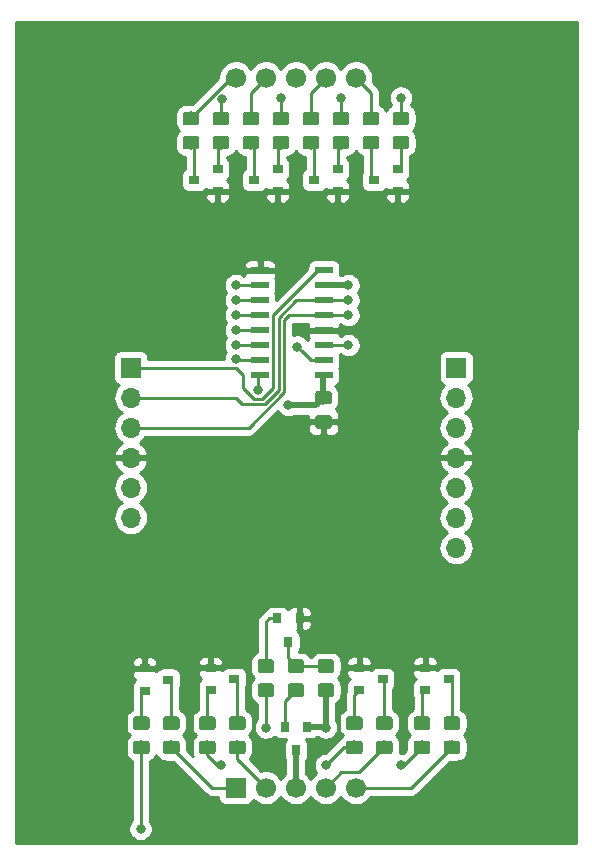
<source format=gbr>
G04 #@! TF.GenerationSoftware,KiCad,Pcbnew,(5.1.0)-1*
G04 #@! TF.CreationDate,2020-01-26T20:33:10+01:00*
G04 #@! TF.ProjectId,Huge7SegDisplay,48756765-3753-4656-9744-6973706c6179,rev?*
G04 #@! TF.SameCoordinates,Original*
G04 #@! TF.FileFunction,Copper,L2,Bot*
G04 #@! TF.FilePolarity,Positive*
%FSLAX46Y46*%
G04 Gerber Fmt 4.6, Leading zero omitted, Abs format (unit mm)*
G04 Created by KiCad (PCBNEW (5.1.0)-1) date 2020-01-26 20:33:10*
%MOMM*%
%LPD*%
G04 APERTURE LIST*
%ADD10R,1.700000X1.700000*%
%ADD11C,1.700000*%
%ADD12O,1.700000X1.700000*%
%ADD13C,0.100000*%
%ADD14C,1.150000*%
%ADD15R,1.500000X0.600000*%
%ADD16R,0.900000X0.800000*%
%ADD17R,0.800000X0.900000*%
%ADD18C,0.800000*%
%ADD19C,0.500000*%
%ADD20C,0.250000*%
%ADD21C,0.254000*%
G04 APERTURE END LIST*
D10*
X96520000Y-127000000D03*
D11*
X106680000Y-127000000D03*
X104140000Y-127000000D03*
X101600000Y-127000000D03*
X99060000Y-127000000D03*
X106680000Y-66900000D03*
X104140000Y-66900000D03*
X101600000Y-66900000D03*
X99060000Y-66900000D03*
X96520000Y-66900000D03*
D12*
X87630000Y-104140000D03*
X87630000Y-101600000D03*
X87630000Y-99060000D03*
X87630000Y-96520000D03*
X87630000Y-93980000D03*
D10*
X87630000Y-91440000D03*
X115170000Y-91440000D03*
D12*
X115170000Y-93980000D03*
X115170000Y-96520000D03*
X115170000Y-99060000D03*
X115170000Y-101600000D03*
X115170000Y-104140000D03*
X115170000Y-106680000D03*
D13*
G36*
X98264505Y-69766204D02*
G01*
X98288773Y-69769804D01*
X98312572Y-69775765D01*
X98335671Y-69784030D01*
X98357850Y-69794520D01*
X98378893Y-69807132D01*
X98398599Y-69821747D01*
X98416777Y-69838223D01*
X98433253Y-69856401D01*
X98447868Y-69876107D01*
X98460480Y-69897150D01*
X98470970Y-69919329D01*
X98479235Y-69942428D01*
X98485196Y-69966227D01*
X98488796Y-69990495D01*
X98490000Y-70014999D01*
X98490000Y-70665001D01*
X98488796Y-70689505D01*
X98485196Y-70713773D01*
X98479235Y-70737572D01*
X98470970Y-70760671D01*
X98460480Y-70782850D01*
X98447868Y-70803893D01*
X98433253Y-70823599D01*
X98416777Y-70841777D01*
X98398599Y-70858253D01*
X98378893Y-70872868D01*
X98357850Y-70885480D01*
X98335671Y-70895970D01*
X98312572Y-70904235D01*
X98288773Y-70910196D01*
X98264505Y-70913796D01*
X98240001Y-70915000D01*
X97339999Y-70915000D01*
X97315495Y-70913796D01*
X97291227Y-70910196D01*
X97267428Y-70904235D01*
X97244329Y-70895970D01*
X97222150Y-70885480D01*
X97201107Y-70872868D01*
X97181401Y-70858253D01*
X97163223Y-70841777D01*
X97146747Y-70823599D01*
X97132132Y-70803893D01*
X97119520Y-70782850D01*
X97109030Y-70760671D01*
X97100765Y-70737572D01*
X97094804Y-70713773D01*
X97091204Y-70689505D01*
X97090000Y-70665001D01*
X97090000Y-70014999D01*
X97091204Y-69990495D01*
X97094804Y-69966227D01*
X97100765Y-69942428D01*
X97109030Y-69919329D01*
X97119520Y-69897150D01*
X97132132Y-69876107D01*
X97146747Y-69856401D01*
X97163223Y-69838223D01*
X97181401Y-69821747D01*
X97201107Y-69807132D01*
X97222150Y-69794520D01*
X97244329Y-69784030D01*
X97267428Y-69775765D01*
X97291227Y-69769804D01*
X97315495Y-69766204D01*
X97339999Y-69765000D01*
X98240001Y-69765000D01*
X98264505Y-69766204D01*
X98264505Y-69766204D01*
G37*
D14*
X97790000Y-70340000D03*
D13*
G36*
X98264505Y-71816204D02*
G01*
X98288773Y-71819804D01*
X98312572Y-71825765D01*
X98335671Y-71834030D01*
X98357850Y-71844520D01*
X98378893Y-71857132D01*
X98398599Y-71871747D01*
X98416777Y-71888223D01*
X98433253Y-71906401D01*
X98447868Y-71926107D01*
X98460480Y-71947150D01*
X98470970Y-71969329D01*
X98479235Y-71992428D01*
X98485196Y-72016227D01*
X98488796Y-72040495D01*
X98490000Y-72064999D01*
X98490000Y-72715001D01*
X98488796Y-72739505D01*
X98485196Y-72763773D01*
X98479235Y-72787572D01*
X98470970Y-72810671D01*
X98460480Y-72832850D01*
X98447868Y-72853893D01*
X98433253Y-72873599D01*
X98416777Y-72891777D01*
X98398599Y-72908253D01*
X98378893Y-72922868D01*
X98357850Y-72935480D01*
X98335671Y-72945970D01*
X98312572Y-72954235D01*
X98288773Y-72960196D01*
X98264505Y-72963796D01*
X98240001Y-72965000D01*
X97339999Y-72965000D01*
X97315495Y-72963796D01*
X97291227Y-72960196D01*
X97267428Y-72954235D01*
X97244329Y-72945970D01*
X97222150Y-72935480D01*
X97201107Y-72922868D01*
X97181401Y-72908253D01*
X97163223Y-72891777D01*
X97146747Y-72873599D01*
X97132132Y-72853893D01*
X97119520Y-72832850D01*
X97109030Y-72810671D01*
X97100765Y-72787572D01*
X97094804Y-72763773D01*
X97091204Y-72739505D01*
X97090000Y-72715001D01*
X97090000Y-72064999D01*
X97091204Y-72040495D01*
X97094804Y-72016227D01*
X97100765Y-71992428D01*
X97109030Y-71969329D01*
X97119520Y-71947150D01*
X97132132Y-71926107D01*
X97146747Y-71906401D01*
X97163223Y-71888223D01*
X97181401Y-71871747D01*
X97201107Y-71857132D01*
X97222150Y-71844520D01*
X97244329Y-71834030D01*
X97267428Y-71825765D01*
X97291227Y-71819804D01*
X97315495Y-71816204D01*
X97339999Y-71815000D01*
X98240001Y-71815000D01*
X98264505Y-71816204D01*
X98264505Y-71816204D01*
G37*
D14*
X97790000Y-72390000D03*
D15*
X103970000Y-92075000D03*
X103970000Y-90805000D03*
X103970000Y-89535000D03*
X103970000Y-88265000D03*
X103970000Y-86995000D03*
X103970000Y-85725000D03*
X103970000Y-84455000D03*
X103970000Y-83185000D03*
X98570000Y-83185000D03*
X98570000Y-84455000D03*
X98570000Y-85725000D03*
X98570000Y-86995000D03*
X98570000Y-88265000D03*
X98570000Y-89535000D03*
X98570000Y-90805000D03*
X98570000Y-92075000D03*
D13*
G36*
X115282505Y-123006204D02*
G01*
X115306773Y-123009804D01*
X115330572Y-123015765D01*
X115353671Y-123024030D01*
X115375850Y-123034520D01*
X115396893Y-123047132D01*
X115416599Y-123061747D01*
X115434777Y-123078223D01*
X115451253Y-123096401D01*
X115465868Y-123116107D01*
X115478480Y-123137150D01*
X115488970Y-123159329D01*
X115497235Y-123182428D01*
X115503196Y-123206227D01*
X115506796Y-123230495D01*
X115508000Y-123254999D01*
X115508000Y-123905001D01*
X115506796Y-123929505D01*
X115503196Y-123953773D01*
X115497235Y-123977572D01*
X115488970Y-124000671D01*
X115478480Y-124022850D01*
X115465868Y-124043893D01*
X115451253Y-124063599D01*
X115434777Y-124081777D01*
X115416599Y-124098253D01*
X115396893Y-124112868D01*
X115375850Y-124125480D01*
X115353671Y-124135970D01*
X115330572Y-124144235D01*
X115306773Y-124150196D01*
X115282505Y-124153796D01*
X115258001Y-124155000D01*
X114357999Y-124155000D01*
X114333495Y-124153796D01*
X114309227Y-124150196D01*
X114285428Y-124144235D01*
X114262329Y-124135970D01*
X114240150Y-124125480D01*
X114219107Y-124112868D01*
X114199401Y-124098253D01*
X114181223Y-124081777D01*
X114164747Y-124063599D01*
X114150132Y-124043893D01*
X114137520Y-124022850D01*
X114127030Y-124000671D01*
X114118765Y-123977572D01*
X114112804Y-123953773D01*
X114109204Y-123929505D01*
X114108000Y-123905001D01*
X114108000Y-123254999D01*
X114109204Y-123230495D01*
X114112804Y-123206227D01*
X114118765Y-123182428D01*
X114127030Y-123159329D01*
X114137520Y-123137150D01*
X114150132Y-123116107D01*
X114164747Y-123096401D01*
X114181223Y-123078223D01*
X114199401Y-123061747D01*
X114219107Y-123047132D01*
X114240150Y-123034520D01*
X114262329Y-123024030D01*
X114285428Y-123015765D01*
X114309227Y-123009804D01*
X114333495Y-123006204D01*
X114357999Y-123005000D01*
X115258001Y-123005000D01*
X115282505Y-123006204D01*
X115282505Y-123006204D01*
G37*
D14*
X114808000Y-123580000D03*
D13*
G36*
X115282505Y-120956204D02*
G01*
X115306773Y-120959804D01*
X115330572Y-120965765D01*
X115353671Y-120974030D01*
X115375850Y-120984520D01*
X115396893Y-120997132D01*
X115416599Y-121011747D01*
X115434777Y-121028223D01*
X115451253Y-121046401D01*
X115465868Y-121066107D01*
X115478480Y-121087150D01*
X115488970Y-121109329D01*
X115497235Y-121132428D01*
X115503196Y-121156227D01*
X115506796Y-121180495D01*
X115508000Y-121204999D01*
X115508000Y-121855001D01*
X115506796Y-121879505D01*
X115503196Y-121903773D01*
X115497235Y-121927572D01*
X115488970Y-121950671D01*
X115478480Y-121972850D01*
X115465868Y-121993893D01*
X115451253Y-122013599D01*
X115434777Y-122031777D01*
X115416599Y-122048253D01*
X115396893Y-122062868D01*
X115375850Y-122075480D01*
X115353671Y-122085970D01*
X115330572Y-122094235D01*
X115306773Y-122100196D01*
X115282505Y-122103796D01*
X115258001Y-122105000D01*
X114357999Y-122105000D01*
X114333495Y-122103796D01*
X114309227Y-122100196D01*
X114285428Y-122094235D01*
X114262329Y-122085970D01*
X114240150Y-122075480D01*
X114219107Y-122062868D01*
X114199401Y-122048253D01*
X114181223Y-122031777D01*
X114164747Y-122013599D01*
X114150132Y-121993893D01*
X114137520Y-121972850D01*
X114127030Y-121950671D01*
X114118765Y-121927572D01*
X114112804Y-121903773D01*
X114109204Y-121879505D01*
X114108000Y-121855001D01*
X114108000Y-121204999D01*
X114109204Y-121180495D01*
X114112804Y-121156227D01*
X114118765Y-121132428D01*
X114127030Y-121109329D01*
X114137520Y-121087150D01*
X114150132Y-121066107D01*
X114164747Y-121046401D01*
X114181223Y-121028223D01*
X114199401Y-121011747D01*
X114219107Y-120997132D01*
X114240150Y-120984520D01*
X114262329Y-120974030D01*
X114285428Y-120965765D01*
X114309227Y-120959804D01*
X114333495Y-120956204D01*
X114357999Y-120955000D01*
X115258001Y-120955000D01*
X115282505Y-120956204D01*
X115282505Y-120956204D01*
G37*
D14*
X114808000Y-121530000D03*
D13*
G36*
X93184505Y-69766204D02*
G01*
X93208773Y-69769804D01*
X93232572Y-69775765D01*
X93255671Y-69784030D01*
X93277850Y-69794520D01*
X93298893Y-69807132D01*
X93318599Y-69821747D01*
X93336777Y-69838223D01*
X93353253Y-69856401D01*
X93367868Y-69876107D01*
X93380480Y-69897150D01*
X93390970Y-69919329D01*
X93399235Y-69942428D01*
X93405196Y-69966227D01*
X93408796Y-69990495D01*
X93410000Y-70014999D01*
X93410000Y-70665001D01*
X93408796Y-70689505D01*
X93405196Y-70713773D01*
X93399235Y-70737572D01*
X93390970Y-70760671D01*
X93380480Y-70782850D01*
X93367868Y-70803893D01*
X93353253Y-70823599D01*
X93336777Y-70841777D01*
X93318599Y-70858253D01*
X93298893Y-70872868D01*
X93277850Y-70885480D01*
X93255671Y-70895970D01*
X93232572Y-70904235D01*
X93208773Y-70910196D01*
X93184505Y-70913796D01*
X93160001Y-70915000D01*
X92259999Y-70915000D01*
X92235495Y-70913796D01*
X92211227Y-70910196D01*
X92187428Y-70904235D01*
X92164329Y-70895970D01*
X92142150Y-70885480D01*
X92121107Y-70872868D01*
X92101401Y-70858253D01*
X92083223Y-70841777D01*
X92066747Y-70823599D01*
X92052132Y-70803893D01*
X92039520Y-70782850D01*
X92029030Y-70760671D01*
X92020765Y-70737572D01*
X92014804Y-70713773D01*
X92011204Y-70689505D01*
X92010000Y-70665001D01*
X92010000Y-70014999D01*
X92011204Y-69990495D01*
X92014804Y-69966227D01*
X92020765Y-69942428D01*
X92029030Y-69919329D01*
X92039520Y-69897150D01*
X92052132Y-69876107D01*
X92066747Y-69856401D01*
X92083223Y-69838223D01*
X92101401Y-69821747D01*
X92121107Y-69807132D01*
X92142150Y-69794520D01*
X92164329Y-69784030D01*
X92187428Y-69775765D01*
X92211227Y-69769804D01*
X92235495Y-69766204D01*
X92259999Y-69765000D01*
X93160001Y-69765000D01*
X93184505Y-69766204D01*
X93184505Y-69766204D01*
G37*
D14*
X92710000Y-70340000D03*
D13*
G36*
X93184505Y-71816204D02*
G01*
X93208773Y-71819804D01*
X93232572Y-71825765D01*
X93255671Y-71834030D01*
X93277850Y-71844520D01*
X93298893Y-71857132D01*
X93318599Y-71871747D01*
X93336777Y-71888223D01*
X93353253Y-71906401D01*
X93367868Y-71926107D01*
X93380480Y-71947150D01*
X93390970Y-71969329D01*
X93399235Y-71992428D01*
X93405196Y-72016227D01*
X93408796Y-72040495D01*
X93410000Y-72064999D01*
X93410000Y-72715001D01*
X93408796Y-72739505D01*
X93405196Y-72763773D01*
X93399235Y-72787572D01*
X93390970Y-72810671D01*
X93380480Y-72832850D01*
X93367868Y-72853893D01*
X93353253Y-72873599D01*
X93336777Y-72891777D01*
X93318599Y-72908253D01*
X93298893Y-72922868D01*
X93277850Y-72935480D01*
X93255671Y-72945970D01*
X93232572Y-72954235D01*
X93208773Y-72960196D01*
X93184505Y-72963796D01*
X93160001Y-72965000D01*
X92259999Y-72965000D01*
X92235495Y-72963796D01*
X92211227Y-72960196D01*
X92187428Y-72954235D01*
X92164329Y-72945970D01*
X92142150Y-72935480D01*
X92121107Y-72922868D01*
X92101401Y-72908253D01*
X92083223Y-72891777D01*
X92066747Y-72873599D01*
X92052132Y-72853893D01*
X92039520Y-72832850D01*
X92029030Y-72810671D01*
X92020765Y-72787572D01*
X92014804Y-72763773D01*
X92011204Y-72739505D01*
X92010000Y-72715001D01*
X92010000Y-72064999D01*
X92011204Y-72040495D01*
X92014804Y-72016227D01*
X92020765Y-71992428D01*
X92029030Y-71969329D01*
X92039520Y-71947150D01*
X92052132Y-71926107D01*
X92066747Y-71906401D01*
X92083223Y-71888223D01*
X92101401Y-71871747D01*
X92121107Y-71857132D01*
X92142150Y-71844520D01*
X92164329Y-71834030D01*
X92187428Y-71825765D01*
X92211227Y-71819804D01*
X92235495Y-71816204D01*
X92259999Y-71815000D01*
X93160001Y-71815000D01*
X93184505Y-71816204D01*
X93184505Y-71816204D01*
G37*
D14*
X92710000Y-72390000D03*
D13*
G36*
X91533505Y-123006204D02*
G01*
X91557773Y-123009804D01*
X91581572Y-123015765D01*
X91604671Y-123024030D01*
X91626850Y-123034520D01*
X91647893Y-123047132D01*
X91667599Y-123061747D01*
X91685777Y-123078223D01*
X91702253Y-123096401D01*
X91716868Y-123116107D01*
X91729480Y-123137150D01*
X91739970Y-123159329D01*
X91748235Y-123182428D01*
X91754196Y-123206227D01*
X91757796Y-123230495D01*
X91759000Y-123254999D01*
X91759000Y-123905001D01*
X91757796Y-123929505D01*
X91754196Y-123953773D01*
X91748235Y-123977572D01*
X91739970Y-124000671D01*
X91729480Y-124022850D01*
X91716868Y-124043893D01*
X91702253Y-124063599D01*
X91685777Y-124081777D01*
X91667599Y-124098253D01*
X91647893Y-124112868D01*
X91626850Y-124125480D01*
X91604671Y-124135970D01*
X91581572Y-124144235D01*
X91557773Y-124150196D01*
X91533505Y-124153796D01*
X91509001Y-124155000D01*
X90608999Y-124155000D01*
X90584495Y-124153796D01*
X90560227Y-124150196D01*
X90536428Y-124144235D01*
X90513329Y-124135970D01*
X90491150Y-124125480D01*
X90470107Y-124112868D01*
X90450401Y-124098253D01*
X90432223Y-124081777D01*
X90415747Y-124063599D01*
X90401132Y-124043893D01*
X90388520Y-124022850D01*
X90378030Y-124000671D01*
X90369765Y-123977572D01*
X90363804Y-123953773D01*
X90360204Y-123929505D01*
X90359000Y-123905001D01*
X90359000Y-123254999D01*
X90360204Y-123230495D01*
X90363804Y-123206227D01*
X90369765Y-123182428D01*
X90378030Y-123159329D01*
X90388520Y-123137150D01*
X90401132Y-123116107D01*
X90415747Y-123096401D01*
X90432223Y-123078223D01*
X90450401Y-123061747D01*
X90470107Y-123047132D01*
X90491150Y-123034520D01*
X90513329Y-123024030D01*
X90536428Y-123015765D01*
X90560227Y-123009804D01*
X90584495Y-123006204D01*
X90608999Y-123005000D01*
X91509001Y-123005000D01*
X91533505Y-123006204D01*
X91533505Y-123006204D01*
G37*
D14*
X91059000Y-123580000D03*
D13*
G36*
X91533505Y-120956204D02*
G01*
X91557773Y-120959804D01*
X91581572Y-120965765D01*
X91604671Y-120974030D01*
X91626850Y-120984520D01*
X91647893Y-120997132D01*
X91667599Y-121011747D01*
X91685777Y-121028223D01*
X91702253Y-121046401D01*
X91716868Y-121066107D01*
X91729480Y-121087150D01*
X91739970Y-121109329D01*
X91748235Y-121132428D01*
X91754196Y-121156227D01*
X91757796Y-121180495D01*
X91759000Y-121204999D01*
X91759000Y-121855001D01*
X91757796Y-121879505D01*
X91754196Y-121903773D01*
X91748235Y-121927572D01*
X91739970Y-121950671D01*
X91729480Y-121972850D01*
X91716868Y-121993893D01*
X91702253Y-122013599D01*
X91685777Y-122031777D01*
X91667599Y-122048253D01*
X91647893Y-122062868D01*
X91626850Y-122075480D01*
X91604671Y-122085970D01*
X91581572Y-122094235D01*
X91557773Y-122100196D01*
X91533505Y-122103796D01*
X91509001Y-122105000D01*
X90608999Y-122105000D01*
X90584495Y-122103796D01*
X90560227Y-122100196D01*
X90536428Y-122094235D01*
X90513329Y-122085970D01*
X90491150Y-122075480D01*
X90470107Y-122062868D01*
X90450401Y-122048253D01*
X90432223Y-122031777D01*
X90415747Y-122013599D01*
X90401132Y-121993893D01*
X90388520Y-121972850D01*
X90378030Y-121950671D01*
X90369765Y-121927572D01*
X90363804Y-121903773D01*
X90360204Y-121879505D01*
X90359000Y-121855001D01*
X90359000Y-121204999D01*
X90360204Y-121180495D01*
X90363804Y-121156227D01*
X90369765Y-121132428D01*
X90378030Y-121109329D01*
X90388520Y-121087150D01*
X90401132Y-121066107D01*
X90415747Y-121046401D01*
X90432223Y-121028223D01*
X90450401Y-121011747D01*
X90470107Y-120997132D01*
X90491150Y-120984520D01*
X90513329Y-120974030D01*
X90536428Y-120965765D01*
X90560227Y-120959804D01*
X90584495Y-120956204D01*
X90608999Y-120955000D01*
X91509001Y-120955000D01*
X91533505Y-120956204D01*
X91533505Y-120956204D01*
G37*
D14*
X91059000Y-121530000D03*
D13*
G36*
X97121505Y-123006204D02*
G01*
X97145773Y-123009804D01*
X97169572Y-123015765D01*
X97192671Y-123024030D01*
X97214850Y-123034520D01*
X97235893Y-123047132D01*
X97255599Y-123061747D01*
X97273777Y-123078223D01*
X97290253Y-123096401D01*
X97304868Y-123116107D01*
X97317480Y-123137150D01*
X97327970Y-123159329D01*
X97336235Y-123182428D01*
X97342196Y-123206227D01*
X97345796Y-123230495D01*
X97347000Y-123254999D01*
X97347000Y-123905001D01*
X97345796Y-123929505D01*
X97342196Y-123953773D01*
X97336235Y-123977572D01*
X97327970Y-124000671D01*
X97317480Y-124022850D01*
X97304868Y-124043893D01*
X97290253Y-124063599D01*
X97273777Y-124081777D01*
X97255599Y-124098253D01*
X97235893Y-124112868D01*
X97214850Y-124125480D01*
X97192671Y-124135970D01*
X97169572Y-124144235D01*
X97145773Y-124150196D01*
X97121505Y-124153796D01*
X97097001Y-124155000D01*
X96196999Y-124155000D01*
X96172495Y-124153796D01*
X96148227Y-124150196D01*
X96124428Y-124144235D01*
X96101329Y-124135970D01*
X96079150Y-124125480D01*
X96058107Y-124112868D01*
X96038401Y-124098253D01*
X96020223Y-124081777D01*
X96003747Y-124063599D01*
X95989132Y-124043893D01*
X95976520Y-124022850D01*
X95966030Y-124000671D01*
X95957765Y-123977572D01*
X95951804Y-123953773D01*
X95948204Y-123929505D01*
X95947000Y-123905001D01*
X95947000Y-123254999D01*
X95948204Y-123230495D01*
X95951804Y-123206227D01*
X95957765Y-123182428D01*
X95966030Y-123159329D01*
X95976520Y-123137150D01*
X95989132Y-123116107D01*
X96003747Y-123096401D01*
X96020223Y-123078223D01*
X96038401Y-123061747D01*
X96058107Y-123047132D01*
X96079150Y-123034520D01*
X96101329Y-123024030D01*
X96124428Y-123015765D01*
X96148227Y-123009804D01*
X96172495Y-123006204D01*
X96196999Y-123005000D01*
X97097001Y-123005000D01*
X97121505Y-123006204D01*
X97121505Y-123006204D01*
G37*
D14*
X96647000Y-123580000D03*
D13*
G36*
X97121505Y-120956204D02*
G01*
X97145773Y-120959804D01*
X97169572Y-120965765D01*
X97192671Y-120974030D01*
X97214850Y-120984520D01*
X97235893Y-120997132D01*
X97255599Y-121011747D01*
X97273777Y-121028223D01*
X97290253Y-121046401D01*
X97304868Y-121066107D01*
X97317480Y-121087150D01*
X97327970Y-121109329D01*
X97336235Y-121132428D01*
X97342196Y-121156227D01*
X97345796Y-121180495D01*
X97347000Y-121204999D01*
X97347000Y-121855001D01*
X97345796Y-121879505D01*
X97342196Y-121903773D01*
X97336235Y-121927572D01*
X97327970Y-121950671D01*
X97317480Y-121972850D01*
X97304868Y-121993893D01*
X97290253Y-122013599D01*
X97273777Y-122031777D01*
X97255599Y-122048253D01*
X97235893Y-122062868D01*
X97214850Y-122075480D01*
X97192671Y-122085970D01*
X97169572Y-122094235D01*
X97145773Y-122100196D01*
X97121505Y-122103796D01*
X97097001Y-122105000D01*
X96196999Y-122105000D01*
X96172495Y-122103796D01*
X96148227Y-122100196D01*
X96124428Y-122094235D01*
X96101329Y-122085970D01*
X96079150Y-122075480D01*
X96058107Y-122062868D01*
X96038401Y-122048253D01*
X96020223Y-122031777D01*
X96003747Y-122013599D01*
X95989132Y-121993893D01*
X95976520Y-121972850D01*
X95966030Y-121950671D01*
X95957765Y-121927572D01*
X95951804Y-121903773D01*
X95948204Y-121879505D01*
X95947000Y-121855001D01*
X95947000Y-121204999D01*
X95948204Y-121180495D01*
X95951804Y-121156227D01*
X95957765Y-121132428D01*
X95966030Y-121109329D01*
X95976520Y-121087150D01*
X95989132Y-121066107D01*
X96003747Y-121046401D01*
X96020223Y-121028223D01*
X96038401Y-121011747D01*
X96058107Y-120997132D01*
X96079150Y-120984520D01*
X96101329Y-120974030D01*
X96124428Y-120965765D01*
X96148227Y-120959804D01*
X96172495Y-120956204D01*
X96196999Y-120955000D01*
X97097001Y-120955000D01*
X97121505Y-120956204D01*
X97121505Y-120956204D01*
G37*
D14*
X96647000Y-121530000D03*
D13*
G36*
X109567505Y-123006204D02*
G01*
X109591773Y-123009804D01*
X109615572Y-123015765D01*
X109638671Y-123024030D01*
X109660850Y-123034520D01*
X109681893Y-123047132D01*
X109701599Y-123061747D01*
X109719777Y-123078223D01*
X109736253Y-123096401D01*
X109750868Y-123116107D01*
X109763480Y-123137150D01*
X109773970Y-123159329D01*
X109782235Y-123182428D01*
X109788196Y-123206227D01*
X109791796Y-123230495D01*
X109793000Y-123254999D01*
X109793000Y-123905001D01*
X109791796Y-123929505D01*
X109788196Y-123953773D01*
X109782235Y-123977572D01*
X109773970Y-124000671D01*
X109763480Y-124022850D01*
X109750868Y-124043893D01*
X109736253Y-124063599D01*
X109719777Y-124081777D01*
X109701599Y-124098253D01*
X109681893Y-124112868D01*
X109660850Y-124125480D01*
X109638671Y-124135970D01*
X109615572Y-124144235D01*
X109591773Y-124150196D01*
X109567505Y-124153796D01*
X109543001Y-124155000D01*
X108642999Y-124155000D01*
X108618495Y-124153796D01*
X108594227Y-124150196D01*
X108570428Y-124144235D01*
X108547329Y-124135970D01*
X108525150Y-124125480D01*
X108504107Y-124112868D01*
X108484401Y-124098253D01*
X108466223Y-124081777D01*
X108449747Y-124063599D01*
X108435132Y-124043893D01*
X108422520Y-124022850D01*
X108412030Y-124000671D01*
X108403765Y-123977572D01*
X108397804Y-123953773D01*
X108394204Y-123929505D01*
X108393000Y-123905001D01*
X108393000Y-123254999D01*
X108394204Y-123230495D01*
X108397804Y-123206227D01*
X108403765Y-123182428D01*
X108412030Y-123159329D01*
X108422520Y-123137150D01*
X108435132Y-123116107D01*
X108449747Y-123096401D01*
X108466223Y-123078223D01*
X108484401Y-123061747D01*
X108504107Y-123047132D01*
X108525150Y-123034520D01*
X108547329Y-123024030D01*
X108570428Y-123015765D01*
X108594227Y-123009804D01*
X108618495Y-123006204D01*
X108642999Y-123005000D01*
X109543001Y-123005000D01*
X109567505Y-123006204D01*
X109567505Y-123006204D01*
G37*
D14*
X109093000Y-123580000D03*
D13*
G36*
X109567505Y-120956204D02*
G01*
X109591773Y-120959804D01*
X109615572Y-120965765D01*
X109638671Y-120974030D01*
X109660850Y-120984520D01*
X109681893Y-120997132D01*
X109701599Y-121011747D01*
X109719777Y-121028223D01*
X109736253Y-121046401D01*
X109750868Y-121066107D01*
X109763480Y-121087150D01*
X109773970Y-121109329D01*
X109782235Y-121132428D01*
X109788196Y-121156227D01*
X109791796Y-121180495D01*
X109793000Y-121204999D01*
X109793000Y-121855001D01*
X109791796Y-121879505D01*
X109788196Y-121903773D01*
X109782235Y-121927572D01*
X109773970Y-121950671D01*
X109763480Y-121972850D01*
X109750868Y-121993893D01*
X109736253Y-122013599D01*
X109719777Y-122031777D01*
X109701599Y-122048253D01*
X109681893Y-122062868D01*
X109660850Y-122075480D01*
X109638671Y-122085970D01*
X109615572Y-122094235D01*
X109591773Y-122100196D01*
X109567505Y-122103796D01*
X109543001Y-122105000D01*
X108642999Y-122105000D01*
X108618495Y-122103796D01*
X108594227Y-122100196D01*
X108570428Y-122094235D01*
X108547329Y-122085970D01*
X108525150Y-122075480D01*
X108504107Y-122062868D01*
X108484401Y-122048253D01*
X108466223Y-122031777D01*
X108449747Y-122013599D01*
X108435132Y-121993893D01*
X108422520Y-121972850D01*
X108412030Y-121950671D01*
X108403765Y-121927572D01*
X108397804Y-121903773D01*
X108394204Y-121879505D01*
X108393000Y-121855001D01*
X108393000Y-121204999D01*
X108394204Y-121180495D01*
X108397804Y-121156227D01*
X108403765Y-121132428D01*
X108412030Y-121109329D01*
X108422520Y-121087150D01*
X108435132Y-121066107D01*
X108449747Y-121046401D01*
X108466223Y-121028223D01*
X108484401Y-121011747D01*
X108504107Y-120997132D01*
X108525150Y-120984520D01*
X108547329Y-120974030D01*
X108570428Y-120965765D01*
X108594227Y-120959804D01*
X108618495Y-120956204D01*
X108642999Y-120955000D01*
X109543001Y-120955000D01*
X109567505Y-120956204D01*
X109567505Y-120956204D01*
G37*
D14*
X109093000Y-121530000D03*
D13*
G36*
X108424505Y-69766204D02*
G01*
X108448773Y-69769804D01*
X108472572Y-69775765D01*
X108495671Y-69784030D01*
X108517850Y-69794520D01*
X108538893Y-69807132D01*
X108558599Y-69821747D01*
X108576777Y-69838223D01*
X108593253Y-69856401D01*
X108607868Y-69876107D01*
X108620480Y-69897150D01*
X108630970Y-69919329D01*
X108639235Y-69942428D01*
X108645196Y-69966227D01*
X108648796Y-69990495D01*
X108650000Y-70014999D01*
X108650000Y-70665001D01*
X108648796Y-70689505D01*
X108645196Y-70713773D01*
X108639235Y-70737572D01*
X108630970Y-70760671D01*
X108620480Y-70782850D01*
X108607868Y-70803893D01*
X108593253Y-70823599D01*
X108576777Y-70841777D01*
X108558599Y-70858253D01*
X108538893Y-70872868D01*
X108517850Y-70885480D01*
X108495671Y-70895970D01*
X108472572Y-70904235D01*
X108448773Y-70910196D01*
X108424505Y-70913796D01*
X108400001Y-70915000D01*
X107499999Y-70915000D01*
X107475495Y-70913796D01*
X107451227Y-70910196D01*
X107427428Y-70904235D01*
X107404329Y-70895970D01*
X107382150Y-70885480D01*
X107361107Y-70872868D01*
X107341401Y-70858253D01*
X107323223Y-70841777D01*
X107306747Y-70823599D01*
X107292132Y-70803893D01*
X107279520Y-70782850D01*
X107269030Y-70760671D01*
X107260765Y-70737572D01*
X107254804Y-70713773D01*
X107251204Y-70689505D01*
X107250000Y-70665001D01*
X107250000Y-70014999D01*
X107251204Y-69990495D01*
X107254804Y-69966227D01*
X107260765Y-69942428D01*
X107269030Y-69919329D01*
X107279520Y-69897150D01*
X107292132Y-69876107D01*
X107306747Y-69856401D01*
X107323223Y-69838223D01*
X107341401Y-69821747D01*
X107361107Y-69807132D01*
X107382150Y-69794520D01*
X107404329Y-69784030D01*
X107427428Y-69775765D01*
X107451227Y-69769804D01*
X107475495Y-69766204D01*
X107499999Y-69765000D01*
X108400001Y-69765000D01*
X108424505Y-69766204D01*
X108424505Y-69766204D01*
G37*
D14*
X107950000Y-70340000D03*
D13*
G36*
X108424505Y-71816204D02*
G01*
X108448773Y-71819804D01*
X108472572Y-71825765D01*
X108495671Y-71834030D01*
X108517850Y-71844520D01*
X108538893Y-71857132D01*
X108558599Y-71871747D01*
X108576777Y-71888223D01*
X108593253Y-71906401D01*
X108607868Y-71926107D01*
X108620480Y-71947150D01*
X108630970Y-71969329D01*
X108639235Y-71992428D01*
X108645196Y-72016227D01*
X108648796Y-72040495D01*
X108650000Y-72064999D01*
X108650000Y-72715001D01*
X108648796Y-72739505D01*
X108645196Y-72763773D01*
X108639235Y-72787572D01*
X108630970Y-72810671D01*
X108620480Y-72832850D01*
X108607868Y-72853893D01*
X108593253Y-72873599D01*
X108576777Y-72891777D01*
X108558599Y-72908253D01*
X108538893Y-72922868D01*
X108517850Y-72935480D01*
X108495671Y-72945970D01*
X108472572Y-72954235D01*
X108448773Y-72960196D01*
X108424505Y-72963796D01*
X108400001Y-72965000D01*
X107499999Y-72965000D01*
X107475495Y-72963796D01*
X107451227Y-72960196D01*
X107427428Y-72954235D01*
X107404329Y-72945970D01*
X107382150Y-72935480D01*
X107361107Y-72922868D01*
X107341401Y-72908253D01*
X107323223Y-72891777D01*
X107306747Y-72873599D01*
X107292132Y-72853893D01*
X107279520Y-72832850D01*
X107269030Y-72810671D01*
X107260765Y-72787572D01*
X107254804Y-72763773D01*
X107251204Y-72739505D01*
X107250000Y-72715001D01*
X107250000Y-72064999D01*
X107251204Y-72040495D01*
X107254804Y-72016227D01*
X107260765Y-71992428D01*
X107269030Y-71969329D01*
X107279520Y-71947150D01*
X107292132Y-71926107D01*
X107306747Y-71906401D01*
X107323223Y-71888223D01*
X107341401Y-71871747D01*
X107361107Y-71857132D01*
X107382150Y-71844520D01*
X107404329Y-71834030D01*
X107427428Y-71825765D01*
X107451227Y-71819804D01*
X107475495Y-71816204D01*
X107499999Y-71815000D01*
X108400001Y-71815000D01*
X108424505Y-71816204D01*
X108424505Y-71816204D01*
G37*
D14*
X107950000Y-72390000D03*
D13*
G36*
X103344505Y-69766204D02*
G01*
X103368773Y-69769804D01*
X103392572Y-69775765D01*
X103415671Y-69784030D01*
X103437850Y-69794520D01*
X103458893Y-69807132D01*
X103478599Y-69821747D01*
X103496777Y-69838223D01*
X103513253Y-69856401D01*
X103527868Y-69876107D01*
X103540480Y-69897150D01*
X103550970Y-69919329D01*
X103559235Y-69942428D01*
X103565196Y-69966227D01*
X103568796Y-69990495D01*
X103570000Y-70014999D01*
X103570000Y-70665001D01*
X103568796Y-70689505D01*
X103565196Y-70713773D01*
X103559235Y-70737572D01*
X103550970Y-70760671D01*
X103540480Y-70782850D01*
X103527868Y-70803893D01*
X103513253Y-70823599D01*
X103496777Y-70841777D01*
X103478599Y-70858253D01*
X103458893Y-70872868D01*
X103437850Y-70885480D01*
X103415671Y-70895970D01*
X103392572Y-70904235D01*
X103368773Y-70910196D01*
X103344505Y-70913796D01*
X103320001Y-70915000D01*
X102419999Y-70915000D01*
X102395495Y-70913796D01*
X102371227Y-70910196D01*
X102347428Y-70904235D01*
X102324329Y-70895970D01*
X102302150Y-70885480D01*
X102281107Y-70872868D01*
X102261401Y-70858253D01*
X102243223Y-70841777D01*
X102226747Y-70823599D01*
X102212132Y-70803893D01*
X102199520Y-70782850D01*
X102189030Y-70760671D01*
X102180765Y-70737572D01*
X102174804Y-70713773D01*
X102171204Y-70689505D01*
X102170000Y-70665001D01*
X102170000Y-70014999D01*
X102171204Y-69990495D01*
X102174804Y-69966227D01*
X102180765Y-69942428D01*
X102189030Y-69919329D01*
X102199520Y-69897150D01*
X102212132Y-69876107D01*
X102226747Y-69856401D01*
X102243223Y-69838223D01*
X102261401Y-69821747D01*
X102281107Y-69807132D01*
X102302150Y-69794520D01*
X102324329Y-69784030D01*
X102347428Y-69775765D01*
X102371227Y-69769804D01*
X102395495Y-69766204D01*
X102419999Y-69765000D01*
X103320001Y-69765000D01*
X103344505Y-69766204D01*
X103344505Y-69766204D01*
G37*
D14*
X102870000Y-70340000D03*
D13*
G36*
X103344505Y-71816204D02*
G01*
X103368773Y-71819804D01*
X103392572Y-71825765D01*
X103415671Y-71834030D01*
X103437850Y-71844520D01*
X103458893Y-71857132D01*
X103478599Y-71871747D01*
X103496777Y-71888223D01*
X103513253Y-71906401D01*
X103527868Y-71926107D01*
X103540480Y-71947150D01*
X103550970Y-71969329D01*
X103559235Y-71992428D01*
X103565196Y-72016227D01*
X103568796Y-72040495D01*
X103570000Y-72064999D01*
X103570000Y-72715001D01*
X103568796Y-72739505D01*
X103565196Y-72763773D01*
X103559235Y-72787572D01*
X103550970Y-72810671D01*
X103540480Y-72832850D01*
X103527868Y-72853893D01*
X103513253Y-72873599D01*
X103496777Y-72891777D01*
X103478599Y-72908253D01*
X103458893Y-72922868D01*
X103437850Y-72935480D01*
X103415671Y-72945970D01*
X103392572Y-72954235D01*
X103368773Y-72960196D01*
X103344505Y-72963796D01*
X103320001Y-72965000D01*
X102419999Y-72965000D01*
X102395495Y-72963796D01*
X102371227Y-72960196D01*
X102347428Y-72954235D01*
X102324329Y-72945970D01*
X102302150Y-72935480D01*
X102281107Y-72922868D01*
X102261401Y-72908253D01*
X102243223Y-72891777D01*
X102226747Y-72873599D01*
X102212132Y-72853893D01*
X102199520Y-72832850D01*
X102189030Y-72810671D01*
X102180765Y-72787572D01*
X102174804Y-72763773D01*
X102171204Y-72739505D01*
X102170000Y-72715001D01*
X102170000Y-72064999D01*
X102171204Y-72040495D01*
X102174804Y-72016227D01*
X102180765Y-71992428D01*
X102189030Y-71969329D01*
X102199520Y-71947150D01*
X102212132Y-71926107D01*
X102226747Y-71906401D01*
X102243223Y-71888223D01*
X102261401Y-71871747D01*
X102281107Y-71857132D01*
X102302150Y-71844520D01*
X102324329Y-71834030D01*
X102347428Y-71825765D01*
X102371227Y-71819804D01*
X102395495Y-71816204D01*
X102419999Y-71815000D01*
X103320001Y-71815000D01*
X103344505Y-71816204D01*
X103344505Y-71816204D01*
G37*
D14*
X102870000Y-72390000D03*
D13*
G36*
X102074505Y-116121204D02*
G01*
X102098773Y-116124804D01*
X102122572Y-116130765D01*
X102145671Y-116139030D01*
X102167850Y-116149520D01*
X102188893Y-116162132D01*
X102208599Y-116176747D01*
X102226777Y-116193223D01*
X102243253Y-116211401D01*
X102257868Y-116231107D01*
X102270480Y-116252150D01*
X102280970Y-116274329D01*
X102289235Y-116297428D01*
X102295196Y-116321227D01*
X102298796Y-116345495D01*
X102300000Y-116369999D01*
X102300000Y-117020001D01*
X102298796Y-117044505D01*
X102295196Y-117068773D01*
X102289235Y-117092572D01*
X102280970Y-117115671D01*
X102270480Y-117137850D01*
X102257868Y-117158893D01*
X102243253Y-117178599D01*
X102226777Y-117196777D01*
X102208599Y-117213253D01*
X102188893Y-117227868D01*
X102167850Y-117240480D01*
X102145671Y-117250970D01*
X102122572Y-117259235D01*
X102098773Y-117265196D01*
X102074505Y-117268796D01*
X102050001Y-117270000D01*
X101149999Y-117270000D01*
X101125495Y-117268796D01*
X101101227Y-117265196D01*
X101077428Y-117259235D01*
X101054329Y-117250970D01*
X101032150Y-117240480D01*
X101011107Y-117227868D01*
X100991401Y-117213253D01*
X100973223Y-117196777D01*
X100956747Y-117178599D01*
X100942132Y-117158893D01*
X100929520Y-117137850D01*
X100919030Y-117115671D01*
X100910765Y-117092572D01*
X100904804Y-117068773D01*
X100901204Y-117044505D01*
X100900000Y-117020001D01*
X100900000Y-116369999D01*
X100901204Y-116345495D01*
X100904804Y-116321227D01*
X100910765Y-116297428D01*
X100919030Y-116274329D01*
X100929520Y-116252150D01*
X100942132Y-116231107D01*
X100956747Y-116211401D01*
X100973223Y-116193223D01*
X100991401Y-116176747D01*
X101011107Y-116162132D01*
X101032150Y-116149520D01*
X101054329Y-116139030D01*
X101077428Y-116130765D01*
X101101227Y-116124804D01*
X101125495Y-116121204D01*
X101149999Y-116120000D01*
X102050001Y-116120000D01*
X102074505Y-116121204D01*
X102074505Y-116121204D01*
G37*
D14*
X101600000Y-116695000D03*
D13*
G36*
X102074505Y-118171204D02*
G01*
X102098773Y-118174804D01*
X102122572Y-118180765D01*
X102145671Y-118189030D01*
X102167850Y-118199520D01*
X102188893Y-118212132D01*
X102208599Y-118226747D01*
X102226777Y-118243223D01*
X102243253Y-118261401D01*
X102257868Y-118281107D01*
X102270480Y-118302150D01*
X102280970Y-118324329D01*
X102289235Y-118347428D01*
X102295196Y-118371227D01*
X102298796Y-118395495D01*
X102300000Y-118419999D01*
X102300000Y-119070001D01*
X102298796Y-119094505D01*
X102295196Y-119118773D01*
X102289235Y-119142572D01*
X102280970Y-119165671D01*
X102270480Y-119187850D01*
X102257868Y-119208893D01*
X102243253Y-119228599D01*
X102226777Y-119246777D01*
X102208599Y-119263253D01*
X102188893Y-119277868D01*
X102167850Y-119290480D01*
X102145671Y-119300970D01*
X102122572Y-119309235D01*
X102098773Y-119315196D01*
X102074505Y-119318796D01*
X102050001Y-119320000D01*
X101149999Y-119320000D01*
X101125495Y-119318796D01*
X101101227Y-119315196D01*
X101077428Y-119309235D01*
X101054329Y-119300970D01*
X101032150Y-119290480D01*
X101011107Y-119277868D01*
X100991401Y-119263253D01*
X100973223Y-119246777D01*
X100956747Y-119228599D01*
X100942132Y-119208893D01*
X100929520Y-119187850D01*
X100919030Y-119165671D01*
X100910765Y-119142572D01*
X100904804Y-119118773D01*
X100901204Y-119094505D01*
X100900000Y-119070001D01*
X100900000Y-118419999D01*
X100901204Y-118395495D01*
X100904804Y-118371227D01*
X100910765Y-118347428D01*
X100919030Y-118324329D01*
X100929520Y-118302150D01*
X100942132Y-118281107D01*
X100956747Y-118261401D01*
X100973223Y-118243223D01*
X100991401Y-118226747D01*
X101011107Y-118212132D01*
X101032150Y-118199520D01*
X101054329Y-118189030D01*
X101077428Y-118180765D01*
X101101227Y-118174804D01*
X101125495Y-118171204D01*
X101149999Y-118170000D01*
X102050001Y-118170000D01*
X102074505Y-118171204D01*
X102074505Y-118171204D01*
G37*
D14*
X101600000Y-118745000D03*
D13*
G36*
X104614505Y-116121204D02*
G01*
X104638773Y-116124804D01*
X104662572Y-116130765D01*
X104685671Y-116139030D01*
X104707850Y-116149520D01*
X104728893Y-116162132D01*
X104748599Y-116176747D01*
X104766777Y-116193223D01*
X104783253Y-116211401D01*
X104797868Y-116231107D01*
X104810480Y-116252150D01*
X104820970Y-116274329D01*
X104829235Y-116297428D01*
X104835196Y-116321227D01*
X104838796Y-116345495D01*
X104840000Y-116369999D01*
X104840000Y-117020001D01*
X104838796Y-117044505D01*
X104835196Y-117068773D01*
X104829235Y-117092572D01*
X104820970Y-117115671D01*
X104810480Y-117137850D01*
X104797868Y-117158893D01*
X104783253Y-117178599D01*
X104766777Y-117196777D01*
X104748599Y-117213253D01*
X104728893Y-117227868D01*
X104707850Y-117240480D01*
X104685671Y-117250970D01*
X104662572Y-117259235D01*
X104638773Y-117265196D01*
X104614505Y-117268796D01*
X104590001Y-117270000D01*
X103689999Y-117270000D01*
X103665495Y-117268796D01*
X103641227Y-117265196D01*
X103617428Y-117259235D01*
X103594329Y-117250970D01*
X103572150Y-117240480D01*
X103551107Y-117227868D01*
X103531401Y-117213253D01*
X103513223Y-117196777D01*
X103496747Y-117178599D01*
X103482132Y-117158893D01*
X103469520Y-117137850D01*
X103459030Y-117115671D01*
X103450765Y-117092572D01*
X103444804Y-117068773D01*
X103441204Y-117044505D01*
X103440000Y-117020001D01*
X103440000Y-116369999D01*
X103441204Y-116345495D01*
X103444804Y-116321227D01*
X103450765Y-116297428D01*
X103459030Y-116274329D01*
X103469520Y-116252150D01*
X103482132Y-116231107D01*
X103496747Y-116211401D01*
X103513223Y-116193223D01*
X103531401Y-116176747D01*
X103551107Y-116162132D01*
X103572150Y-116149520D01*
X103594329Y-116139030D01*
X103617428Y-116130765D01*
X103641227Y-116124804D01*
X103665495Y-116121204D01*
X103689999Y-116120000D01*
X104590001Y-116120000D01*
X104614505Y-116121204D01*
X104614505Y-116121204D01*
G37*
D14*
X104140000Y-116695000D03*
D13*
G36*
X104614505Y-118171204D02*
G01*
X104638773Y-118174804D01*
X104662572Y-118180765D01*
X104685671Y-118189030D01*
X104707850Y-118199520D01*
X104728893Y-118212132D01*
X104748599Y-118226747D01*
X104766777Y-118243223D01*
X104783253Y-118261401D01*
X104797868Y-118281107D01*
X104810480Y-118302150D01*
X104820970Y-118324329D01*
X104829235Y-118347428D01*
X104835196Y-118371227D01*
X104838796Y-118395495D01*
X104840000Y-118419999D01*
X104840000Y-119070001D01*
X104838796Y-119094505D01*
X104835196Y-119118773D01*
X104829235Y-119142572D01*
X104820970Y-119165671D01*
X104810480Y-119187850D01*
X104797868Y-119208893D01*
X104783253Y-119228599D01*
X104766777Y-119246777D01*
X104748599Y-119263253D01*
X104728893Y-119277868D01*
X104707850Y-119290480D01*
X104685671Y-119300970D01*
X104662572Y-119309235D01*
X104638773Y-119315196D01*
X104614505Y-119318796D01*
X104590001Y-119320000D01*
X103689999Y-119320000D01*
X103665495Y-119318796D01*
X103641227Y-119315196D01*
X103617428Y-119309235D01*
X103594329Y-119300970D01*
X103572150Y-119290480D01*
X103551107Y-119277868D01*
X103531401Y-119263253D01*
X103513223Y-119246777D01*
X103496747Y-119228599D01*
X103482132Y-119208893D01*
X103469520Y-119187850D01*
X103459030Y-119165671D01*
X103450765Y-119142572D01*
X103444804Y-119118773D01*
X103441204Y-119094505D01*
X103440000Y-119070001D01*
X103440000Y-118419999D01*
X103441204Y-118395495D01*
X103444804Y-118371227D01*
X103450765Y-118347428D01*
X103459030Y-118324329D01*
X103469520Y-118302150D01*
X103482132Y-118281107D01*
X103496747Y-118261401D01*
X103513223Y-118243223D01*
X103531401Y-118226747D01*
X103551107Y-118212132D01*
X103572150Y-118199520D01*
X103594329Y-118189030D01*
X103617428Y-118180765D01*
X103641227Y-118174804D01*
X103665495Y-118171204D01*
X103689999Y-118170000D01*
X104590001Y-118170000D01*
X104614505Y-118171204D01*
X104614505Y-118171204D01*
G37*
D14*
X104140000Y-118745000D03*
D13*
G36*
X99534505Y-118171204D02*
G01*
X99558773Y-118174804D01*
X99582572Y-118180765D01*
X99605671Y-118189030D01*
X99627850Y-118199520D01*
X99648893Y-118212132D01*
X99668599Y-118226747D01*
X99686777Y-118243223D01*
X99703253Y-118261401D01*
X99717868Y-118281107D01*
X99730480Y-118302150D01*
X99740970Y-118324329D01*
X99749235Y-118347428D01*
X99755196Y-118371227D01*
X99758796Y-118395495D01*
X99760000Y-118419999D01*
X99760000Y-119070001D01*
X99758796Y-119094505D01*
X99755196Y-119118773D01*
X99749235Y-119142572D01*
X99740970Y-119165671D01*
X99730480Y-119187850D01*
X99717868Y-119208893D01*
X99703253Y-119228599D01*
X99686777Y-119246777D01*
X99668599Y-119263253D01*
X99648893Y-119277868D01*
X99627850Y-119290480D01*
X99605671Y-119300970D01*
X99582572Y-119309235D01*
X99558773Y-119315196D01*
X99534505Y-119318796D01*
X99510001Y-119320000D01*
X98609999Y-119320000D01*
X98585495Y-119318796D01*
X98561227Y-119315196D01*
X98537428Y-119309235D01*
X98514329Y-119300970D01*
X98492150Y-119290480D01*
X98471107Y-119277868D01*
X98451401Y-119263253D01*
X98433223Y-119246777D01*
X98416747Y-119228599D01*
X98402132Y-119208893D01*
X98389520Y-119187850D01*
X98379030Y-119165671D01*
X98370765Y-119142572D01*
X98364804Y-119118773D01*
X98361204Y-119094505D01*
X98360000Y-119070001D01*
X98360000Y-118419999D01*
X98361204Y-118395495D01*
X98364804Y-118371227D01*
X98370765Y-118347428D01*
X98379030Y-118324329D01*
X98389520Y-118302150D01*
X98402132Y-118281107D01*
X98416747Y-118261401D01*
X98433223Y-118243223D01*
X98451401Y-118226747D01*
X98471107Y-118212132D01*
X98492150Y-118199520D01*
X98514329Y-118189030D01*
X98537428Y-118180765D01*
X98561227Y-118174804D01*
X98585495Y-118171204D01*
X98609999Y-118170000D01*
X99510001Y-118170000D01*
X99534505Y-118171204D01*
X99534505Y-118171204D01*
G37*
D14*
X99060000Y-118745000D03*
D13*
G36*
X99534505Y-116121204D02*
G01*
X99558773Y-116124804D01*
X99582572Y-116130765D01*
X99605671Y-116139030D01*
X99627850Y-116149520D01*
X99648893Y-116162132D01*
X99668599Y-116176747D01*
X99686777Y-116193223D01*
X99703253Y-116211401D01*
X99717868Y-116231107D01*
X99730480Y-116252150D01*
X99740970Y-116274329D01*
X99749235Y-116297428D01*
X99755196Y-116321227D01*
X99758796Y-116345495D01*
X99760000Y-116369999D01*
X99760000Y-117020001D01*
X99758796Y-117044505D01*
X99755196Y-117068773D01*
X99749235Y-117092572D01*
X99740970Y-117115671D01*
X99730480Y-117137850D01*
X99717868Y-117158893D01*
X99703253Y-117178599D01*
X99686777Y-117196777D01*
X99668599Y-117213253D01*
X99648893Y-117227868D01*
X99627850Y-117240480D01*
X99605671Y-117250970D01*
X99582572Y-117259235D01*
X99558773Y-117265196D01*
X99534505Y-117268796D01*
X99510001Y-117270000D01*
X98609999Y-117270000D01*
X98585495Y-117268796D01*
X98561227Y-117265196D01*
X98537428Y-117259235D01*
X98514329Y-117250970D01*
X98492150Y-117240480D01*
X98471107Y-117227868D01*
X98451401Y-117213253D01*
X98433223Y-117196777D01*
X98416747Y-117178599D01*
X98402132Y-117158893D01*
X98389520Y-117137850D01*
X98379030Y-117115671D01*
X98370765Y-117092572D01*
X98364804Y-117068773D01*
X98361204Y-117044505D01*
X98360000Y-117020001D01*
X98360000Y-116369999D01*
X98361204Y-116345495D01*
X98364804Y-116321227D01*
X98370765Y-116297428D01*
X98379030Y-116274329D01*
X98389520Y-116252150D01*
X98402132Y-116231107D01*
X98416747Y-116211401D01*
X98433223Y-116193223D01*
X98451401Y-116176747D01*
X98471107Y-116162132D01*
X98492150Y-116149520D01*
X98514329Y-116139030D01*
X98537428Y-116130765D01*
X98561227Y-116124804D01*
X98585495Y-116121204D01*
X98609999Y-116120000D01*
X99510001Y-116120000D01*
X99534505Y-116121204D01*
X99534505Y-116121204D01*
G37*
D14*
X99060000Y-116695000D03*
D13*
G36*
X112742505Y-123006204D02*
G01*
X112766773Y-123009804D01*
X112790572Y-123015765D01*
X112813671Y-123024030D01*
X112835850Y-123034520D01*
X112856893Y-123047132D01*
X112876599Y-123061747D01*
X112894777Y-123078223D01*
X112911253Y-123096401D01*
X112925868Y-123116107D01*
X112938480Y-123137150D01*
X112948970Y-123159329D01*
X112957235Y-123182428D01*
X112963196Y-123206227D01*
X112966796Y-123230495D01*
X112968000Y-123254999D01*
X112968000Y-123905001D01*
X112966796Y-123929505D01*
X112963196Y-123953773D01*
X112957235Y-123977572D01*
X112948970Y-124000671D01*
X112938480Y-124022850D01*
X112925868Y-124043893D01*
X112911253Y-124063599D01*
X112894777Y-124081777D01*
X112876599Y-124098253D01*
X112856893Y-124112868D01*
X112835850Y-124125480D01*
X112813671Y-124135970D01*
X112790572Y-124144235D01*
X112766773Y-124150196D01*
X112742505Y-124153796D01*
X112718001Y-124155000D01*
X111817999Y-124155000D01*
X111793495Y-124153796D01*
X111769227Y-124150196D01*
X111745428Y-124144235D01*
X111722329Y-124135970D01*
X111700150Y-124125480D01*
X111679107Y-124112868D01*
X111659401Y-124098253D01*
X111641223Y-124081777D01*
X111624747Y-124063599D01*
X111610132Y-124043893D01*
X111597520Y-124022850D01*
X111587030Y-124000671D01*
X111578765Y-123977572D01*
X111572804Y-123953773D01*
X111569204Y-123929505D01*
X111568000Y-123905001D01*
X111568000Y-123254999D01*
X111569204Y-123230495D01*
X111572804Y-123206227D01*
X111578765Y-123182428D01*
X111587030Y-123159329D01*
X111597520Y-123137150D01*
X111610132Y-123116107D01*
X111624747Y-123096401D01*
X111641223Y-123078223D01*
X111659401Y-123061747D01*
X111679107Y-123047132D01*
X111700150Y-123034520D01*
X111722329Y-123024030D01*
X111745428Y-123015765D01*
X111769227Y-123009804D01*
X111793495Y-123006204D01*
X111817999Y-123005000D01*
X112718001Y-123005000D01*
X112742505Y-123006204D01*
X112742505Y-123006204D01*
G37*
D14*
X112268000Y-123580000D03*
D13*
G36*
X112742505Y-120956204D02*
G01*
X112766773Y-120959804D01*
X112790572Y-120965765D01*
X112813671Y-120974030D01*
X112835850Y-120984520D01*
X112856893Y-120997132D01*
X112876599Y-121011747D01*
X112894777Y-121028223D01*
X112911253Y-121046401D01*
X112925868Y-121066107D01*
X112938480Y-121087150D01*
X112948970Y-121109329D01*
X112957235Y-121132428D01*
X112963196Y-121156227D01*
X112966796Y-121180495D01*
X112968000Y-121204999D01*
X112968000Y-121855001D01*
X112966796Y-121879505D01*
X112963196Y-121903773D01*
X112957235Y-121927572D01*
X112948970Y-121950671D01*
X112938480Y-121972850D01*
X112925868Y-121993893D01*
X112911253Y-122013599D01*
X112894777Y-122031777D01*
X112876599Y-122048253D01*
X112856893Y-122062868D01*
X112835850Y-122075480D01*
X112813671Y-122085970D01*
X112790572Y-122094235D01*
X112766773Y-122100196D01*
X112742505Y-122103796D01*
X112718001Y-122105000D01*
X111817999Y-122105000D01*
X111793495Y-122103796D01*
X111769227Y-122100196D01*
X111745428Y-122094235D01*
X111722329Y-122085970D01*
X111700150Y-122075480D01*
X111679107Y-122062868D01*
X111659401Y-122048253D01*
X111641223Y-122031777D01*
X111624747Y-122013599D01*
X111610132Y-121993893D01*
X111597520Y-121972850D01*
X111587030Y-121950671D01*
X111578765Y-121927572D01*
X111572804Y-121903773D01*
X111569204Y-121879505D01*
X111568000Y-121855001D01*
X111568000Y-121204999D01*
X111569204Y-121180495D01*
X111572804Y-121156227D01*
X111578765Y-121132428D01*
X111587030Y-121109329D01*
X111597520Y-121087150D01*
X111610132Y-121066107D01*
X111624747Y-121046401D01*
X111641223Y-121028223D01*
X111659401Y-121011747D01*
X111679107Y-120997132D01*
X111700150Y-120984520D01*
X111722329Y-120974030D01*
X111745428Y-120965765D01*
X111769227Y-120959804D01*
X111793495Y-120956204D01*
X111817999Y-120955000D01*
X112718001Y-120955000D01*
X112742505Y-120956204D01*
X112742505Y-120956204D01*
G37*
D14*
X112268000Y-121530000D03*
D13*
G36*
X95724505Y-69766204D02*
G01*
X95748773Y-69769804D01*
X95772572Y-69775765D01*
X95795671Y-69784030D01*
X95817850Y-69794520D01*
X95838893Y-69807132D01*
X95858599Y-69821747D01*
X95876777Y-69838223D01*
X95893253Y-69856401D01*
X95907868Y-69876107D01*
X95920480Y-69897150D01*
X95930970Y-69919329D01*
X95939235Y-69942428D01*
X95945196Y-69966227D01*
X95948796Y-69990495D01*
X95950000Y-70014999D01*
X95950000Y-70665001D01*
X95948796Y-70689505D01*
X95945196Y-70713773D01*
X95939235Y-70737572D01*
X95930970Y-70760671D01*
X95920480Y-70782850D01*
X95907868Y-70803893D01*
X95893253Y-70823599D01*
X95876777Y-70841777D01*
X95858599Y-70858253D01*
X95838893Y-70872868D01*
X95817850Y-70885480D01*
X95795671Y-70895970D01*
X95772572Y-70904235D01*
X95748773Y-70910196D01*
X95724505Y-70913796D01*
X95700001Y-70915000D01*
X94799999Y-70915000D01*
X94775495Y-70913796D01*
X94751227Y-70910196D01*
X94727428Y-70904235D01*
X94704329Y-70895970D01*
X94682150Y-70885480D01*
X94661107Y-70872868D01*
X94641401Y-70858253D01*
X94623223Y-70841777D01*
X94606747Y-70823599D01*
X94592132Y-70803893D01*
X94579520Y-70782850D01*
X94569030Y-70760671D01*
X94560765Y-70737572D01*
X94554804Y-70713773D01*
X94551204Y-70689505D01*
X94550000Y-70665001D01*
X94550000Y-70014999D01*
X94551204Y-69990495D01*
X94554804Y-69966227D01*
X94560765Y-69942428D01*
X94569030Y-69919329D01*
X94579520Y-69897150D01*
X94592132Y-69876107D01*
X94606747Y-69856401D01*
X94623223Y-69838223D01*
X94641401Y-69821747D01*
X94661107Y-69807132D01*
X94682150Y-69794520D01*
X94704329Y-69784030D01*
X94727428Y-69775765D01*
X94751227Y-69769804D01*
X94775495Y-69766204D01*
X94799999Y-69765000D01*
X95700001Y-69765000D01*
X95724505Y-69766204D01*
X95724505Y-69766204D01*
G37*
D14*
X95250000Y-70340000D03*
D13*
G36*
X95724505Y-71816204D02*
G01*
X95748773Y-71819804D01*
X95772572Y-71825765D01*
X95795671Y-71834030D01*
X95817850Y-71844520D01*
X95838893Y-71857132D01*
X95858599Y-71871747D01*
X95876777Y-71888223D01*
X95893253Y-71906401D01*
X95907868Y-71926107D01*
X95920480Y-71947150D01*
X95930970Y-71969329D01*
X95939235Y-71992428D01*
X95945196Y-72016227D01*
X95948796Y-72040495D01*
X95950000Y-72064999D01*
X95950000Y-72715001D01*
X95948796Y-72739505D01*
X95945196Y-72763773D01*
X95939235Y-72787572D01*
X95930970Y-72810671D01*
X95920480Y-72832850D01*
X95907868Y-72853893D01*
X95893253Y-72873599D01*
X95876777Y-72891777D01*
X95858599Y-72908253D01*
X95838893Y-72922868D01*
X95817850Y-72935480D01*
X95795671Y-72945970D01*
X95772572Y-72954235D01*
X95748773Y-72960196D01*
X95724505Y-72963796D01*
X95700001Y-72965000D01*
X94799999Y-72965000D01*
X94775495Y-72963796D01*
X94751227Y-72960196D01*
X94727428Y-72954235D01*
X94704329Y-72945970D01*
X94682150Y-72935480D01*
X94661107Y-72922868D01*
X94641401Y-72908253D01*
X94623223Y-72891777D01*
X94606747Y-72873599D01*
X94592132Y-72853893D01*
X94579520Y-72832850D01*
X94569030Y-72810671D01*
X94560765Y-72787572D01*
X94554804Y-72763773D01*
X94551204Y-72739505D01*
X94550000Y-72715001D01*
X94550000Y-72064999D01*
X94551204Y-72040495D01*
X94554804Y-72016227D01*
X94560765Y-71992428D01*
X94569030Y-71969329D01*
X94579520Y-71947150D01*
X94592132Y-71926107D01*
X94606747Y-71906401D01*
X94623223Y-71888223D01*
X94641401Y-71871747D01*
X94661107Y-71857132D01*
X94682150Y-71844520D01*
X94704329Y-71834030D01*
X94727428Y-71825765D01*
X94751227Y-71819804D01*
X94775495Y-71816204D01*
X94799999Y-71815000D01*
X95700001Y-71815000D01*
X95724505Y-71816204D01*
X95724505Y-71816204D01*
G37*
D14*
X95250000Y-72390000D03*
D13*
G36*
X100804505Y-69766204D02*
G01*
X100828773Y-69769804D01*
X100852572Y-69775765D01*
X100875671Y-69784030D01*
X100897850Y-69794520D01*
X100918893Y-69807132D01*
X100938599Y-69821747D01*
X100956777Y-69838223D01*
X100973253Y-69856401D01*
X100987868Y-69876107D01*
X101000480Y-69897150D01*
X101010970Y-69919329D01*
X101019235Y-69942428D01*
X101025196Y-69966227D01*
X101028796Y-69990495D01*
X101030000Y-70014999D01*
X101030000Y-70665001D01*
X101028796Y-70689505D01*
X101025196Y-70713773D01*
X101019235Y-70737572D01*
X101010970Y-70760671D01*
X101000480Y-70782850D01*
X100987868Y-70803893D01*
X100973253Y-70823599D01*
X100956777Y-70841777D01*
X100938599Y-70858253D01*
X100918893Y-70872868D01*
X100897850Y-70885480D01*
X100875671Y-70895970D01*
X100852572Y-70904235D01*
X100828773Y-70910196D01*
X100804505Y-70913796D01*
X100780001Y-70915000D01*
X99879999Y-70915000D01*
X99855495Y-70913796D01*
X99831227Y-70910196D01*
X99807428Y-70904235D01*
X99784329Y-70895970D01*
X99762150Y-70885480D01*
X99741107Y-70872868D01*
X99721401Y-70858253D01*
X99703223Y-70841777D01*
X99686747Y-70823599D01*
X99672132Y-70803893D01*
X99659520Y-70782850D01*
X99649030Y-70760671D01*
X99640765Y-70737572D01*
X99634804Y-70713773D01*
X99631204Y-70689505D01*
X99630000Y-70665001D01*
X99630000Y-70014999D01*
X99631204Y-69990495D01*
X99634804Y-69966227D01*
X99640765Y-69942428D01*
X99649030Y-69919329D01*
X99659520Y-69897150D01*
X99672132Y-69876107D01*
X99686747Y-69856401D01*
X99703223Y-69838223D01*
X99721401Y-69821747D01*
X99741107Y-69807132D01*
X99762150Y-69794520D01*
X99784329Y-69784030D01*
X99807428Y-69775765D01*
X99831227Y-69769804D01*
X99855495Y-69766204D01*
X99879999Y-69765000D01*
X100780001Y-69765000D01*
X100804505Y-69766204D01*
X100804505Y-69766204D01*
G37*
D14*
X100330000Y-70340000D03*
D13*
G36*
X100804505Y-71816204D02*
G01*
X100828773Y-71819804D01*
X100852572Y-71825765D01*
X100875671Y-71834030D01*
X100897850Y-71844520D01*
X100918893Y-71857132D01*
X100938599Y-71871747D01*
X100956777Y-71888223D01*
X100973253Y-71906401D01*
X100987868Y-71926107D01*
X101000480Y-71947150D01*
X101010970Y-71969329D01*
X101019235Y-71992428D01*
X101025196Y-72016227D01*
X101028796Y-72040495D01*
X101030000Y-72064999D01*
X101030000Y-72715001D01*
X101028796Y-72739505D01*
X101025196Y-72763773D01*
X101019235Y-72787572D01*
X101010970Y-72810671D01*
X101000480Y-72832850D01*
X100987868Y-72853893D01*
X100973253Y-72873599D01*
X100956777Y-72891777D01*
X100938599Y-72908253D01*
X100918893Y-72922868D01*
X100897850Y-72935480D01*
X100875671Y-72945970D01*
X100852572Y-72954235D01*
X100828773Y-72960196D01*
X100804505Y-72963796D01*
X100780001Y-72965000D01*
X99879999Y-72965000D01*
X99855495Y-72963796D01*
X99831227Y-72960196D01*
X99807428Y-72954235D01*
X99784329Y-72945970D01*
X99762150Y-72935480D01*
X99741107Y-72922868D01*
X99721401Y-72908253D01*
X99703223Y-72891777D01*
X99686747Y-72873599D01*
X99672132Y-72853893D01*
X99659520Y-72832850D01*
X99649030Y-72810671D01*
X99640765Y-72787572D01*
X99634804Y-72763773D01*
X99631204Y-72739505D01*
X99630000Y-72715001D01*
X99630000Y-72064999D01*
X99631204Y-72040495D01*
X99634804Y-72016227D01*
X99640765Y-71992428D01*
X99649030Y-71969329D01*
X99659520Y-71947150D01*
X99672132Y-71926107D01*
X99686747Y-71906401D01*
X99703223Y-71888223D01*
X99721401Y-71871747D01*
X99741107Y-71857132D01*
X99762150Y-71844520D01*
X99784329Y-71834030D01*
X99807428Y-71825765D01*
X99831227Y-71819804D01*
X99855495Y-71816204D01*
X99879999Y-71815000D01*
X100780001Y-71815000D01*
X100804505Y-71816204D01*
X100804505Y-71816204D01*
G37*
D14*
X100330000Y-72390000D03*
D13*
G36*
X88993505Y-123006204D02*
G01*
X89017773Y-123009804D01*
X89041572Y-123015765D01*
X89064671Y-123024030D01*
X89086850Y-123034520D01*
X89107893Y-123047132D01*
X89127599Y-123061747D01*
X89145777Y-123078223D01*
X89162253Y-123096401D01*
X89176868Y-123116107D01*
X89189480Y-123137150D01*
X89199970Y-123159329D01*
X89208235Y-123182428D01*
X89214196Y-123206227D01*
X89217796Y-123230495D01*
X89219000Y-123254999D01*
X89219000Y-123905001D01*
X89217796Y-123929505D01*
X89214196Y-123953773D01*
X89208235Y-123977572D01*
X89199970Y-124000671D01*
X89189480Y-124022850D01*
X89176868Y-124043893D01*
X89162253Y-124063599D01*
X89145777Y-124081777D01*
X89127599Y-124098253D01*
X89107893Y-124112868D01*
X89086850Y-124125480D01*
X89064671Y-124135970D01*
X89041572Y-124144235D01*
X89017773Y-124150196D01*
X88993505Y-124153796D01*
X88969001Y-124155000D01*
X88068999Y-124155000D01*
X88044495Y-124153796D01*
X88020227Y-124150196D01*
X87996428Y-124144235D01*
X87973329Y-124135970D01*
X87951150Y-124125480D01*
X87930107Y-124112868D01*
X87910401Y-124098253D01*
X87892223Y-124081777D01*
X87875747Y-124063599D01*
X87861132Y-124043893D01*
X87848520Y-124022850D01*
X87838030Y-124000671D01*
X87829765Y-123977572D01*
X87823804Y-123953773D01*
X87820204Y-123929505D01*
X87819000Y-123905001D01*
X87819000Y-123254999D01*
X87820204Y-123230495D01*
X87823804Y-123206227D01*
X87829765Y-123182428D01*
X87838030Y-123159329D01*
X87848520Y-123137150D01*
X87861132Y-123116107D01*
X87875747Y-123096401D01*
X87892223Y-123078223D01*
X87910401Y-123061747D01*
X87930107Y-123047132D01*
X87951150Y-123034520D01*
X87973329Y-123024030D01*
X87996428Y-123015765D01*
X88020227Y-123009804D01*
X88044495Y-123006204D01*
X88068999Y-123005000D01*
X88969001Y-123005000D01*
X88993505Y-123006204D01*
X88993505Y-123006204D01*
G37*
D14*
X88519000Y-123580000D03*
D13*
G36*
X88993505Y-120956204D02*
G01*
X89017773Y-120959804D01*
X89041572Y-120965765D01*
X89064671Y-120974030D01*
X89086850Y-120984520D01*
X89107893Y-120997132D01*
X89127599Y-121011747D01*
X89145777Y-121028223D01*
X89162253Y-121046401D01*
X89176868Y-121066107D01*
X89189480Y-121087150D01*
X89199970Y-121109329D01*
X89208235Y-121132428D01*
X89214196Y-121156227D01*
X89217796Y-121180495D01*
X89219000Y-121204999D01*
X89219000Y-121855001D01*
X89217796Y-121879505D01*
X89214196Y-121903773D01*
X89208235Y-121927572D01*
X89199970Y-121950671D01*
X89189480Y-121972850D01*
X89176868Y-121993893D01*
X89162253Y-122013599D01*
X89145777Y-122031777D01*
X89127599Y-122048253D01*
X89107893Y-122062868D01*
X89086850Y-122075480D01*
X89064671Y-122085970D01*
X89041572Y-122094235D01*
X89017773Y-122100196D01*
X88993505Y-122103796D01*
X88969001Y-122105000D01*
X88068999Y-122105000D01*
X88044495Y-122103796D01*
X88020227Y-122100196D01*
X87996428Y-122094235D01*
X87973329Y-122085970D01*
X87951150Y-122075480D01*
X87930107Y-122062868D01*
X87910401Y-122048253D01*
X87892223Y-122031777D01*
X87875747Y-122013599D01*
X87861132Y-121993893D01*
X87848520Y-121972850D01*
X87838030Y-121950671D01*
X87829765Y-121927572D01*
X87823804Y-121903773D01*
X87820204Y-121879505D01*
X87819000Y-121855001D01*
X87819000Y-121204999D01*
X87820204Y-121180495D01*
X87823804Y-121156227D01*
X87829765Y-121132428D01*
X87838030Y-121109329D01*
X87848520Y-121087150D01*
X87861132Y-121066107D01*
X87875747Y-121046401D01*
X87892223Y-121028223D01*
X87910401Y-121011747D01*
X87930107Y-120997132D01*
X87951150Y-120984520D01*
X87973329Y-120974030D01*
X87996428Y-120965765D01*
X88020227Y-120959804D01*
X88044495Y-120956204D01*
X88068999Y-120955000D01*
X88969001Y-120955000D01*
X88993505Y-120956204D01*
X88993505Y-120956204D01*
G37*
D14*
X88519000Y-121530000D03*
D13*
G36*
X94581505Y-123006204D02*
G01*
X94605773Y-123009804D01*
X94629572Y-123015765D01*
X94652671Y-123024030D01*
X94674850Y-123034520D01*
X94695893Y-123047132D01*
X94715599Y-123061747D01*
X94733777Y-123078223D01*
X94750253Y-123096401D01*
X94764868Y-123116107D01*
X94777480Y-123137150D01*
X94787970Y-123159329D01*
X94796235Y-123182428D01*
X94802196Y-123206227D01*
X94805796Y-123230495D01*
X94807000Y-123254999D01*
X94807000Y-123905001D01*
X94805796Y-123929505D01*
X94802196Y-123953773D01*
X94796235Y-123977572D01*
X94787970Y-124000671D01*
X94777480Y-124022850D01*
X94764868Y-124043893D01*
X94750253Y-124063599D01*
X94733777Y-124081777D01*
X94715599Y-124098253D01*
X94695893Y-124112868D01*
X94674850Y-124125480D01*
X94652671Y-124135970D01*
X94629572Y-124144235D01*
X94605773Y-124150196D01*
X94581505Y-124153796D01*
X94557001Y-124155000D01*
X93656999Y-124155000D01*
X93632495Y-124153796D01*
X93608227Y-124150196D01*
X93584428Y-124144235D01*
X93561329Y-124135970D01*
X93539150Y-124125480D01*
X93518107Y-124112868D01*
X93498401Y-124098253D01*
X93480223Y-124081777D01*
X93463747Y-124063599D01*
X93449132Y-124043893D01*
X93436520Y-124022850D01*
X93426030Y-124000671D01*
X93417765Y-123977572D01*
X93411804Y-123953773D01*
X93408204Y-123929505D01*
X93407000Y-123905001D01*
X93407000Y-123254999D01*
X93408204Y-123230495D01*
X93411804Y-123206227D01*
X93417765Y-123182428D01*
X93426030Y-123159329D01*
X93436520Y-123137150D01*
X93449132Y-123116107D01*
X93463747Y-123096401D01*
X93480223Y-123078223D01*
X93498401Y-123061747D01*
X93518107Y-123047132D01*
X93539150Y-123034520D01*
X93561329Y-123024030D01*
X93584428Y-123015765D01*
X93608227Y-123009804D01*
X93632495Y-123006204D01*
X93656999Y-123005000D01*
X94557001Y-123005000D01*
X94581505Y-123006204D01*
X94581505Y-123006204D01*
G37*
D14*
X94107000Y-123580000D03*
D13*
G36*
X94581505Y-120956204D02*
G01*
X94605773Y-120959804D01*
X94629572Y-120965765D01*
X94652671Y-120974030D01*
X94674850Y-120984520D01*
X94695893Y-120997132D01*
X94715599Y-121011747D01*
X94733777Y-121028223D01*
X94750253Y-121046401D01*
X94764868Y-121066107D01*
X94777480Y-121087150D01*
X94787970Y-121109329D01*
X94796235Y-121132428D01*
X94802196Y-121156227D01*
X94805796Y-121180495D01*
X94807000Y-121204999D01*
X94807000Y-121855001D01*
X94805796Y-121879505D01*
X94802196Y-121903773D01*
X94796235Y-121927572D01*
X94787970Y-121950671D01*
X94777480Y-121972850D01*
X94764868Y-121993893D01*
X94750253Y-122013599D01*
X94733777Y-122031777D01*
X94715599Y-122048253D01*
X94695893Y-122062868D01*
X94674850Y-122075480D01*
X94652671Y-122085970D01*
X94629572Y-122094235D01*
X94605773Y-122100196D01*
X94581505Y-122103796D01*
X94557001Y-122105000D01*
X93656999Y-122105000D01*
X93632495Y-122103796D01*
X93608227Y-122100196D01*
X93584428Y-122094235D01*
X93561329Y-122085970D01*
X93539150Y-122075480D01*
X93518107Y-122062868D01*
X93498401Y-122048253D01*
X93480223Y-122031777D01*
X93463747Y-122013599D01*
X93449132Y-121993893D01*
X93436520Y-121972850D01*
X93426030Y-121950671D01*
X93417765Y-121927572D01*
X93411804Y-121903773D01*
X93408204Y-121879505D01*
X93407000Y-121855001D01*
X93407000Y-121204999D01*
X93408204Y-121180495D01*
X93411804Y-121156227D01*
X93417765Y-121132428D01*
X93426030Y-121109329D01*
X93436520Y-121087150D01*
X93449132Y-121066107D01*
X93463747Y-121046401D01*
X93480223Y-121028223D01*
X93498401Y-121011747D01*
X93518107Y-120997132D01*
X93539150Y-120984520D01*
X93561329Y-120974030D01*
X93584428Y-120965765D01*
X93608227Y-120959804D01*
X93632495Y-120956204D01*
X93656999Y-120955000D01*
X94557001Y-120955000D01*
X94581505Y-120956204D01*
X94581505Y-120956204D01*
G37*
D14*
X94107000Y-121530000D03*
D13*
G36*
X107027505Y-123006204D02*
G01*
X107051773Y-123009804D01*
X107075572Y-123015765D01*
X107098671Y-123024030D01*
X107120850Y-123034520D01*
X107141893Y-123047132D01*
X107161599Y-123061747D01*
X107179777Y-123078223D01*
X107196253Y-123096401D01*
X107210868Y-123116107D01*
X107223480Y-123137150D01*
X107233970Y-123159329D01*
X107242235Y-123182428D01*
X107248196Y-123206227D01*
X107251796Y-123230495D01*
X107253000Y-123254999D01*
X107253000Y-123905001D01*
X107251796Y-123929505D01*
X107248196Y-123953773D01*
X107242235Y-123977572D01*
X107233970Y-124000671D01*
X107223480Y-124022850D01*
X107210868Y-124043893D01*
X107196253Y-124063599D01*
X107179777Y-124081777D01*
X107161599Y-124098253D01*
X107141893Y-124112868D01*
X107120850Y-124125480D01*
X107098671Y-124135970D01*
X107075572Y-124144235D01*
X107051773Y-124150196D01*
X107027505Y-124153796D01*
X107003001Y-124155000D01*
X106102999Y-124155000D01*
X106078495Y-124153796D01*
X106054227Y-124150196D01*
X106030428Y-124144235D01*
X106007329Y-124135970D01*
X105985150Y-124125480D01*
X105964107Y-124112868D01*
X105944401Y-124098253D01*
X105926223Y-124081777D01*
X105909747Y-124063599D01*
X105895132Y-124043893D01*
X105882520Y-124022850D01*
X105872030Y-124000671D01*
X105863765Y-123977572D01*
X105857804Y-123953773D01*
X105854204Y-123929505D01*
X105853000Y-123905001D01*
X105853000Y-123254999D01*
X105854204Y-123230495D01*
X105857804Y-123206227D01*
X105863765Y-123182428D01*
X105872030Y-123159329D01*
X105882520Y-123137150D01*
X105895132Y-123116107D01*
X105909747Y-123096401D01*
X105926223Y-123078223D01*
X105944401Y-123061747D01*
X105964107Y-123047132D01*
X105985150Y-123034520D01*
X106007329Y-123024030D01*
X106030428Y-123015765D01*
X106054227Y-123009804D01*
X106078495Y-123006204D01*
X106102999Y-123005000D01*
X107003001Y-123005000D01*
X107027505Y-123006204D01*
X107027505Y-123006204D01*
G37*
D14*
X106553000Y-123580000D03*
D13*
G36*
X107027505Y-120956204D02*
G01*
X107051773Y-120959804D01*
X107075572Y-120965765D01*
X107098671Y-120974030D01*
X107120850Y-120984520D01*
X107141893Y-120997132D01*
X107161599Y-121011747D01*
X107179777Y-121028223D01*
X107196253Y-121046401D01*
X107210868Y-121066107D01*
X107223480Y-121087150D01*
X107233970Y-121109329D01*
X107242235Y-121132428D01*
X107248196Y-121156227D01*
X107251796Y-121180495D01*
X107253000Y-121204999D01*
X107253000Y-121855001D01*
X107251796Y-121879505D01*
X107248196Y-121903773D01*
X107242235Y-121927572D01*
X107233970Y-121950671D01*
X107223480Y-121972850D01*
X107210868Y-121993893D01*
X107196253Y-122013599D01*
X107179777Y-122031777D01*
X107161599Y-122048253D01*
X107141893Y-122062868D01*
X107120850Y-122075480D01*
X107098671Y-122085970D01*
X107075572Y-122094235D01*
X107051773Y-122100196D01*
X107027505Y-122103796D01*
X107003001Y-122105000D01*
X106102999Y-122105000D01*
X106078495Y-122103796D01*
X106054227Y-122100196D01*
X106030428Y-122094235D01*
X106007329Y-122085970D01*
X105985150Y-122075480D01*
X105964107Y-122062868D01*
X105944401Y-122048253D01*
X105926223Y-122031777D01*
X105909747Y-122013599D01*
X105895132Y-121993893D01*
X105882520Y-121972850D01*
X105872030Y-121950671D01*
X105863765Y-121927572D01*
X105857804Y-121903773D01*
X105854204Y-121879505D01*
X105853000Y-121855001D01*
X105853000Y-121204999D01*
X105854204Y-121180495D01*
X105857804Y-121156227D01*
X105863765Y-121132428D01*
X105872030Y-121109329D01*
X105882520Y-121087150D01*
X105895132Y-121066107D01*
X105909747Y-121046401D01*
X105926223Y-121028223D01*
X105944401Y-121011747D01*
X105964107Y-120997132D01*
X105985150Y-120984520D01*
X106007329Y-120974030D01*
X106030428Y-120965765D01*
X106054227Y-120959804D01*
X106078495Y-120956204D01*
X106102999Y-120955000D01*
X107003001Y-120955000D01*
X107027505Y-120956204D01*
X107027505Y-120956204D01*
G37*
D14*
X106553000Y-121530000D03*
D13*
G36*
X110964505Y-69766204D02*
G01*
X110988773Y-69769804D01*
X111012572Y-69775765D01*
X111035671Y-69784030D01*
X111057850Y-69794520D01*
X111078893Y-69807132D01*
X111098599Y-69821747D01*
X111116777Y-69838223D01*
X111133253Y-69856401D01*
X111147868Y-69876107D01*
X111160480Y-69897150D01*
X111170970Y-69919329D01*
X111179235Y-69942428D01*
X111185196Y-69966227D01*
X111188796Y-69990495D01*
X111190000Y-70014999D01*
X111190000Y-70665001D01*
X111188796Y-70689505D01*
X111185196Y-70713773D01*
X111179235Y-70737572D01*
X111170970Y-70760671D01*
X111160480Y-70782850D01*
X111147868Y-70803893D01*
X111133253Y-70823599D01*
X111116777Y-70841777D01*
X111098599Y-70858253D01*
X111078893Y-70872868D01*
X111057850Y-70885480D01*
X111035671Y-70895970D01*
X111012572Y-70904235D01*
X110988773Y-70910196D01*
X110964505Y-70913796D01*
X110940001Y-70915000D01*
X110039999Y-70915000D01*
X110015495Y-70913796D01*
X109991227Y-70910196D01*
X109967428Y-70904235D01*
X109944329Y-70895970D01*
X109922150Y-70885480D01*
X109901107Y-70872868D01*
X109881401Y-70858253D01*
X109863223Y-70841777D01*
X109846747Y-70823599D01*
X109832132Y-70803893D01*
X109819520Y-70782850D01*
X109809030Y-70760671D01*
X109800765Y-70737572D01*
X109794804Y-70713773D01*
X109791204Y-70689505D01*
X109790000Y-70665001D01*
X109790000Y-70014999D01*
X109791204Y-69990495D01*
X109794804Y-69966227D01*
X109800765Y-69942428D01*
X109809030Y-69919329D01*
X109819520Y-69897150D01*
X109832132Y-69876107D01*
X109846747Y-69856401D01*
X109863223Y-69838223D01*
X109881401Y-69821747D01*
X109901107Y-69807132D01*
X109922150Y-69794520D01*
X109944329Y-69784030D01*
X109967428Y-69775765D01*
X109991227Y-69769804D01*
X110015495Y-69766204D01*
X110039999Y-69765000D01*
X110940001Y-69765000D01*
X110964505Y-69766204D01*
X110964505Y-69766204D01*
G37*
D14*
X110490000Y-70340000D03*
D13*
G36*
X110964505Y-71816204D02*
G01*
X110988773Y-71819804D01*
X111012572Y-71825765D01*
X111035671Y-71834030D01*
X111057850Y-71844520D01*
X111078893Y-71857132D01*
X111098599Y-71871747D01*
X111116777Y-71888223D01*
X111133253Y-71906401D01*
X111147868Y-71926107D01*
X111160480Y-71947150D01*
X111170970Y-71969329D01*
X111179235Y-71992428D01*
X111185196Y-72016227D01*
X111188796Y-72040495D01*
X111190000Y-72064999D01*
X111190000Y-72715001D01*
X111188796Y-72739505D01*
X111185196Y-72763773D01*
X111179235Y-72787572D01*
X111170970Y-72810671D01*
X111160480Y-72832850D01*
X111147868Y-72853893D01*
X111133253Y-72873599D01*
X111116777Y-72891777D01*
X111098599Y-72908253D01*
X111078893Y-72922868D01*
X111057850Y-72935480D01*
X111035671Y-72945970D01*
X111012572Y-72954235D01*
X110988773Y-72960196D01*
X110964505Y-72963796D01*
X110940001Y-72965000D01*
X110039999Y-72965000D01*
X110015495Y-72963796D01*
X109991227Y-72960196D01*
X109967428Y-72954235D01*
X109944329Y-72945970D01*
X109922150Y-72935480D01*
X109901107Y-72922868D01*
X109881401Y-72908253D01*
X109863223Y-72891777D01*
X109846747Y-72873599D01*
X109832132Y-72853893D01*
X109819520Y-72832850D01*
X109809030Y-72810671D01*
X109800765Y-72787572D01*
X109794804Y-72763773D01*
X109791204Y-72739505D01*
X109790000Y-72715001D01*
X109790000Y-72064999D01*
X109791204Y-72040495D01*
X109794804Y-72016227D01*
X109800765Y-71992428D01*
X109809030Y-71969329D01*
X109819520Y-71947150D01*
X109832132Y-71926107D01*
X109846747Y-71906401D01*
X109863223Y-71888223D01*
X109881401Y-71871747D01*
X109901107Y-71857132D01*
X109922150Y-71844520D01*
X109944329Y-71834030D01*
X109967428Y-71825765D01*
X109991227Y-71819804D01*
X110015495Y-71816204D01*
X110039999Y-71815000D01*
X110940001Y-71815000D01*
X110964505Y-71816204D01*
X110964505Y-71816204D01*
G37*
D14*
X110490000Y-72390000D03*
D13*
G36*
X105884505Y-71816204D02*
G01*
X105908773Y-71819804D01*
X105932572Y-71825765D01*
X105955671Y-71834030D01*
X105977850Y-71844520D01*
X105998893Y-71857132D01*
X106018599Y-71871747D01*
X106036777Y-71888223D01*
X106053253Y-71906401D01*
X106067868Y-71926107D01*
X106080480Y-71947150D01*
X106090970Y-71969329D01*
X106099235Y-71992428D01*
X106105196Y-72016227D01*
X106108796Y-72040495D01*
X106110000Y-72064999D01*
X106110000Y-72715001D01*
X106108796Y-72739505D01*
X106105196Y-72763773D01*
X106099235Y-72787572D01*
X106090970Y-72810671D01*
X106080480Y-72832850D01*
X106067868Y-72853893D01*
X106053253Y-72873599D01*
X106036777Y-72891777D01*
X106018599Y-72908253D01*
X105998893Y-72922868D01*
X105977850Y-72935480D01*
X105955671Y-72945970D01*
X105932572Y-72954235D01*
X105908773Y-72960196D01*
X105884505Y-72963796D01*
X105860001Y-72965000D01*
X104959999Y-72965000D01*
X104935495Y-72963796D01*
X104911227Y-72960196D01*
X104887428Y-72954235D01*
X104864329Y-72945970D01*
X104842150Y-72935480D01*
X104821107Y-72922868D01*
X104801401Y-72908253D01*
X104783223Y-72891777D01*
X104766747Y-72873599D01*
X104752132Y-72853893D01*
X104739520Y-72832850D01*
X104729030Y-72810671D01*
X104720765Y-72787572D01*
X104714804Y-72763773D01*
X104711204Y-72739505D01*
X104710000Y-72715001D01*
X104710000Y-72064999D01*
X104711204Y-72040495D01*
X104714804Y-72016227D01*
X104720765Y-71992428D01*
X104729030Y-71969329D01*
X104739520Y-71947150D01*
X104752132Y-71926107D01*
X104766747Y-71906401D01*
X104783223Y-71888223D01*
X104801401Y-71871747D01*
X104821107Y-71857132D01*
X104842150Y-71844520D01*
X104864329Y-71834030D01*
X104887428Y-71825765D01*
X104911227Y-71819804D01*
X104935495Y-71816204D01*
X104959999Y-71815000D01*
X105860001Y-71815000D01*
X105884505Y-71816204D01*
X105884505Y-71816204D01*
G37*
D14*
X105410000Y-72390000D03*
D13*
G36*
X105884505Y-69766204D02*
G01*
X105908773Y-69769804D01*
X105932572Y-69775765D01*
X105955671Y-69784030D01*
X105977850Y-69794520D01*
X105998893Y-69807132D01*
X106018599Y-69821747D01*
X106036777Y-69838223D01*
X106053253Y-69856401D01*
X106067868Y-69876107D01*
X106080480Y-69897150D01*
X106090970Y-69919329D01*
X106099235Y-69942428D01*
X106105196Y-69966227D01*
X106108796Y-69990495D01*
X106110000Y-70014999D01*
X106110000Y-70665001D01*
X106108796Y-70689505D01*
X106105196Y-70713773D01*
X106099235Y-70737572D01*
X106090970Y-70760671D01*
X106080480Y-70782850D01*
X106067868Y-70803893D01*
X106053253Y-70823599D01*
X106036777Y-70841777D01*
X106018599Y-70858253D01*
X105998893Y-70872868D01*
X105977850Y-70885480D01*
X105955671Y-70895970D01*
X105932572Y-70904235D01*
X105908773Y-70910196D01*
X105884505Y-70913796D01*
X105860001Y-70915000D01*
X104959999Y-70915000D01*
X104935495Y-70913796D01*
X104911227Y-70910196D01*
X104887428Y-70904235D01*
X104864329Y-70895970D01*
X104842150Y-70885480D01*
X104821107Y-70872868D01*
X104801401Y-70858253D01*
X104783223Y-70841777D01*
X104766747Y-70823599D01*
X104752132Y-70803893D01*
X104739520Y-70782850D01*
X104729030Y-70760671D01*
X104720765Y-70737572D01*
X104714804Y-70713773D01*
X104711204Y-70689505D01*
X104710000Y-70665001D01*
X104710000Y-70014999D01*
X104711204Y-69990495D01*
X104714804Y-69966227D01*
X104720765Y-69942428D01*
X104729030Y-69919329D01*
X104739520Y-69897150D01*
X104752132Y-69876107D01*
X104766747Y-69856401D01*
X104783223Y-69838223D01*
X104801401Y-69821747D01*
X104821107Y-69807132D01*
X104842150Y-69794520D01*
X104864329Y-69784030D01*
X104887428Y-69775765D01*
X104911227Y-69769804D01*
X104935495Y-69766204D01*
X104959999Y-69765000D01*
X105860001Y-69765000D01*
X105884505Y-69766204D01*
X105884505Y-69766204D01*
G37*
D14*
X105410000Y-70340000D03*
D16*
X114538000Y-117795000D03*
X112538000Y-116845000D03*
X112538000Y-118745000D03*
X92980000Y-75565000D03*
X94980000Y-76515000D03*
X94980000Y-74615000D03*
X98060000Y-75565000D03*
X100060000Y-76515000D03*
X100060000Y-74615000D03*
X90789000Y-117856000D03*
X88789000Y-116906000D03*
X88789000Y-118806000D03*
X96377000Y-117795000D03*
X94377000Y-116845000D03*
X94377000Y-118745000D03*
D17*
X101600000Y-123825000D03*
X102550000Y-121825000D03*
X100650000Y-121825000D03*
D16*
X108950000Y-117795000D03*
X106950000Y-116845000D03*
X106950000Y-118745000D03*
X108220000Y-75565000D03*
X110220000Y-76515000D03*
X110220000Y-74615000D03*
X103140000Y-75565000D03*
X105140000Y-76515000D03*
X105140000Y-74615000D03*
D17*
X100965000Y-114665000D03*
X101915000Y-112665000D03*
X100015000Y-112665000D03*
D13*
G36*
X104414505Y-93406204D02*
G01*
X104438773Y-93409804D01*
X104462572Y-93415765D01*
X104485671Y-93424030D01*
X104507850Y-93434520D01*
X104528893Y-93447132D01*
X104548599Y-93461747D01*
X104566777Y-93478223D01*
X104583253Y-93496401D01*
X104597868Y-93516107D01*
X104610480Y-93537150D01*
X104620970Y-93559329D01*
X104629235Y-93582428D01*
X104635196Y-93606227D01*
X104638796Y-93630495D01*
X104640000Y-93654999D01*
X104640000Y-94305001D01*
X104638796Y-94329505D01*
X104635196Y-94353773D01*
X104629235Y-94377572D01*
X104620970Y-94400671D01*
X104610480Y-94422850D01*
X104597868Y-94443893D01*
X104583253Y-94463599D01*
X104566777Y-94481777D01*
X104548599Y-94498253D01*
X104528893Y-94512868D01*
X104507850Y-94525480D01*
X104485671Y-94535970D01*
X104462572Y-94544235D01*
X104438773Y-94550196D01*
X104414505Y-94553796D01*
X104390001Y-94555000D01*
X103489999Y-94555000D01*
X103465495Y-94553796D01*
X103441227Y-94550196D01*
X103417428Y-94544235D01*
X103394329Y-94535970D01*
X103372150Y-94525480D01*
X103351107Y-94512868D01*
X103331401Y-94498253D01*
X103313223Y-94481777D01*
X103296747Y-94463599D01*
X103282132Y-94443893D01*
X103269520Y-94422850D01*
X103259030Y-94400671D01*
X103250765Y-94377572D01*
X103244804Y-94353773D01*
X103241204Y-94329505D01*
X103240000Y-94305001D01*
X103240000Y-93654999D01*
X103241204Y-93630495D01*
X103244804Y-93606227D01*
X103250765Y-93582428D01*
X103259030Y-93559329D01*
X103269520Y-93537150D01*
X103282132Y-93516107D01*
X103296747Y-93496401D01*
X103313223Y-93478223D01*
X103331401Y-93461747D01*
X103351107Y-93447132D01*
X103372150Y-93434520D01*
X103394329Y-93424030D01*
X103417428Y-93415765D01*
X103441227Y-93409804D01*
X103465495Y-93406204D01*
X103489999Y-93405000D01*
X104390001Y-93405000D01*
X104414505Y-93406204D01*
X104414505Y-93406204D01*
G37*
D14*
X103940000Y-93980000D03*
D13*
G36*
X104414505Y-95456204D02*
G01*
X104438773Y-95459804D01*
X104462572Y-95465765D01*
X104485671Y-95474030D01*
X104507850Y-95484520D01*
X104528893Y-95497132D01*
X104548599Y-95511747D01*
X104566777Y-95528223D01*
X104583253Y-95546401D01*
X104597868Y-95566107D01*
X104610480Y-95587150D01*
X104620970Y-95609329D01*
X104629235Y-95632428D01*
X104635196Y-95656227D01*
X104638796Y-95680495D01*
X104640000Y-95704999D01*
X104640000Y-96355001D01*
X104638796Y-96379505D01*
X104635196Y-96403773D01*
X104629235Y-96427572D01*
X104620970Y-96450671D01*
X104610480Y-96472850D01*
X104597868Y-96493893D01*
X104583253Y-96513599D01*
X104566777Y-96531777D01*
X104548599Y-96548253D01*
X104528893Y-96562868D01*
X104507850Y-96575480D01*
X104485671Y-96585970D01*
X104462572Y-96594235D01*
X104438773Y-96600196D01*
X104414505Y-96603796D01*
X104390001Y-96605000D01*
X103489999Y-96605000D01*
X103465495Y-96603796D01*
X103441227Y-96600196D01*
X103417428Y-96594235D01*
X103394329Y-96585970D01*
X103372150Y-96575480D01*
X103351107Y-96562868D01*
X103331401Y-96548253D01*
X103313223Y-96531777D01*
X103296747Y-96513599D01*
X103282132Y-96493893D01*
X103269520Y-96472850D01*
X103259030Y-96450671D01*
X103250765Y-96427572D01*
X103244804Y-96403773D01*
X103241204Y-96379505D01*
X103240000Y-96355001D01*
X103240000Y-95704999D01*
X103241204Y-95680495D01*
X103244804Y-95656227D01*
X103250765Y-95632428D01*
X103259030Y-95609329D01*
X103269520Y-95587150D01*
X103282132Y-95566107D01*
X103296747Y-95546401D01*
X103313223Y-95528223D01*
X103331401Y-95511747D01*
X103351107Y-95497132D01*
X103372150Y-95484520D01*
X103394329Y-95474030D01*
X103417428Y-95465765D01*
X103441227Y-95459804D01*
X103465495Y-95456204D01*
X103489999Y-95455000D01*
X104390001Y-95455000D01*
X104414505Y-95456204D01*
X104414505Y-95456204D01*
G37*
D14*
X103940000Y-96030000D03*
D18*
X100965000Y-94615000D03*
X106045000Y-84455000D03*
X99060000Y-121920000D03*
X106045000Y-89535000D03*
X106045000Y-86995000D03*
X106045000Y-85725000D03*
X104140000Y-121920000D03*
X105410000Y-68580000D03*
X101727000Y-89662000D03*
X110490000Y-68580000D03*
X98425000Y-93345000D03*
X104140000Y-125095000D03*
X96520000Y-90715000D03*
X95250000Y-125095000D03*
X96520000Y-89535000D03*
X96520000Y-88265000D03*
X88455500Y-130492498D03*
X100330000Y-68580000D03*
X96520000Y-86995000D03*
X95372653Y-68702653D03*
X96520000Y-85725000D03*
X110490000Y-125095000D03*
X96520000Y-84455000D03*
D19*
X103305000Y-94615000D02*
X103940000Y-93980000D01*
X100965000Y-94615000D02*
X103305000Y-94615000D01*
X106045000Y-84455000D02*
X103970000Y-84455000D01*
X103940000Y-92105000D02*
X103970000Y-92075000D01*
X103940000Y-93980000D02*
X103940000Y-92105000D01*
D20*
X99060000Y-118745000D02*
X99060000Y-121920000D01*
X106045000Y-89535000D02*
X103970000Y-89535000D01*
X103970000Y-86995000D02*
X100982820Y-86995000D01*
X88832081Y-96520000D02*
X87630000Y-96520000D01*
X97595822Y-96520000D02*
X88832081Y-96520000D01*
X100595018Y-93520804D02*
X97595822Y-96520000D01*
X100595019Y-87382801D02*
X100595018Y-93520804D01*
X100982820Y-86995000D02*
X100595019Y-87382801D01*
X106045000Y-86995000D02*
X103970000Y-86995000D01*
X103970000Y-85725000D02*
X101616410Y-85725000D01*
X98959401Y-94520011D02*
X97060011Y-94520011D01*
X100145009Y-93334403D02*
X98959401Y-94520011D01*
X101616410Y-85725000D02*
X100145010Y-87196400D01*
X100145010Y-87196400D02*
X100145009Y-93334403D01*
X96520000Y-93980000D02*
X87630000Y-93980000D01*
X97060011Y-94520011D02*
X96520000Y-93980000D01*
X106045000Y-85725000D02*
X103970000Y-85725000D01*
D19*
X102550000Y-121825000D02*
X104045000Y-121825000D01*
X104045000Y-121825000D02*
X104140000Y-121920000D01*
X104140000Y-118745000D02*
X104140000Y-121920000D01*
D20*
X103520000Y-83185000D02*
X99695000Y-87010000D01*
X103970000Y-83185000D02*
X103520000Y-83185000D01*
X98076999Y-94070001D02*
X97155000Y-93148002D01*
X98773001Y-94070001D02*
X98076999Y-94070001D01*
X99695000Y-87010000D02*
X99695000Y-93148002D01*
X99695000Y-93148002D02*
X98773001Y-94070001D01*
X97155000Y-93148002D02*
X97155000Y-92075000D01*
X96520000Y-91440000D02*
X87630000Y-91440000D01*
X97155000Y-92075000D02*
X96520000Y-91440000D01*
X100965000Y-116060000D02*
X101600000Y-116695000D01*
X100965000Y-114665000D02*
X100965000Y-116060000D01*
X101600000Y-116695000D02*
X104140000Y-116695000D01*
X99365000Y-112665000D02*
X100015000Y-112665000D01*
X99060000Y-112970000D02*
X99365000Y-112665000D01*
X99060000Y-116695000D02*
X99060000Y-112970000D01*
X103140000Y-72660000D02*
X102870000Y-72390000D01*
X103140000Y-75565000D02*
X103140000Y-72660000D01*
X105140000Y-72660000D02*
X105410000Y-72390000D01*
X105140000Y-74615000D02*
X105140000Y-72660000D01*
X107950000Y-75295000D02*
X108220000Y-75565000D01*
X107950000Y-72390000D02*
X107950000Y-75295000D01*
X110490000Y-74345000D02*
X110220000Y-74615000D01*
X110490000Y-72390000D02*
X110490000Y-74345000D01*
X109093000Y-121530000D02*
X109093000Y-117795000D01*
X106553000Y-119142000D02*
X106950000Y-118745000D01*
X106553000Y-121530000D02*
X106553000Y-119142000D01*
D19*
X101600000Y-127000000D02*
X101600000Y-123825000D01*
D20*
X100650000Y-119695000D02*
X101600000Y-118745000D01*
X100650000Y-121825000D02*
X100650000Y-119695000D01*
X96647000Y-118065000D02*
X96377000Y-117795000D01*
X96647000Y-121530000D02*
X96647000Y-118065000D01*
X94107000Y-119015000D02*
X94377000Y-118745000D01*
X94107000Y-121530000D02*
X94107000Y-119015000D01*
X91059000Y-118126000D02*
X90789000Y-117856000D01*
X91059000Y-121530000D02*
X91059000Y-118126000D01*
X88519000Y-119076000D02*
X88789000Y-118806000D01*
X88519000Y-121530000D02*
X88519000Y-119076000D01*
X98060000Y-72660000D02*
X97790000Y-72390000D01*
X98060000Y-75565000D02*
X98060000Y-72660000D01*
X100060000Y-72660000D02*
X100330000Y-72390000D01*
X100060000Y-74615000D02*
X100060000Y-72660000D01*
X92980000Y-72660000D02*
X92710000Y-72390000D01*
X92980000Y-75565000D02*
X92980000Y-72660000D01*
X94980000Y-72660000D02*
X95250000Y-72390000D01*
X94980000Y-74615000D02*
X94980000Y-72660000D01*
X114808000Y-118065000D02*
X114538000Y-117795000D01*
X114808000Y-121530000D02*
X114808000Y-118065000D01*
X112268000Y-119015000D02*
X112538000Y-118745000D01*
X112268000Y-121530000D02*
X112268000Y-119015000D01*
X105410000Y-70340000D02*
X105410000Y-68580000D01*
X102126999Y-90061999D02*
X101727000Y-89662000D01*
X102870000Y-90805000D02*
X102126999Y-90061999D01*
X103970000Y-90805000D02*
X102870000Y-90805000D01*
X110490000Y-70340000D02*
X110490000Y-68580000D01*
X98425000Y-92220000D02*
X98570000Y-92075000D01*
X98425000Y-93345000D02*
X98425000Y-92220000D01*
X106553000Y-123580000D02*
X105655000Y-123580000D01*
X105655000Y-123580000D02*
X104140000Y-125095000D01*
X98570000Y-90805000D02*
X96520000Y-90805000D01*
X96520000Y-90805000D02*
X96520000Y-90715000D01*
X94107000Y-124255000D02*
X94947000Y-125095000D01*
X94107000Y-123580000D02*
X94107000Y-124255000D01*
X94947000Y-125095000D02*
X95250000Y-125095000D01*
X98570000Y-89535000D02*
X98120000Y-89535000D01*
X98570000Y-89535000D02*
X96520000Y-89535000D01*
X88519000Y-123580000D02*
X88519000Y-124079000D01*
X98570000Y-88265000D02*
X96520000Y-88265000D01*
X88519000Y-130428998D02*
X88455500Y-130492498D01*
X88519000Y-123580000D02*
X88519000Y-130428998D01*
X100330000Y-70340000D02*
X100330000Y-68580000D01*
X96520000Y-86995000D02*
X98570000Y-86995000D01*
X95250000Y-70340000D02*
X95250000Y-68580000D01*
X95250000Y-68580000D02*
X95372653Y-68702653D01*
X96520000Y-85725000D02*
X98570000Y-85725000D01*
X98570000Y-84455000D02*
X96520000Y-84455000D01*
X110753000Y-125095000D02*
X112268000Y-123580000D01*
X110490000Y-125095000D02*
X110753000Y-125095000D01*
X102870000Y-68170000D02*
X104140000Y-66900000D01*
X102870000Y-70340000D02*
X102870000Y-68170000D01*
X107950000Y-68170000D02*
X106680000Y-66900000D01*
X107950000Y-70340000D02*
X107950000Y-68170000D01*
X106973009Y-125699991D02*
X109093000Y-123580000D01*
X105440009Y-125699991D02*
X106973009Y-125699991D01*
X104140000Y-127000000D02*
X105440009Y-125699991D01*
X96647000Y-124587000D02*
X96647000Y-123580000D01*
X99060000Y-127000000D02*
X96647000Y-124587000D01*
X94479000Y-127000000D02*
X91059000Y-123580000D01*
X96520000Y-127000000D02*
X94479000Y-127000000D01*
X97790000Y-68170000D02*
X99060000Y-66900000D01*
X97790000Y-70340000D02*
X97790000Y-68170000D01*
X96150000Y-66900000D02*
X96520000Y-66900000D01*
X92710000Y-70340000D02*
X96150000Y-66900000D01*
X114538000Y-123065000D02*
X114588000Y-123015000D01*
X111388000Y-127000000D02*
X114808000Y-123580000D01*
X106680000Y-127000000D02*
X111388000Y-127000000D01*
D21*
G36*
X125324592Y-131674000D02*
G01*
X77876000Y-131674000D01*
X77876000Y-121204999D01*
X87180928Y-121204999D01*
X87180928Y-121855001D01*
X87197992Y-122028255D01*
X87248528Y-122194851D01*
X87330595Y-122348387D01*
X87441038Y-122482962D01*
X87528816Y-122555000D01*
X87441038Y-122627038D01*
X87330595Y-122761613D01*
X87248528Y-122915149D01*
X87197992Y-123081745D01*
X87180928Y-123254999D01*
X87180928Y-123905001D01*
X87197992Y-124078255D01*
X87248528Y-124244851D01*
X87330595Y-124398387D01*
X87441038Y-124532962D01*
X87575613Y-124643405D01*
X87729149Y-124725472D01*
X87759000Y-124734527D01*
X87759001Y-129725286D01*
X87651563Y-129832724D01*
X87538295Y-130002242D01*
X87460274Y-130190600D01*
X87420500Y-130390559D01*
X87420500Y-130594437D01*
X87460274Y-130794396D01*
X87538295Y-130982754D01*
X87651563Y-131152272D01*
X87795726Y-131296435D01*
X87965244Y-131409703D01*
X88153602Y-131487724D01*
X88353561Y-131527498D01*
X88557439Y-131527498D01*
X88757398Y-131487724D01*
X88945756Y-131409703D01*
X89115274Y-131296435D01*
X89259437Y-131152272D01*
X89372705Y-130982754D01*
X89450726Y-130794396D01*
X89490500Y-130594437D01*
X89490500Y-130390559D01*
X89450726Y-130190600D01*
X89372705Y-130002242D01*
X89279000Y-129862002D01*
X89279000Y-124734527D01*
X89308851Y-124725472D01*
X89462387Y-124643405D01*
X89596962Y-124532962D01*
X89707405Y-124398387D01*
X89789000Y-124245734D01*
X89870595Y-124398387D01*
X89981038Y-124532962D01*
X90115613Y-124643405D01*
X90269149Y-124725472D01*
X90435745Y-124776008D01*
X90608999Y-124793072D01*
X91197271Y-124793072D01*
X93915205Y-127511008D01*
X93938999Y-127540001D01*
X93967992Y-127563795D01*
X93967996Y-127563799D01*
X94038685Y-127621811D01*
X94054724Y-127634974D01*
X94186753Y-127705546D01*
X94330014Y-127749003D01*
X94441667Y-127760000D01*
X94441676Y-127760000D01*
X94478999Y-127763676D01*
X94516322Y-127760000D01*
X95031928Y-127760000D01*
X95031928Y-127850000D01*
X95044188Y-127974482D01*
X95080498Y-128094180D01*
X95139463Y-128204494D01*
X95218815Y-128301185D01*
X95315506Y-128380537D01*
X95425820Y-128439502D01*
X95545518Y-128475812D01*
X95670000Y-128488072D01*
X97370000Y-128488072D01*
X97494482Y-128475812D01*
X97614180Y-128439502D01*
X97724494Y-128380537D01*
X97821185Y-128301185D01*
X97900537Y-128204494D01*
X97959502Y-128094180D01*
X97981513Y-128021620D01*
X98113368Y-128153475D01*
X98356589Y-128315990D01*
X98626842Y-128427932D01*
X98913740Y-128485000D01*
X99206260Y-128485000D01*
X99493158Y-128427932D01*
X99763411Y-128315990D01*
X100006632Y-128153475D01*
X100213475Y-127946632D01*
X100330000Y-127772240D01*
X100446525Y-127946632D01*
X100653368Y-128153475D01*
X100896589Y-128315990D01*
X101166842Y-128427932D01*
X101453740Y-128485000D01*
X101746260Y-128485000D01*
X102033158Y-128427932D01*
X102303411Y-128315990D01*
X102546632Y-128153475D01*
X102753475Y-127946632D01*
X102870000Y-127772240D01*
X102986525Y-127946632D01*
X103193368Y-128153475D01*
X103436589Y-128315990D01*
X103706842Y-128427932D01*
X103993740Y-128485000D01*
X104286260Y-128485000D01*
X104573158Y-128427932D01*
X104843411Y-128315990D01*
X105086632Y-128153475D01*
X105293475Y-127946632D01*
X105410000Y-127772240D01*
X105526525Y-127946632D01*
X105733368Y-128153475D01*
X105976589Y-128315990D01*
X106246842Y-128427932D01*
X106533740Y-128485000D01*
X106826260Y-128485000D01*
X107113158Y-128427932D01*
X107383411Y-128315990D01*
X107626632Y-128153475D01*
X107833475Y-127946632D01*
X107958178Y-127760000D01*
X111350678Y-127760000D01*
X111388000Y-127763676D01*
X111425322Y-127760000D01*
X111425333Y-127760000D01*
X111536986Y-127749003D01*
X111680247Y-127705546D01*
X111812276Y-127634974D01*
X111928001Y-127540001D01*
X111951804Y-127510997D01*
X114669731Y-124793072D01*
X115258001Y-124793072D01*
X115431255Y-124776008D01*
X115597851Y-124725472D01*
X115751387Y-124643405D01*
X115885962Y-124532962D01*
X115996405Y-124398387D01*
X116078472Y-124244851D01*
X116129008Y-124078255D01*
X116146072Y-123905001D01*
X116146072Y-123254999D01*
X116129008Y-123081745D01*
X116078472Y-122915149D01*
X115996405Y-122761613D01*
X115885962Y-122627038D01*
X115798184Y-122555000D01*
X115885962Y-122482962D01*
X115996405Y-122348387D01*
X116078472Y-122194851D01*
X116129008Y-122028255D01*
X116146072Y-121855001D01*
X116146072Y-121204999D01*
X116129008Y-121031745D01*
X116078472Y-120865149D01*
X115996405Y-120711613D01*
X115885962Y-120577038D01*
X115751387Y-120466595D01*
X115597851Y-120384528D01*
X115568000Y-120375473D01*
X115568000Y-118456957D01*
X115577502Y-118439180D01*
X115613812Y-118319482D01*
X115626072Y-118195000D01*
X115626072Y-117395000D01*
X115613812Y-117270518D01*
X115577502Y-117150820D01*
X115518537Y-117040506D01*
X115439185Y-116943815D01*
X115342494Y-116864463D01*
X115232180Y-116805498D01*
X115112482Y-116769188D01*
X114988000Y-116756928D01*
X114088000Y-116756928D01*
X113963518Y-116769188D01*
X113843820Y-116805498D01*
X113733506Y-116864463D01*
X113636815Y-116943815D01*
X113557463Y-117040506D01*
X113548857Y-117056607D01*
X113464250Y-116972000D01*
X112665000Y-116972000D01*
X112665000Y-116992000D01*
X112411000Y-116992000D01*
X112411000Y-116972000D01*
X111611750Y-116972000D01*
X111453000Y-117130750D01*
X111449928Y-117245000D01*
X111462188Y-117369482D01*
X111498498Y-117489180D01*
X111557463Y-117599494D01*
X111636815Y-117696185D01*
X111733506Y-117775537D01*
X111769918Y-117795000D01*
X111733506Y-117814463D01*
X111636815Y-117893815D01*
X111557463Y-117990506D01*
X111498498Y-118100820D01*
X111462188Y-118220518D01*
X111449928Y-118345000D01*
X111449928Y-119145000D01*
X111462188Y-119269482D01*
X111498498Y-119389180D01*
X111508001Y-119406958D01*
X111508000Y-120375473D01*
X111478149Y-120384528D01*
X111324613Y-120466595D01*
X111190038Y-120577038D01*
X111079595Y-120711613D01*
X110997528Y-120865149D01*
X110946992Y-121031745D01*
X110929928Y-121204999D01*
X110929928Y-121855001D01*
X110946992Y-122028255D01*
X110997528Y-122194851D01*
X111079595Y-122348387D01*
X111190038Y-122482962D01*
X111277816Y-122555000D01*
X111190038Y-122627038D01*
X111079595Y-122761613D01*
X110997528Y-122915149D01*
X110946992Y-123081745D01*
X110929928Y-123254999D01*
X110929928Y-123843271D01*
X110693081Y-124080118D01*
X110591939Y-124060000D01*
X110415806Y-124060000D01*
X110431072Y-123905001D01*
X110431072Y-123254999D01*
X110414008Y-123081745D01*
X110363472Y-122915149D01*
X110281405Y-122761613D01*
X110170962Y-122627038D01*
X110083184Y-122555000D01*
X110170962Y-122482962D01*
X110281405Y-122348387D01*
X110363472Y-122194851D01*
X110414008Y-122028255D01*
X110431072Y-121855001D01*
X110431072Y-121204999D01*
X110414008Y-121031745D01*
X110363472Y-120865149D01*
X110281405Y-120711613D01*
X110170962Y-120577038D01*
X110036387Y-120466595D01*
X109882851Y-120384528D01*
X109853000Y-120375473D01*
X109853000Y-118643973D01*
X109930537Y-118549494D01*
X109989502Y-118439180D01*
X110025812Y-118319482D01*
X110038072Y-118195000D01*
X110038072Y-117395000D01*
X110025812Y-117270518D01*
X109989502Y-117150820D01*
X109930537Y-117040506D01*
X109851185Y-116943815D01*
X109754494Y-116864463D01*
X109644180Y-116805498D01*
X109524482Y-116769188D01*
X109400000Y-116756928D01*
X108500000Y-116756928D01*
X108375518Y-116769188D01*
X108255820Y-116805498D01*
X108145506Y-116864463D01*
X108048815Y-116943815D01*
X107969463Y-117040506D01*
X107960857Y-117056607D01*
X107876250Y-116972000D01*
X107077000Y-116972000D01*
X107077000Y-116992000D01*
X106823000Y-116992000D01*
X106823000Y-116972000D01*
X106023750Y-116972000D01*
X105865000Y-117130750D01*
X105861928Y-117245000D01*
X105874188Y-117369482D01*
X105910498Y-117489180D01*
X105969463Y-117599494D01*
X106048815Y-117696185D01*
X106145506Y-117775537D01*
X106181918Y-117795000D01*
X106145506Y-117814463D01*
X106048815Y-117893815D01*
X105969463Y-117990506D01*
X105910498Y-118100820D01*
X105874188Y-118220518D01*
X105861928Y-118345000D01*
X105861928Y-118822675D01*
X105847454Y-118849754D01*
X105824018Y-118927015D01*
X105803998Y-118993014D01*
X105793633Y-119098246D01*
X105789324Y-119142000D01*
X105793001Y-119179332D01*
X105793000Y-120375473D01*
X105763149Y-120384528D01*
X105609613Y-120466595D01*
X105475038Y-120577038D01*
X105364595Y-120711613D01*
X105282528Y-120865149D01*
X105231992Y-121031745D01*
X105214928Y-121204999D01*
X105214928Y-121855001D01*
X105231992Y-122028255D01*
X105282528Y-122194851D01*
X105364595Y-122348387D01*
X105475038Y-122482962D01*
X105562816Y-122555000D01*
X105475038Y-122627038D01*
X105364595Y-122761613D01*
X105282528Y-122915149D01*
X105281736Y-122917759D01*
X105230724Y-122945026D01*
X105114999Y-123039999D01*
X105091201Y-123068997D01*
X104100199Y-124060000D01*
X104038061Y-124060000D01*
X103838102Y-124099774D01*
X103649744Y-124177795D01*
X103480226Y-124291063D01*
X103336063Y-124435226D01*
X103222795Y-124604744D01*
X103144774Y-124793102D01*
X103105000Y-124993061D01*
X103105000Y-125196939D01*
X103144774Y-125396898D01*
X103222795Y-125585256D01*
X103334402Y-125752289D01*
X103193368Y-125846525D01*
X102986525Y-126053368D01*
X102870000Y-126227760D01*
X102753475Y-126053368D01*
X102546632Y-125846525D01*
X102485000Y-125805344D01*
X102485000Y-124684981D01*
X102530537Y-124629494D01*
X102589502Y-124519180D01*
X102625812Y-124399482D01*
X102638072Y-124275000D01*
X102638072Y-123375000D01*
X102625812Y-123250518D01*
X102589502Y-123130820D01*
X102530537Y-123020506D01*
X102451185Y-122923815D01*
X102438095Y-122913072D01*
X102950000Y-122913072D01*
X103074482Y-122900812D01*
X103194180Y-122864502D01*
X103304494Y-122805537D01*
X103401185Y-122726185D01*
X103414468Y-122710000D01*
X103466289Y-122710000D01*
X103480226Y-122723937D01*
X103649744Y-122837205D01*
X103838102Y-122915226D01*
X104038061Y-122955000D01*
X104241939Y-122955000D01*
X104441898Y-122915226D01*
X104630256Y-122837205D01*
X104799774Y-122723937D01*
X104943937Y-122579774D01*
X105057205Y-122410256D01*
X105135226Y-122221898D01*
X105175000Y-122021939D01*
X105175000Y-121818061D01*
X105135226Y-121618102D01*
X105057205Y-121429744D01*
X105025000Y-121381546D01*
X105025000Y-119839614D01*
X105083387Y-119808405D01*
X105217962Y-119697962D01*
X105328405Y-119563387D01*
X105410472Y-119409851D01*
X105461008Y-119243255D01*
X105478072Y-119070001D01*
X105478072Y-118419999D01*
X105461008Y-118246745D01*
X105410472Y-118080149D01*
X105328405Y-117926613D01*
X105217962Y-117792038D01*
X105130184Y-117720000D01*
X105217962Y-117647962D01*
X105328405Y-117513387D01*
X105410472Y-117359851D01*
X105461008Y-117193255D01*
X105478072Y-117020001D01*
X105478072Y-116445000D01*
X105861928Y-116445000D01*
X105865000Y-116559250D01*
X106023750Y-116718000D01*
X106823000Y-116718000D01*
X106823000Y-115968750D01*
X107077000Y-115968750D01*
X107077000Y-116718000D01*
X107876250Y-116718000D01*
X108035000Y-116559250D01*
X108038072Y-116445000D01*
X111449928Y-116445000D01*
X111453000Y-116559250D01*
X111611750Y-116718000D01*
X112411000Y-116718000D01*
X112411000Y-115968750D01*
X112665000Y-115968750D01*
X112665000Y-116718000D01*
X113464250Y-116718000D01*
X113623000Y-116559250D01*
X113626072Y-116445000D01*
X113613812Y-116320518D01*
X113577502Y-116200820D01*
X113518537Y-116090506D01*
X113439185Y-115993815D01*
X113342494Y-115914463D01*
X113232180Y-115855498D01*
X113112482Y-115819188D01*
X112988000Y-115806928D01*
X112823750Y-115810000D01*
X112665000Y-115968750D01*
X112411000Y-115968750D01*
X112252250Y-115810000D01*
X112088000Y-115806928D01*
X111963518Y-115819188D01*
X111843820Y-115855498D01*
X111733506Y-115914463D01*
X111636815Y-115993815D01*
X111557463Y-116090506D01*
X111498498Y-116200820D01*
X111462188Y-116320518D01*
X111449928Y-116445000D01*
X108038072Y-116445000D01*
X108025812Y-116320518D01*
X107989502Y-116200820D01*
X107930537Y-116090506D01*
X107851185Y-115993815D01*
X107754494Y-115914463D01*
X107644180Y-115855498D01*
X107524482Y-115819188D01*
X107400000Y-115806928D01*
X107235750Y-115810000D01*
X107077000Y-115968750D01*
X106823000Y-115968750D01*
X106664250Y-115810000D01*
X106500000Y-115806928D01*
X106375518Y-115819188D01*
X106255820Y-115855498D01*
X106145506Y-115914463D01*
X106048815Y-115993815D01*
X105969463Y-116090506D01*
X105910498Y-116200820D01*
X105874188Y-116320518D01*
X105861928Y-116445000D01*
X105478072Y-116445000D01*
X105478072Y-116369999D01*
X105461008Y-116196745D01*
X105410472Y-116030149D01*
X105328405Y-115876613D01*
X105217962Y-115742038D01*
X105083387Y-115631595D01*
X104929851Y-115549528D01*
X104763255Y-115498992D01*
X104590001Y-115481928D01*
X103689999Y-115481928D01*
X103516745Y-115498992D01*
X103350149Y-115549528D01*
X103196613Y-115631595D01*
X103062038Y-115742038D01*
X102951595Y-115876613D01*
X102920386Y-115935000D01*
X102819614Y-115935000D01*
X102788405Y-115876613D01*
X102677962Y-115742038D01*
X102543387Y-115631595D01*
X102389851Y-115549528D01*
X102223255Y-115498992D01*
X102050001Y-115481928D01*
X101885333Y-115481928D01*
X101895537Y-115469494D01*
X101954502Y-115359180D01*
X101990812Y-115239482D01*
X102003072Y-115115000D01*
X102003072Y-114215000D01*
X101990812Y-114090518D01*
X101954502Y-113970820D01*
X101895537Y-113860506D01*
X101816185Y-113763815D01*
X101719494Y-113684463D01*
X101703393Y-113675857D01*
X101788000Y-113591250D01*
X101788000Y-112792000D01*
X102042000Y-112792000D01*
X102042000Y-113591250D01*
X102200750Y-113750000D01*
X102315000Y-113753072D01*
X102439482Y-113740812D01*
X102559180Y-113704502D01*
X102669494Y-113645537D01*
X102766185Y-113566185D01*
X102845537Y-113469494D01*
X102904502Y-113359180D01*
X102940812Y-113239482D01*
X102953072Y-113115000D01*
X102950000Y-112950750D01*
X102791250Y-112792000D01*
X102042000Y-112792000D01*
X101788000Y-112792000D01*
X101768000Y-112792000D01*
X101768000Y-112538000D01*
X101788000Y-112538000D01*
X101788000Y-111738750D01*
X102042000Y-111738750D01*
X102042000Y-112538000D01*
X102791250Y-112538000D01*
X102950000Y-112379250D01*
X102953072Y-112215000D01*
X102940812Y-112090518D01*
X102904502Y-111970820D01*
X102845537Y-111860506D01*
X102766185Y-111763815D01*
X102669494Y-111684463D01*
X102559180Y-111625498D01*
X102439482Y-111589188D01*
X102315000Y-111576928D01*
X102200750Y-111580000D01*
X102042000Y-111738750D01*
X101788000Y-111738750D01*
X101629250Y-111580000D01*
X101515000Y-111576928D01*
X101390518Y-111589188D01*
X101270820Y-111625498D01*
X101160506Y-111684463D01*
X101063815Y-111763815D01*
X100984463Y-111860506D01*
X100965000Y-111896918D01*
X100945537Y-111860506D01*
X100866185Y-111763815D01*
X100769494Y-111684463D01*
X100659180Y-111625498D01*
X100539482Y-111589188D01*
X100415000Y-111576928D01*
X99615000Y-111576928D01*
X99490518Y-111589188D01*
X99370820Y-111625498D01*
X99260506Y-111684463D01*
X99163815Y-111763815D01*
X99084463Y-111860506D01*
X99025498Y-111970820D01*
X99020468Y-111987401D01*
X98940724Y-112030026D01*
X98824999Y-112124999D01*
X98801196Y-112154003D01*
X98548998Y-112406201D01*
X98520000Y-112429999D01*
X98496202Y-112458997D01*
X98496201Y-112458998D01*
X98425026Y-112545724D01*
X98354454Y-112677754D01*
X98310998Y-112821015D01*
X98296324Y-112970000D01*
X98300001Y-113007332D01*
X98300000Y-115540473D01*
X98270149Y-115549528D01*
X98116613Y-115631595D01*
X97982038Y-115742038D01*
X97871595Y-115876613D01*
X97789528Y-116030149D01*
X97738992Y-116196745D01*
X97721928Y-116369999D01*
X97721928Y-117020001D01*
X97738992Y-117193255D01*
X97789528Y-117359851D01*
X97871595Y-117513387D01*
X97982038Y-117647962D01*
X98069816Y-117720000D01*
X97982038Y-117792038D01*
X97871595Y-117926613D01*
X97789528Y-118080149D01*
X97738992Y-118246745D01*
X97721928Y-118419999D01*
X97721928Y-119070001D01*
X97738992Y-119243255D01*
X97789528Y-119409851D01*
X97871595Y-119563387D01*
X97982038Y-119697962D01*
X98116613Y-119808405D01*
X98270149Y-119890472D01*
X98300000Y-119899527D01*
X98300001Y-121216288D01*
X98256063Y-121260226D01*
X98142795Y-121429744D01*
X98064774Y-121618102D01*
X98025000Y-121818061D01*
X98025000Y-122021939D01*
X98064774Y-122221898D01*
X98142795Y-122410256D01*
X98256063Y-122579774D01*
X98400226Y-122723937D01*
X98569744Y-122837205D01*
X98758102Y-122915226D01*
X98958061Y-122955000D01*
X99161939Y-122955000D01*
X99361898Y-122915226D01*
X99550256Y-122837205D01*
X99719774Y-122723937D01*
X99762174Y-122681537D01*
X99798815Y-122726185D01*
X99895506Y-122805537D01*
X100005820Y-122864502D01*
X100125518Y-122900812D01*
X100250000Y-122913072D01*
X100761905Y-122913072D01*
X100748815Y-122923815D01*
X100669463Y-123020506D01*
X100610498Y-123130820D01*
X100574188Y-123250518D01*
X100561928Y-123375000D01*
X100561928Y-124275000D01*
X100574188Y-124399482D01*
X100610498Y-124519180D01*
X100669463Y-124629494D01*
X100715001Y-124684982D01*
X100715000Y-125805344D01*
X100653368Y-125846525D01*
X100446525Y-126053368D01*
X100330000Y-126227760D01*
X100213475Y-126053368D01*
X100006632Y-125846525D01*
X99763411Y-125684010D01*
X99493158Y-125572068D01*
X99206260Y-125515000D01*
X98913740Y-125515000D01*
X98693592Y-125558790D01*
X97693546Y-124558745D01*
X97724962Y-124532962D01*
X97835405Y-124398387D01*
X97917472Y-124244851D01*
X97968008Y-124078255D01*
X97985072Y-123905001D01*
X97985072Y-123254999D01*
X97968008Y-123081745D01*
X97917472Y-122915149D01*
X97835405Y-122761613D01*
X97724962Y-122627038D01*
X97637184Y-122555000D01*
X97724962Y-122482962D01*
X97835405Y-122348387D01*
X97917472Y-122194851D01*
X97968008Y-122028255D01*
X97985072Y-121855001D01*
X97985072Y-121204999D01*
X97968008Y-121031745D01*
X97917472Y-120865149D01*
X97835405Y-120711613D01*
X97724962Y-120577038D01*
X97590387Y-120466595D01*
X97436851Y-120384528D01*
X97407000Y-120375473D01*
X97407000Y-118456957D01*
X97416502Y-118439180D01*
X97452812Y-118319482D01*
X97465072Y-118195000D01*
X97465072Y-117395000D01*
X97452812Y-117270518D01*
X97416502Y-117150820D01*
X97357537Y-117040506D01*
X97278185Y-116943815D01*
X97181494Y-116864463D01*
X97071180Y-116805498D01*
X96951482Y-116769188D01*
X96827000Y-116756928D01*
X95927000Y-116756928D01*
X95802518Y-116769188D01*
X95682820Y-116805498D01*
X95572506Y-116864463D01*
X95475815Y-116943815D01*
X95396463Y-117040506D01*
X95387857Y-117056607D01*
X95303250Y-116972000D01*
X94504000Y-116972000D01*
X94504000Y-116992000D01*
X94250000Y-116992000D01*
X94250000Y-116972000D01*
X93450750Y-116972000D01*
X93292000Y-117130750D01*
X93288928Y-117245000D01*
X93301188Y-117369482D01*
X93337498Y-117489180D01*
X93396463Y-117599494D01*
X93475815Y-117696185D01*
X93572506Y-117775537D01*
X93608918Y-117795000D01*
X93572506Y-117814463D01*
X93475815Y-117893815D01*
X93396463Y-117990506D01*
X93337498Y-118100820D01*
X93301188Y-118220518D01*
X93288928Y-118345000D01*
X93288928Y-119145000D01*
X93301188Y-119269482D01*
X93337498Y-119389180D01*
X93347001Y-119406958D01*
X93347000Y-120375473D01*
X93317149Y-120384528D01*
X93163613Y-120466595D01*
X93029038Y-120577038D01*
X92918595Y-120711613D01*
X92836528Y-120865149D01*
X92785992Y-121031745D01*
X92768928Y-121204999D01*
X92768928Y-121855001D01*
X92785992Y-122028255D01*
X92836528Y-122194851D01*
X92918595Y-122348387D01*
X93029038Y-122482962D01*
X93116816Y-122555000D01*
X93029038Y-122627038D01*
X92918595Y-122761613D01*
X92836528Y-122915149D01*
X92785992Y-123081745D01*
X92768928Y-123254999D01*
X92768928Y-123905001D01*
X92785992Y-124078255D01*
X92836528Y-124244851D01*
X92880020Y-124326218D01*
X92397072Y-123843271D01*
X92397072Y-123254999D01*
X92380008Y-123081745D01*
X92329472Y-122915149D01*
X92247405Y-122761613D01*
X92136962Y-122627038D01*
X92049184Y-122555000D01*
X92136962Y-122482962D01*
X92247405Y-122348387D01*
X92329472Y-122194851D01*
X92380008Y-122028255D01*
X92397072Y-121855001D01*
X92397072Y-121204999D01*
X92380008Y-121031745D01*
X92329472Y-120865149D01*
X92247405Y-120711613D01*
X92136962Y-120577038D01*
X92002387Y-120466595D01*
X91848851Y-120384528D01*
X91819000Y-120375473D01*
X91819000Y-118517957D01*
X91828502Y-118500180D01*
X91864812Y-118380482D01*
X91877072Y-118256000D01*
X91877072Y-117456000D01*
X91864812Y-117331518D01*
X91828502Y-117211820D01*
X91769537Y-117101506D01*
X91690185Y-117004815D01*
X91593494Y-116925463D01*
X91483180Y-116866498D01*
X91363482Y-116830188D01*
X91239000Y-116817928D01*
X90339000Y-116817928D01*
X90214518Y-116830188D01*
X90094820Y-116866498D01*
X89984506Y-116925463D01*
X89887815Y-117004815D01*
X89808463Y-117101506D01*
X89799857Y-117117607D01*
X89715250Y-117033000D01*
X88916000Y-117033000D01*
X88916000Y-117053000D01*
X88662000Y-117053000D01*
X88662000Y-117033000D01*
X87862750Y-117033000D01*
X87704000Y-117191750D01*
X87700928Y-117306000D01*
X87713188Y-117430482D01*
X87749498Y-117550180D01*
X87808463Y-117660494D01*
X87887815Y-117757185D01*
X87984506Y-117836537D01*
X88020918Y-117856000D01*
X87984506Y-117875463D01*
X87887815Y-117954815D01*
X87808463Y-118051506D01*
X87749498Y-118161820D01*
X87713188Y-118281518D01*
X87700928Y-118406000D01*
X87700928Y-119206000D01*
X87713188Y-119330482D01*
X87749498Y-119450180D01*
X87759001Y-119467958D01*
X87759000Y-120375473D01*
X87729149Y-120384528D01*
X87575613Y-120466595D01*
X87441038Y-120577038D01*
X87330595Y-120711613D01*
X87248528Y-120865149D01*
X87197992Y-121031745D01*
X87180928Y-121204999D01*
X77876000Y-121204999D01*
X77876000Y-116506000D01*
X87700928Y-116506000D01*
X87704000Y-116620250D01*
X87862750Y-116779000D01*
X88662000Y-116779000D01*
X88662000Y-116029750D01*
X88916000Y-116029750D01*
X88916000Y-116779000D01*
X89715250Y-116779000D01*
X89874000Y-116620250D01*
X89877072Y-116506000D01*
X89871065Y-116445000D01*
X93288928Y-116445000D01*
X93292000Y-116559250D01*
X93450750Y-116718000D01*
X94250000Y-116718000D01*
X94250000Y-115968750D01*
X94504000Y-115968750D01*
X94504000Y-116718000D01*
X95303250Y-116718000D01*
X95462000Y-116559250D01*
X95465072Y-116445000D01*
X95452812Y-116320518D01*
X95416502Y-116200820D01*
X95357537Y-116090506D01*
X95278185Y-115993815D01*
X95181494Y-115914463D01*
X95071180Y-115855498D01*
X94951482Y-115819188D01*
X94827000Y-115806928D01*
X94662750Y-115810000D01*
X94504000Y-115968750D01*
X94250000Y-115968750D01*
X94091250Y-115810000D01*
X93927000Y-115806928D01*
X93802518Y-115819188D01*
X93682820Y-115855498D01*
X93572506Y-115914463D01*
X93475815Y-115993815D01*
X93396463Y-116090506D01*
X93337498Y-116200820D01*
X93301188Y-116320518D01*
X93288928Y-116445000D01*
X89871065Y-116445000D01*
X89864812Y-116381518D01*
X89828502Y-116261820D01*
X89769537Y-116151506D01*
X89690185Y-116054815D01*
X89593494Y-115975463D01*
X89483180Y-115916498D01*
X89363482Y-115880188D01*
X89239000Y-115867928D01*
X89074750Y-115871000D01*
X88916000Y-116029750D01*
X88662000Y-116029750D01*
X88503250Y-115871000D01*
X88339000Y-115867928D01*
X88214518Y-115880188D01*
X88094820Y-115916498D01*
X87984506Y-115975463D01*
X87887815Y-116054815D01*
X87808463Y-116151506D01*
X87749498Y-116261820D01*
X87713188Y-116381518D01*
X87700928Y-116506000D01*
X77876000Y-116506000D01*
X77876000Y-101600000D01*
X86137815Y-101600000D01*
X86166487Y-101891111D01*
X86251401Y-102171034D01*
X86389294Y-102429014D01*
X86574866Y-102655134D01*
X86800986Y-102840706D01*
X86855791Y-102870000D01*
X86800986Y-102899294D01*
X86574866Y-103084866D01*
X86389294Y-103310986D01*
X86251401Y-103568966D01*
X86166487Y-103848889D01*
X86137815Y-104140000D01*
X86166487Y-104431111D01*
X86251401Y-104711034D01*
X86389294Y-104969014D01*
X86574866Y-105195134D01*
X86800986Y-105380706D01*
X87058966Y-105518599D01*
X87338889Y-105603513D01*
X87557050Y-105625000D01*
X87702950Y-105625000D01*
X87921111Y-105603513D01*
X88201034Y-105518599D01*
X88459014Y-105380706D01*
X88685134Y-105195134D01*
X88870706Y-104969014D01*
X89008599Y-104711034D01*
X89093513Y-104431111D01*
X89122185Y-104140000D01*
X89093513Y-103848889D01*
X89008599Y-103568966D01*
X88870706Y-103310986D01*
X88685134Y-103084866D01*
X88459014Y-102899294D01*
X88404209Y-102870000D01*
X88459014Y-102840706D01*
X88685134Y-102655134D01*
X88870706Y-102429014D01*
X89008599Y-102171034D01*
X89093513Y-101891111D01*
X89122185Y-101600000D01*
X113677815Y-101600000D01*
X113706487Y-101891111D01*
X113791401Y-102171034D01*
X113929294Y-102429014D01*
X114114866Y-102655134D01*
X114340986Y-102840706D01*
X114395791Y-102870000D01*
X114340986Y-102899294D01*
X114114866Y-103084866D01*
X113929294Y-103310986D01*
X113791401Y-103568966D01*
X113706487Y-103848889D01*
X113677815Y-104140000D01*
X113706487Y-104431111D01*
X113791401Y-104711034D01*
X113929294Y-104969014D01*
X114114866Y-105195134D01*
X114340986Y-105380706D01*
X114395791Y-105410000D01*
X114340986Y-105439294D01*
X114114866Y-105624866D01*
X113929294Y-105850986D01*
X113791401Y-106108966D01*
X113706487Y-106388889D01*
X113677815Y-106680000D01*
X113706487Y-106971111D01*
X113791401Y-107251034D01*
X113929294Y-107509014D01*
X114114866Y-107735134D01*
X114340986Y-107920706D01*
X114598966Y-108058599D01*
X114878889Y-108143513D01*
X115097050Y-108165000D01*
X115242950Y-108165000D01*
X115461111Y-108143513D01*
X115741034Y-108058599D01*
X115999014Y-107920706D01*
X116225134Y-107735134D01*
X116410706Y-107509014D01*
X116548599Y-107251034D01*
X116633513Y-106971111D01*
X116662185Y-106680000D01*
X116633513Y-106388889D01*
X116548599Y-106108966D01*
X116410706Y-105850986D01*
X116225134Y-105624866D01*
X115999014Y-105439294D01*
X115944209Y-105410000D01*
X115999014Y-105380706D01*
X116225134Y-105195134D01*
X116410706Y-104969014D01*
X116548599Y-104711034D01*
X116633513Y-104431111D01*
X116662185Y-104140000D01*
X116633513Y-103848889D01*
X116548599Y-103568966D01*
X116410706Y-103310986D01*
X116225134Y-103084866D01*
X115999014Y-102899294D01*
X115944209Y-102870000D01*
X115999014Y-102840706D01*
X116225134Y-102655134D01*
X116410706Y-102429014D01*
X116548599Y-102171034D01*
X116633513Y-101891111D01*
X116662185Y-101600000D01*
X116633513Y-101308889D01*
X116548599Y-101028966D01*
X116410706Y-100770986D01*
X116225134Y-100544866D01*
X115999014Y-100359294D01*
X115934477Y-100324799D01*
X116051355Y-100255178D01*
X116267588Y-100060269D01*
X116441641Y-99826920D01*
X116566825Y-99564099D01*
X116611476Y-99416890D01*
X116490155Y-99187000D01*
X115297000Y-99187000D01*
X115297000Y-99207000D01*
X115043000Y-99207000D01*
X115043000Y-99187000D01*
X113849845Y-99187000D01*
X113728524Y-99416890D01*
X113773175Y-99564099D01*
X113898359Y-99826920D01*
X114072412Y-100060269D01*
X114288645Y-100255178D01*
X114405523Y-100324799D01*
X114340986Y-100359294D01*
X114114866Y-100544866D01*
X113929294Y-100770986D01*
X113791401Y-101028966D01*
X113706487Y-101308889D01*
X113677815Y-101600000D01*
X89122185Y-101600000D01*
X89093513Y-101308889D01*
X89008599Y-101028966D01*
X88870706Y-100770986D01*
X88685134Y-100544866D01*
X88459014Y-100359294D01*
X88394477Y-100324799D01*
X88511355Y-100255178D01*
X88727588Y-100060269D01*
X88901641Y-99826920D01*
X89026825Y-99564099D01*
X89071476Y-99416890D01*
X88950155Y-99187000D01*
X87757000Y-99187000D01*
X87757000Y-99207000D01*
X87503000Y-99207000D01*
X87503000Y-99187000D01*
X86309845Y-99187000D01*
X86188524Y-99416890D01*
X86233175Y-99564099D01*
X86358359Y-99826920D01*
X86532412Y-100060269D01*
X86748645Y-100255178D01*
X86865523Y-100324799D01*
X86800986Y-100359294D01*
X86574866Y-100544866D01*
X86389294Y-100770986D01*
X86251401Y-101028966D01*
X86166487Y-101308889D01*
X86137815Y-101600000D01*
X77876000Y-101600000D01*
X77876000Y-93980000D01*
X86137815Y-93980000D01*
X86166487Y-94271111D01*
X86251401Y-94551034D01*
X86389294Y-94809014D01*
X86574866Y-95035134D01*
X86800986Y-95220706D01*
X86855791Y-95250000D01*
X86800986Y-95279294D01*
X86574866Y-95464866D01*
X86389294Y-95690986D01*
X86251401Y-95948966D01*
X86166487Y-96228889D01*
X86137815Y-96520000D01*
X86166487Y-96811111D01*
X86251401Y-97091034D01*
X86389294Y-97349014D01*
X86574866Y-97575134D01*
X86800986Y-97760706D01*
X86865523Y-97795201D01*
X86748645Y-97864822D01*
X86532412Y-98059731D01*
X86358359Y-98293080D01*
X86233175Y-98555901D01*
X86188524Y-98703110D01*
X86309845Y-98933000D01*
X87503000Y-98933000D01*
X87503000Y-98913000D01*
X87757000Y-98913000D01*
X87757000Y-98933000D01*
X88950155Y-98933000D01*
X89071476Y-98703110D01*
X89026825Y-98555901D01*
X88901641Y-98293080D01*
X88727588Y-98059731D01*
X88511355Y-97864822D01*
X88394477Y-97795201D01*
X88459014Y-97760706D01*
X88685134Y-97575134D01*
X88870706Y-97349014D01*
X88907595Y-97280000D01*
X97558500Y-97280000D01*
X97595822Y-97283676D01*
X97633144Y-97280000D01*
X97633155Y-97280000D01*
X97744808Y-97269003D01*
X97888069Y-97225546D01*
X98020098Y-97154974D01*
X98135823Y-97060001D01*
X98159626Y-97030997D01*
X98585623Y-96605000D01*
X102601928Y-96605000D01*
X102614188Y-96729482D01*
X102650498Y-96849180D01*
X102709463Y-96959494D01*
X102788815Y-97056185D01*
X102885506Y-97135537D01*
X102995820Y-97194502D01*
X103115518Y-97230812D01*
X103240000Y-97243072D01*
X103654250Y-97240000D01*
X103813000Y-97081250D01*
X103813000Y-96157000D01*
X104067000Y-96157000D01*
X104067000Y-97081250D01*
X104225750Y-97240000D01*
X104640000Y-97243072D01*
X104764482Y-97230812D01*
X104884180Y-97194502D01*
X104994494Y-97135537D01*
X105091185Y-97056185D01*
X105170537Y-96959494D01*
X105229502Y-96849180D01*
X105265812Y-96729482D01*
X105278072Y-96605000D01*
X105275000Y-96315750D01*
X105116250Y-96157000D01*
X104067000Y-96157000D01*
X103813000Y-96157000D01*
X102763750Y-96157000D01*
X102605000Y-96315750D01*
X102601928Y-96605000D01*
X98585623Y-96605000D01*
X100062844Y-95127779D01*
X100161063Y-95274774D01*
X100305226Y-95418937D01*
X100474744Y-95532205D01*
X100663102Y-95610226D01*
X100863061Y-95650000D01*
X101066939Y-95650000D01*
X101266898Y-95610226D01*
X101455256Y-95532205D01*
X101503454Y-95500000D01*
X102602406Y-95500000D01*
X102605000Y-95744250D01*
X102763750Y-95903000D01*
X103813000Y-95903000D01*
X103813000Y-95883000D01*
X104067000Y-95883000D01*
X104067000Y-95903000D01*
X105116250Y-95903000D01*
X105275000Y-95744250D01*
X105278072Y-95455000D01*
X105265812Y-95330518D01*
X105229502Y-95210820D01*
X105170537Y-95100506D01*
X105091185Y-95003815D01*
X105011406Y-94938342D01*
X105017962Y-94932962D01*
X105128405Y-94798387D01*
X105210472Y-94644851D01*
X105261008Y-94478255D01*
X105278072Y-94305001D01*
X105278072Y-93980000D01*
X113677815Y-93980000D01*
X113706487Y-94271111D01*
X113791401Y-94551034D01*
X113929294Y-94809014D01*
X114114866Y-95035134D01*
X114340986Y-95220706D01*
X114395791Y-95250000D01*
X114340986Y-95279294D01*
X114114866Y-95464866D01*
X113929294Y-95690986D01*
X113791401Y-95948966D01*
X113706487Y-96228889D01*
X113677815Y-96520000D01*
X113706487Y-96811111D01*
X113791401Y-97091034D01*
X113929294Y-97349014D01*
X114114866Y-97575134D01*
X114340986Y-97760706D01*
X114405523Y-97795201D01*
X114288645Y-97864822D01*
X114072412Y-98059731D01*
X113898359Y-98293080D01*
X113773175Y-98555901D01*
X113728524Y-98703110D01*
X113849845Y-98933000D01*
X115043000Y-98933000D01*
X115043000Y-98913000D01*
X115297000Y-98913000D01*
X115297000Y-98933000D01*
X116490155Y-98933000D01*
X116611476Y-98703110D01*
X116566825Y-98555901D01*
X116441641Y-98293080D01*
X116267588Y-98059731D01*
X116051355Y-97864822D01*
X115934477Y-97795201D01*
X115999014Y-97760706D01*
X116225134Y-97575134D01*
X116410706Y-97349014D01*
X116548599Y-97091034D01*
X116633513Y-96811111D01*
X116662185Y-96520000D01*
X116633513Y-96228889D01*
X116548599Y-95948966D01*
X116410706Y-95690986D01*
X116225134Y-95464866D01*
X115999014Y-95279294D01*
X115944209Y-95250000D01*
X115999014Y-95220706D01*
X116225134Y-95035134D01*
X116410706Y-94809014D01*
X116548599Y-94551034D01*
X116633513Y-94271111D01*
X116662185Y-93980000D01*
X116633513Y-93688889D01*
X116548599Y-93408966D01*
X116410706Y-93150986D01*
X116225134Y-92924866D01*
X116195313Y-92900393D01*
X116264180Y-92879502D01*
X116374494Y-92820537D01*
X116471185Y-92741185D01*
X116550537Y-92644494D01*
X116609502Y-92534180D01*
X116645812Y-92414482D01*
X116658072Y-92290000D01*
X116658072Y-90590000D01*
X116645812Y-90465518D01*
X116609502Y-90345820D01*
X116550537Y-90235506D01*
X116471185Y-90138815D01*
X116374494Y-90059463D01*
X116264180Y-90000498D01*
X116144482Y-89964188D01*
X116020000Y-89951928D01*
X114320000Y-89951928D01*
X114195518Y-89964188D01*
X114075820Y-90000498D01*
X113965506Y-90059463D01*
X113868815Y-90138815D01*
X113789463Y-90235506D01*
X113730498Y-90345820D01*
X113694188Y-90465518D01*
X113681928Y-90590000D01*
X113681928Y-92290000D01*
X113694188Y-92414482D01*
X113730498Y-92534180D01*
X113789463Y-92644494D01*
X113868815Y-92741185D01*
X113965506Y-92820537D01*
X114075820Y-92879502D01*
X114144687Y-92900393D01*
X114114866Y-92924866D01*
X113929294Y-93150986D01*
X113791401Y-93408966D01*
X113706487Y-93688889D01*
X113677815Y-93980000D01*
X105278072Y-93980000D01*
X105278072Y-93654999D01*
X105261008Y-93481745D01*
X105210472Y-93315149D01*
X105128405Y-93161613D01*
X105017962Y-93027038D01*
X104947812Y-92969467D01*
X104964180Y-92964502D01*
X105074494Y-92905537D01*
X105171185Y-92826185D01*
X105250537Y-92729494D01*
X105309502Y-92619180D01*
X105345812Y-92499482D01*
X105358072Y-92375000D01*
X105358072Y-91775000D01*
X105345812Y-91650518D01*
X105309502Y-91530820D01*
X105260957Y-91440000D01*
X105309502Y-91349180D01*
X105345812Y-91229482D01*
X105358072Y-91105000D01*
X105358072Y-90505000D01*
X105345812Y-90380518D01*
X105319870Y-90295000D01*
X105341289Y-90295000D01*
X105385226Y-90338937D01*
X105554744Y-90452205D01*
X105743102Y-90530226D01*
X105943061Y-90570000D01*
X106146939Y-90570000D01*
X106346898Y-90530226D01*
X106535256Y-90452205D01*
X106704774Y-90338937D01*
X106848937Y-90194774D01*
X106962205Y-90025256D01*
X107040226Y-89836898D01*
X107080000Y-89636939D01*
X107080000Y-89433061D01*
X107040226Y-89233102D01*
X106962205Y-89044744D01*
X106848937Y-88875226D01*
X106704774Y-88731063D01*
X106535256Y-88617795D01*
X106346898Y-88539774D01*
X106146939Y-88500000D01*
X105943061Y-88500000D01*
X105743102Y-88539774D01*
X105554744Y-88617795D01*
X105385226Y-88731063D01*
X105341289Y-88775000D01*
X105319870Y-88775000D01*
X105345812Y-88689482D01*
X105358072Y-88565000D01*
X105355000Y-88550750D01*
X105196250Y-88392000D01*
X104097000Y-88392000D01*
X104097000Y-88412000D01*
X103843000Y-88412000D01*
X103843000Y-88392000D01*
X102743750Y-88392000D01*
X102585000Y-88550750D01*
X102581928Y-88565000D01*
X102594188Y-88689482D01*
X102630498Y-88809180D01*
X102679043Y-88900000D01*
X102630498Y-88990820D01*
X102597032Y-89101144D01*
X102530937Y-89002226D01*
X102386774Y-88858063D01*
X102217256Y-88744795D01*
X102028898Y-88666774D01*
X101828939Y-88627000D01*
X101625061Y-88627000D01*
X101425102Y-88666774D01*
X101355019Y-88695804D01*
X101355019Y-87755000D01*
X102620130Y-87755000D01*
X102594188Y-87840518D01*
X102581928Y-87965000D01*
X102585000Y-87979250D01*
X102743750Y-88138000D01*
X103843000Y-88138000D01*
X103843000Y-88118000D01*
X104097000Y-88118000D01*
X104097000Y-88138000D01*
X105196250Y-88138000D01*
X105355000Y-87979250D01*
X105358072Y-87965000D01*
X105345812Y-87840518D01*
X105319870Y-87755000D01*
X105341289Y-87755000D01*
X105385226Y-87798937D01*
X105554744Y-87912205D01*
X105743102Y-87990226D01*
X105943061Y-88030000D01*
X106146939Y-88030000D01*
X106346898Y-87990226D01*
X106535256Y-87912205D01*
X106704774Y-87798937D01*
X106848937Y-87654774D01*
X106962205Y-87485256D01*
X107040226Y-87296898D01*
X107080000Y-87096939D01*
X107080000Y-86893061D01*
X107040226Y-86693102D01*
X106962205Y-86504744D01*
X106865490Y-86360000D01*
X106962205Y-86215256D01*
X107040226Y-86026898D01*
X107080000Y-85826939D01*
X107080000Y-85623061D01*
X107040226Y-85423102D01*
X106962205Y-85234744D01*
X106865490Y-85090000D01*
X106962205Y-84945256D01*
X107040226Y-84756898D01*
X107080000Y-84556939D01*
X107080000Y-84353061D01*
X107040226Y-84153102D01*
X106962205Y-83964744D01*
X106848937Y-83795226D01*
X106704774Y-83651063D01*
X106535256Y-83537795D01*
X106346898Y-83459774D01*
X106146939Y-83420000D01*
X105943061Y-83420000D01*
X105743102Y-83459774D01*
X105554744Y-83537795D01*
X105506546Y-83570000D01*
X105349701Y-83570000D01*
X105358072Y-83485000D01*
X105358072Y-82885000D01*
X105345812Y-82760518D01*
X105309502Y-82640820D01*
X105250537Y-82530506D01*
X105171185Y-82433815D01*
X105074494Y-82354463D01*
X104964180Y-82295498D01*
X104844482Y-82259188D01*
X104720000Y-82246928D01*
X103220000Y-82246928D01*
X103095518Y-82259188D01*
X102975820Y-82295498D01*
X102865506Y-82354463D01*
X102768815Y-82433815D01*
X102689463Y-82530506D01*
X102630498Y-82640820D01*
X102594188Y-82760518D01*
X102581928Y-82885000D01*
X102581928Y-83048270D01*
X99958072Y-85672127D01*
X99958072Y-85425000D01*
X99945812Y-85300518D01*
X99909502Y-85180820D01*
X99860957Y-85090000D01*
X99909502Y-84999180D01*
X99945812Y-84879482D01*
X99958072Y-84755000D01*
X99958072Y-84155000D01*
X99945812Y-84030518D01*
X99909502Y-83910820D01*
X99860957Y-83820000D01*
X99909502Y-83729180D01*
X99945812Y-83609482D01*
X99958072Y-83485000D01*
X99955000Y-83470750D01*
X99796250Y-83312000D01*
X98697000Y-83312000D01*
X98697000Y-83332000D01*
X98443000Y-83332000D01*
X98443000Y-83312000D01*
X97343750Y-83312000D01*
X97185000Y-83470750D01*
X97181928Y-83485000D01*
X97194188Y-83609482D01*
X97218570Y-83689859D01*
X97179774Y-83651063D01*
X97010256Y-83537795D01*
X96821898Y-83459774D01*
X96621939Y-83420000D01*
X96418061Y-83420000D01*
X96218102Y-83459774D01*
X96029744Y-83537795D01*
X95860226Y-83651063D01*
X95716063Y-83795226D01*
X95602795Y-83964744D01*
X95524774Y-84153102D01*
X95485000Y-84353061D01*
X95485000Y-84556939D01*
X95524774Y-84756898D01*
X95602795Y-84945256D01*
X95699510Y-85090000D01*
X95602795Y-85234744D01*
X95524774Y-85423102D01*
X95485000Y-85623061D01*
X95485000Y-85826939D01*
X95524774Y-86026898D01*
X95602795Y-86215256D01*
X95699510Y-86360000D01*
X95602795Y-86504744D01*
X95524774Y-86693102D01*
X95485000Y-86893061D01*
X95485000Y-87096939D01*
X95524774Y-87296898D01*
X95602795Y-87485256D01*
X95699510Y-87630000D01*
X95602795Y-87774744D01*
X95524774Y-87963102D01*
X95485000Y-88163061D01*
X95485000Y-88366939D01*
X95524774Y-88566898D01*
X95602795Y-88755256D01*
X95699510Y-88900000D01*
X95602795Y-89044744D01*
X95524774Y-89233102D01*
X95485000Y-89433061D01*
X95485000Y-89636939D01*
X95524774Y-89836898D01*
X95602795Y-90025256D01*
X95669442Y-90125000D01*
X95602795Y-90224744D01*
X95524774Y-90413102D01*
X95485000Y-90613061D01*
X95485000Y-90680000D01*
X89118072Y-90680000D01*
X89118072Y-90590000D01*
X89105812Y-90465518D01*
X89069502Y-90345820D01*
X89010537Y-90235506D01*
X88931185Y-90138815D01*
X88834494Y-90059463D01*
X88724180Y-90000498D01*
X88604482Y-89964188D01*
X88480000Y-89951928D01*
X86780000Y-89951928D01*
X86655518Y-89964188D01*
X86535820Y-90000498D01*
X86425506Y-90059463D01*
X86328815Y-90138815D01*
X86249463Y-90235506D01*
X86190498Y-90345820D01*
X86154188Y-90465518D01*
X86141928Y-90590000D01*
X86141928Y-92290000D01*
X86154188Y-92414482D01*
X86190498Y-92534180D01*
X86249463Y-92644494D01*
X86328815Y-92741185D01*
X86425506Y-92820537D01*
X86535820Y-92879502D01*
X86604687Y-92900393D01*
X86574866Y-92924866D01*
X86389294Y-93150986D01*
X86251401Y-93408966D01*
X86166487Y-93688889D01*
X86137815Y-93980000D01*
X77876000Y-93980000D01*
X77876000Y-82885000D01*
X97181928Y-82885000D01*
X97185000Y-82899250D01*
X97343750Y-83058000D01*
X98443000Y-83058000D01*
X98443000Y-82408750D01*
X98697000Y-82408750D01*
X98697000Y-83058000D01*
X99796250Y-83058000D01*
X99955000Y-82899250D01*
X99958072Y-82885000D01*
X99945812Y-82760518D01*
X99909502Y-82640820D01*
X99850537Y-82530506D01*
X99771185Y-82433815D01*
X99674494Y-82354463D01*
X99564180Y-82295498D01*
X99444482Y-82259188D01*
X99320000Y-82246928D01*
X98855750Y-82250000D01*
X98697000Y-82408750D01*
X98443000Y-82408750D01*
X98284250Y-82250000D01*
X97820000Y-82246928D01*
X97695518Y-82259188D01*
X97575820Y-82295498D01*
X97465506Y-82354463D01*
X97368815Y-82433815D01*
X97289463Y-82530506D01*
X97230498Y-82640820D01*
X97194188Y-82760518D01*
X97181928Y-82885000D01*
X77876000Y-82885000D01*
X77876000Y-76915000D01*
X93891928Y-76915000D01*
X93904188Y-77039482D01*
X93940498Y-77159180D01*
X93999463Y-77269494D01*
X94078815Y-77366185D01*
X94175506Y-77445537D01*
X94285820Y-77504502D01*
X94405518Y-77540812D01*
X94530000Y-77553072D01*
X94694250Y-77550000D01*
X94853000Y-77391250D01*
X94853000Y-76642000D01*
X95107000Y-76642000D01*
X95107000Y-77391250D01*
X95265750Y-77550000D01*
X95430000Y-77553072D01*
X95554482Y-77540812D01*
X95674180Y-77504502D01*
X95784494Y-77445537D01*
X95881185Y-77366185D01*
X95960537Y-77269494D01*
X96019502Y-77159180D01*
X96055812Y-77039482D01*
X96068072Y-76915000D01*
X98971928Y-76915000D01*
X98984188Y-77039482D01*
X99020498Y-77159180D01*
X99079463Y-77269494D01*
X99158815Y-77366185D01*
X99255506Y-77445537D01*
X99365820Y-77504502D01*
X99485518Y-77540812D01*
X99610000Y-77553072D01*
X99774250Y-77550000D01*
X99933000Y-77391250D01*
X99933000Y-76642000D01*
X100187000Y-76642000D01*
X100187000Y-77391250D01*
X100345750Y-77550000D01*
X100510000Y-77553072D01*
X100634482Y-77540812D01*
X100754180Y-77504502D01*
X100864494Y-77445537D01*
X100961185Y-77366185D01*
X101040537Y-77269494D01*
X101099502Y-77159180D01*
X101135812Y-77039482D01*
X101148072Y-76915000D01*
X104051928Y-76915000D01*
X104064188Y-77039482D01*
X104100498Y-77159180D01*
X104159463Y-77269494D01*
X104238815Y-77366185D01*
X104335506Y-77445537D01*
X104445820Y-77504502D01*
X104565518Y-77540812D01*
X104690000Y-77553072D01*
X104854250Y-77550000D01*
X105013000Y-77391250D01*
X105013000Y-76642000D01*
X105267000Y-76642000D01*
X105267000Y-77391250D01*
X105425750Y-77550000D01*
X105590000Y-77553072D01*
X105714482Y-77540812D01*
X105834180Y-77504502D01*
X105944494Y-77445537D01*
X106041185Y-77366185D01*
X106120537Y-77269494D01*
X106179502Y-77159180D01*
X106215812Y-77039482D01*
X106228072Y-76915000D01*
X109131928Y-76915000D01*
X109144188Y-77039482D01*
X109180498Y-77159180D01*
X109239463Y-77269494D01*
X109318815Y-77366185D01*
X109415506Y-77445537D01*
X109525820Y-77504502D01*
X109645518Y-77540812D01*
X109770000Y-77553072D01*
X109934250Y-77550000D01*
X110093000Y-77391250D01*
X110093000Y-76642000D01*
X110347000Y-76642000D01*
X110347000Y-77391250D01*
X110505750Y-77550000D01*
X110670000Y-77553072D01*
X110794482Y-77540812D01*
X110914180Y-77504502D01*
X111024494Y-77445537D01*
X111121185Y-77366185D01*
X111200537Y-77269494D01*
X111259502Y-77159180D01*
X111295812Y-77039482D01*
X111308072Y-76915000D01*
X111305000Y-76800750D01*
X111146250Y-76642000D01*
X110347000Y-76642000D01*
X110093000Y-76642000D01*
X109293750Y-76642000D01*
X109135000Y-76800750D01*
X109131928Y-76915000D01*
X106228072Y-76915000D01*
X106225000Y-76800750D01*
X106066250Y-76642000D01*
X105267000Y-76642000D01*
X105013000Y-76642000D01*
X104213750Y-76642000D01*
X104055000Y-76800750D01*
X104051928Y-76915000D01*
X101148072Y-76915000D01*
X101145000Y-76800750D01*
X100986250Y-76642000D01*
X100187000Y-76642000D01*
X99933000Y-76642000D01*
X99133750Y-76642000D01*
X98975000Y-76800750D01*
X98971928Y-76915000D01*
X96068072Y-76915000D01*
X96065000Y-76800750D01*
X95906250Y-76642000D01*
X95107000Y-76642000D01*
X94853000Y-76642000D01*
X94053750Y-76642000D01*
X93895000Y-76800750D01*
X93891928Y-76915000D01*
X77876000Y-76915000D01*
X77876000Y-70014999D01*
X91371928Y-70014999D01*
X91371928Y-70665001D01*
X91388992Y-70838255D01*
X91439528Y-71004851D01*
X91521595Y-71158387D01*
X91632038Y-71292962D01*
X91719816Y-71365000D01*
X91632038Y-71437038D01*
X91521595Y-71571613D01*
X91439528Y-71725149D01*
X91388992Y-71891745D01*
X91371928Y-72064999D01*
X91371928Y-72715001D01*
X91388992Y-72888255D01*
X91439528Y-73054851D01*
X91521595Y-73208387D01*
X91632038Y-73342962D01*
X91766613Y-73453405D01*
X91920149Y-73535472D01*
X92086745Y-73586008D01*
X92220001Y-73599133D01*
X92220000Y-74610680D01*
X92175506Y-74634463D01*
X92078815Y-74713815D01*
X91999463Y-74810506D01*
X91940498Y-74920820D01*
X91904188Y-75040518D01*
X91891928Y-75165000D01*
X91891928Y-75965000D01*
X91904188Y-76089482D01*
X91940498Y-76209180D01*
X91999463Y-76319494D01*
X92078815Y-76416185D01*
X92175506Y-76495537D01*
X92285820Y-76554502D01*
X92405518Y-76590812D01*
X92530000Y-76603072D01*
X93430000Y-76603072D01*
X93554482Y-76590812D01*
X93674180Y-76554502D01*
X93784494Y-76495537D01*
X93881185Y-76416185D01*
X93960537Y-76319494D01*
X93969143Y-76303393D01*
X94053750Y-76388000D01*
X94853000Y-76388000D01*
X94853000Y-76368000D01*
X95107000Y-76368000D01*
X95107000Y-76388000D01*
X95906250Y-76388000D01*
X96065000Y-76229250D01*
X96068072Y-76115000D01*
X96055812Y-75990518D01*
X96019502Y-75870820D01*
X95960537Y-75760506D01*
X95881185Y-75663815D01*
X95784494Y-75584463D01*
X95748082Y-75565000D01*
X95784494Y-75545537D01*
X95881185Y-75466185D01*
X95960537Y-75369494D01*
X96019502Y-75259180D01*
X96055812Y-75139482D01*
X96068072Y-75015000D01*
X96068072Y-74215000D01*
X96055812Y-74090518D01*
X96019502Y-73970820D01*
X95960537Y-73860506D01*
X95881185Y-73763815D01*
X95784494Y-73684463D01*
X95740000Y-73660680D01*
X95740000Y-73599132D01*
X95873255Y-73586008D01*
X96039851Y-73535472D01*
X96193387Y-73453405D01*
X96327962Y-73342962D01*
X96438405Y-73208387D01*
X96520000Y-73055734D01*
X96601595Y-73208387D01*
X96712038Y-73342962D01*
X96846613Y-73453405D01*
X97000149Y-73535472D01*
X97166745Y-73586008D01*
X97300001Y-73599133D01*
X97300000Y-74610680D01*
X97255506Y-74634463D01*
X97158815Y-74713815D01*
X97079463Y-74810506D01*
X97020498Y-74920820D01*
X96984188Y-75040518D01*
X96971928Y-75165000D01*
X96971928Y-75965000D01*
X96984188Y-76089482D01*
X97020498Y-76209180D01*
X97079463Y-76319494D01*
X97158815Y-76416185D01*
X97255506Y-76495537D01*
X97365820Y-76554502D01*
X97485518Y-76590812D01*
X97610000Y-76603072D01*
X98510000Y-76603072D01*
X98634482Y-76590812D01*
X98754180Y-76554502D01*
X98864494Y-76495537D01*
X98961185Y-76416185D01*
X99040537Y-76319494D01*
X99049143Y-76303393D01*
X99133750Y-76388000D01*
X99933000Y-76388000D01*
X99933000Y-76368000D01*
X100187000Y-76368000D01*
X100187000Y-76388000D01*
X100986250Y-76388000D01*
X101145000Y-76229250D01*
X101148072Y-76115000D01*
X101135812Y-75990518D01*
X101099502Y-75870820D01*
X101040537Y-75760506D01*
X100961185Y-75663815D01*
X100864494Y-75584463D01*
X100828082Y-75565000D01*
X100864494Y-75545537D01*
X100961185Y-75466185D01*
X101040537Y-75369494D01*
X101099502Y-75259180D01*
X101135812Y-75139482D01*
X101148072Y-75015000D01*
X101148072Y-74215000D01*
X101135812Y-74090518D01*
X101099502Y-73970820D01*
X101040537Y-73860506D01*
X100961185Y-73763815D01*
X100864494Y-73684463D01*
X100820000Y-73660680D01*
X100820000Y-73599132D01*
X100953255Y-73586008D01*
X101119851Y-73535472D01*
X101273387Y-73453405D01*
X101407962Y-73342962D01*
X101518405Y-73208387D01*
X101600000Y-73055734D01*
X101681595Y-73208387D01*
X101792038Y-73342962D01*
X101926613Y-73453405D01*
X102080149Y-73535472D01*
X102246745Y-73586008D01*
X102380001Y-73599133D01*
X102380000Y-74610680D01*
X102335506Y-74634463D01*
X102238815Y-74713815D01*
X102159463Y-74810506D01*
X102100498Y-74920820D01*
X102064188Y-75040518D01*
X102051928Y-75165000D01*
X102051928Y-75965000D01*
X102064188Y-76089482D01*
X102100498Y-76209180D01*
X102159463Y-76319494D01*
X102238815Y-76416185D01*
X102335506Y-76495537D01*
X102445820Y-76554502D01*
X102565518Y-76590812D01*
X102690000Y-76603072D01*
X103590000Y-76603072D01*
X103714482Y-76590812D01*
X103834180Y-76554502D01*
X103944494Y-76495537D01*
X104041185Y-76416185D01*
X104120537Y-76319494D01*
X104129143Y-76303393D01*
X104213750Y-76388000D01*
X105013000Y-76388000D01*
X105013000Y-76368000D01*
X105267000Y-76368000D01*
X105267000Y-76388000D01*
X106066250Y-76388000D01*
X106225000Y-76229250D01*
X106228072Y-76115000D01*
X106215812Y-75990518D01*
X106179502Y-75870820D01*
X106120537Y-75760506D01*
X106041185Y-75663815D01*
X105944494Y-75584463D01*
X105908082Y-75565000D01*
X105944494Y-75545537D01*
X106041185Y-75466185D01*
X106120537Y-75369494D01*
X106179502Y-75259180D01*
X106215812Y-75139482D01*
X106228072Y-75015000D01*
X106228072Y-74215000D01*
X106215812Y-74090518D01*
X106179502Y-73970820D01*
X106120537Y-73860506D01*
X106041185Y-73763815D01*
X105944494Y-73684463D01*
X105900000Y-73660680D01*
X105900000Y-73599132D01*
X106033255Y-73586008D01*
X106199851Y-73535472D01*
X106353387Y-73453405D01*
X106487962Y-73342962D01*
X106598405Y-73208387D01*
X106680000Y-73055734D01*
X106761595Y-73208387D01*
X106872038Y-73342962D01*
X107006613Y-73453405D01*
X107160149Y-73535472D01*
X107190000Y-73544527D01*
X107190001Y-74903042D01*
X107180498Y-74920820D01*
X107144188Y-75040518D01*
X107131928Y-75165000D01*
X107131928Y-75965000D01*
X107144188Y-76089482D01*
X107180498Y-76209180D01*
X107239463Y-76319494D01*
X107318815Y-76416185D01*
X107415506Y-76495537D01*
X107525820Y-76554502D01*
X107645518Y-76590812D01*
X107770000Y-76603072D01*
X108670000Y-76603072D01*
X108794482Y-76590812D01*
X108914180Y-76554502D01*
X109024494Y-76495537D01*
X109121185Y-76416185D01*
X109200537Y-76319494D01*
X109209143Y-76303393D01*
X109293750Y-76388000D01*
X110093000Y-76388000D01*
X110093000Y-76368000D01*
X110347000Y-76368000D01*
X110347000Y-76388000D01*
X111146250Y-76388000D01*
X111305000Y-76229250D01*
X111308072Y-76115000D01*
X111295812Y-75990518D01*
X111259502Y-75870820D01*
X111200537Y-75760506D01*
X111121185Y-75663815D01*
X111024494Y-75584463D01*
X110988082Y-75565000D01*
X111024494Y-75545537D01*
X111121185Y-75466185D01*
X111200537Y-75369494D01*
X111259502Y-75259180D01*
X111295812Y-75139482D01*
X111308072Y-75015000D01*
X111308072Y-74215000D01*
X111295812Y-74090518D01*
X111259502Y-73970820D01*
X111250000Y-73953043D01*
X111250000Y-73544527D01*
X111279851Y-73535472D01*
X111433387Y-73453405D01*
X111567962Y-73342962D01*
X111678405Y-73208387D01*
X111760472Y-73054851D01*
X111811008Y-72888255D01*
X111828072Y-72715001D01*
X111828072Y-72064999D01*
X111811008Y-71891745D01*
X111760472Y-71725149D01*
X111678405Y-71571613D01*
X111567962Y-71437038D01*
X111480184Y-71365000D01*
X111567962Y-71292962D01*
X111678405Y-71158387D01*
X111760472Y-71004851D01*
X111811008Y-70838255D01*
X111828072Y-70665001D01*
X111828072Y-70014999D01*
X111811008Y-69841745D01*
X111760472Y-69675149D01*
X111678405Y-69521613D01*
X111567962Y-69387038D01*
X111433387Y-69276595D01*
X111312506Y-69211983D01*
X111407205Y-69070256D01*
X111485226Y-68881898D01*
X111525000Y-68681939D01*
X111525000Y-68478061D01*
X111485226Y-68278102D01*
X111407205Y-68089744D01*
X111293937Y-67920226D01*
X111149774Y-67776063D01*
X110980256Y-67662795D01*
X110791898Y-67584774D01*
X110591939Y-67545000D01*
X110388061Y-67545000D01*
X110188102Y-67584774D01*
X109999744Y-67662795D01*
X109830226Y-67776063D01*
X109686063Y-67920226D01*
X109572795Y-68089744D01*
X109494774Y-68278102D01*
X109455000Y-68478061D01*
X109455000Y-68681939D01*
X109494774Y-68881898D01*
X109572795Y-69070256D01*
X109667494Y-69211983D01*
X109546613Y-69276595D01*
X109412038Y-69387038D01*
X109301595Y-69521613D01*
X109220000Y-69674266D01*
X109138405Y-69521613D01*
X109027962Y-69387038D01*
X108893387Y-69276595D01*
X108739851Y-69194528D01*
X108710000Y-69185473D01*
X108710000Y-68207322D01*
X108713676Y-68169999D01*
X108710000Y-68132676D01*
X108710000Y-68132667D01*
X108699003Y-68021014D01*
X108655546Y-67877753D01*
X108584974Y-67745724D01*
X108490001Y-67629999D01*
X108461003Y-67606201D01*
X108121210Y-67266408D01*
X108165000Y-67046260D01*
X108165000Y-66753740D01*
X108107932Y-66466842D01*
X107995990Y-66196589D01*
X107833475Y-65953368D01*
X107626632Y-65746525D01*
X107383411Y-65584010D01*
X107113158Y-65472068D01*
X106826260Y-65415000D01*
X106533740Y-65415000D01*
X106246842Y-65472068D01*
X105976589Y-65584010D01*
X105733368Y-65746525D01*
X105526525Y-65953368D01*
X105410000Y-66127760D01*
X105293475Y-65953368D01*
X105086632Y-65746525D01*
X104843411Y-65584010D01*
X104573158Y-65472068D01*
X104286260Y-65415000D01*
X103993740Y-65415000D01*
X103706842Y-65472068D01*
X103436589Y-65584010D01*
X103193368Y-65746525D01*
X102986525Y-65953368D01*
X102870000Y-66127760D01*
X102753475Y-65953368D01*
X102546632Y-65746525D01*
X102303411Y-65584010D01*
X102033158Y-65472068D01*
X101746260Y-65415000D01*
X101453740Y-65415000D01*
X101166842Y-65472068D01*
X100896589Y-65584010D01*
X100653368Y-65746525D01*
X100446525Y-65953368D01*
X100330000Y-66127760D01*
X100213475Y-65953368D01*
X100006632Y-65746525D01*
X99763411Y-65584010D01*
X99493158Y-65472068D01*
X99206260Y-65415000D01*
X98913740Y-65415000D01*
X98626842Y-65472068D01*
X98356589Y-65584010D01*
X98113368Y-65746525D01*
X97906525Y-65953368D01*
X97790000Y-66127760D01*
X97673475Y-65953368D01*
X97466632Y-65746525D01*
X97223411Y-65584010D01*
X96953158Y-65472068D01*
X96666260Y-65415000D01*
X96373740Y-65415000D01*
X96086842Y-65472068D01*
X95816589Y-65584010D01*
X95573368Y-65746525D01*
X95366525Y-65953368D01*
X95204010Y-66196589D01*
X95092068Y-66466842D01*
X95035000Y-66753740D01*
X95035000Y-66940198D01*
X92848271Y-69126928D01*
X92259999Y-69126928D01*
X92086745Y-69143992D01*
X91920149Y-69194528D01*
X91766613Y-69276595D01*
X91632038Y-69387038D01*
X91521595Y-69521613D01*
X91439528Y-69675149D01*
X91388992Y-69841745D01*
X91371928Y-70014999D01*
X77876000Y-70014999D01*
X77876000Y-62191500D01*
X125386908Y-62191500D01*
X125324592Y-131674000D01*
X125324592Y-131674000D01*
G37*
X125324592Y-131674000D02*
X77876000Y-131674000D01*
X77876000Y-121204999D01*
X87180928Y-121204999D01*
X87180928Y-121855001D01*
X87197992Y-122028255D01*
X87248528Y-122194851D01*
X87330595Y-122348387D01*
X87441038Y-122482962D01*
X87528816Y-122555000D01*
X87441038Y-122627038D01*
X87330595Y-122761613D01*
X87248528Y-122915149D01*
X87197992Y-123081745D01*
X87180928Y-123254999D01*
X87180928Y-123905001D01*
X87197992Y-124078255D01*
X87248528Y-124244851D01*
X87330595Y-124398387D01*
X87441038Y-124532962D01*
X87575613Y-124643405D01*
X87729149Y-124725472D01*
X87759000Y-124734527D01*
X87759001Y-129725286D01*
X87651563Y-129832724D01*
X87538295Y-130002242D01*
X87460274Y-130190600D01*
X87420500Y-130390559D01*
X87420500Y-130594437D01*
X87460274Y-130794396D01*
X87538295Y-130982754D01*
X87651563Y-131152272D01*
X87795726Y-131296435D01*
X87965244Y-131409703D01*
X88153602Y-131487724D01*
X88353561Y-131527498D01*
X88557439Y-131527498D01*
X88757398Y-131487724D01*
X88945756Y-131409703D01*
X89115274Y-131296435D01*
X89259437Y-131152272D01*
X89372705Y-130982754D01*
X89450726Y-130794396D01*
X89490500Y-130594437D01*
X89490500Y-130390559D01*
X89450726Y-130190600D01*
X89372705Y-130002242D01*
X89279000Y-129862002D01*
X89279000Y-124734527D01*
X89308851Y-124725472D01*
X89462387Y-124643405D01*
X89596962Y-124532962D01*
X89707405Y-124398387D01*
X89789000Y-124245734D01*
X89870595Y-124398387D01*
X89981038Y-124532962D01*
X90115613Y-124643405D01*
X90269149Y-124725472D01*
X90435745Y-124776008D01*
X90608999Y-124793072D01*
X91197271Y-124793072D01*
X93915205Y-127511008D01*
X93938999Y-127540001D01*
X93967992Y-127563795D01*
X93967996Y-127563799D01*
X94038685Y-127621811D01*
X94054724Y-127634974D01*
X94186753Y-127705546D01*
X94330014Y-127749003D01*
X94441667Y-127760000D01*
X94441676Y-127760000D01*
X94478999Y-127763676D01*
X94516322Y-127760000D01*
X95031928Y-127760000D01*
X95031928Y-127850000D01*
X95044188Y-127974482D01*
X95080498Y-128094180D01*
X95139463Y-128204494D01*
X95218815Y-128301185D01*
X95315506Y-128380537D01*
X95425820Y-128439502D01*
X95545518Y-128475812D01*
X95670000Y-128488072D01*
X97370000Y-128488072D01*
X97494482Y-128475812D01*
X97614180Y-128439502D01*
X97724494Y-128380537D01*
X97821185Y-128301185D01*
X97900537Y-128204494D01*
X97959502Y-128094180D01*
X97981513Y-128021620D01*
X98113368Y-128153475D01*
X98356589Y-128315990D01*
X98626842Y-128427932D01*
X98913740Y-128485000D01*
X99206260Y-128485000D01*
X99493158Y-128427932D01*
X99763411Y-128315990D01*
X100006632Y-128153475D01*
X100213475Y-127946632D01*
X100330000Y-127772240D01*
X100446525Y-127946632D01*
X100653368Y-128153475D01*
X100896589Y-128315990D01*
X101166842Y-128427932D01*
X101453740Y-128485000D01*
X101746260Y-128485000D01*
X102033158Y-128427932D01*
X102303411Y-128315990D01*
X102546632Y-128153475D01*
X102753475Y-127946632D01*
X102870000Y-127772240D01*
X102986525Y-127946632D01*
X103193368Y-128153475D01*
X103436589Y-128315990D01*
X103706842Y-128427932D01*
X103993740Y-128485000D01*
X104286260Y-128485000D01*
X104573158Y-128427932D01*
X104843411Y-128315990D01*
X105086632Y-128153475D01*
X105293475Y-127946632D01*
X105410000Y-127772240D01*
X105526525Y-127946632D01*
X105733368Y-128153475D01*
X105976589Y-128315990D01*
X106246842Y-128427932D01*
X106533740Y-128485000D01*
X106826260Y-128485000D01*
X107113158Y-128427932D01*
X107383411Y-128315990D01*
X107626632Y-128153475D01*
X107833475Y-127946632D01*
X107958178Y-127760000D01*
X111350678Y-127760000D01*
X111388000Y-127763676D01*
X111425322Y-127760000D01*
X111425333Y-127760000D01*
X111536986Y-127749003D01*
X111680247Y-127705546D01*
X111812276Y-127634974D01*
X111928001Y-127540001D01*
X111951804Y-127510997D01*
X114669731Y-124793072D01*
X115258001Y-124793072D01*
X115431255Y-124776008D01*
X115597851Y-124725472D01*
X115751387Y-124643405D01*
X115885962Y-124532962D01*
X115996405Y-124398387D01*
X116078472Y-124244851D01*
X116129008Y-124078255D01*
X116146072Y-123905001D01*
X116146072Y-123254999D01*
X116129008Y-123081745D01*
X116078472Y-122915149D01*
X115996405Y-122761613D01*
X115885962Y-122627038D01*
X115798184Y-122555000D01*
X115885962Y-122482962D01*
X115996405Y-122348387D01*
X116078472Y-122194851D01*
X116129008Y-122028255D01*
X116146072Y-121855001D01*
X116146072Y-121204999D01*
X116129008Y-121031745D01*
X116078472Y-120865149D01*
X115996405Y-120711613D01*
X115885962Y-120577038D01*
X115751387Y-120466595D01*
X115597851Y-120384528D01*
X115568000Y-120375473D01*
X115568000Y-118456957D01*
X115577502Y-118439180D01*
X115613812Y-118319482D01*
X115626072Y-118195000D01*
X115626072Y-117395000D01*
X115613812Y-117270518D01*
X115577502Y-117150820D01*
X115518537Y-117040506D01*
X115439185Y-116943815D01*
X115342494Y-116864463D01*
X115232180Y-116805498D01*
X115112482Y-116769188D01*
X114988000Y-116756928D01*
X114088000Y-116756928D01*
X113963518Y-116769188D01*
X113843820Y-116805498D01*
X113733506Y-116864463D01*
X113636815Y-116943815D01*
X113557463Y-117040506D01*
X113548857Y-117056607D01*
X113464250Y-116972000D01*
X112665000Y-116972000D01*
X112665000Y-116992000D01*
X112411000Y-116992000D01*
X112411000Y-116972000D01*
X111611750Y-116972000D01*
X111453000Y-117130750D01*
X111449928Y-117245000D01*
X111462188Y-117369482D01*
X111498498Y-117489180D01*
X111557463Y-117599494D01*
X111636815Y-117696185D01*
X111733506Y-117775537D01*
X111769918Y-117795000D01*
X111733506Y-117814463D01*
X111636815Y-117893815D01*
X111557463Y-117990506D01*
X111498498Y-118100820D01*
X111462188Y-118220518D01*
X111449928Y-118345000D01*
X111449928Y-119145000D01*
X111462188Y-119269482D01*
X111498498Y-119389180D01*
X111508001Y-119406958D01*
X111508000Y-120375473D01*
X111478149Y-120384528D01*
X111324613Y-120466595D01*
X111190038Y-120577038D01*
X111079595Y-120711613D01*
X110997528Y-120865149D01*
X110946992Y-121031745D01*
X110929928Y-121204999D01*
X110929928Y-121855001D01*
X110946992Y-122028255D01*
X110997528Y-122194851D01*
X111079595Y-122348387D01*
X111190038Y-122482962D01*
X111277816Y-122555000D01*
X111190038Y-122627038D01*
X111079595Y-122761613D01*
X110997528Y-122915149D01*
X110946992Y-123081745D01*
X110929928Y-123254999D01*
X110929928Y-123843271D01*
X110693081Y-124080118D01*
X110591939Y-124060000D01*
X110415806Y-124060000D01*
X110431072Y-123905001D01*
X110431072Y-123254999D01*
X110414008Y-123081745D01*
X110363472Y-122915149D01*
X110281405Y-122761613D01*
X110170962Y-122627038D01*
X110083184Y-122555000D01*
X110170962Y-122482962D01*
X110281405Y-122348387D01*
X110363472Y-122194851D01*
X110414008Y-122028255D01*
X110431072Y-121855001D01*
X110431072Y-121204999D01*
X110414008Y-121031745D01*
X110363472Y-120865149D01*
X110281405Y-120711613D01*
X110170962Y-120577038D01*
X110036387Y-120466595D01*
X109882851Y-120384528D01*
X109853000Y-120375473D01*
X109853000Y-118643973D01*
X109930537Y-118549494D01*
X109989502Y-118439180D01*
X110025812Y-118319482D01*
X110038072Y-118195000D01*
X110038072Y-117395000D01*
X110025812Y-117270518D01*
X109989502Y-117150820D01*
X109930537Y-117040506D01*
X109851185Y-116943815D01*
X109754494Y-116864463D01*
X109644180Y-116805498D01*
X109524482Y-116769188D01*
X109400000Y-116756928D01*
X108500000Y-116756928D01*
X108375518Y-116769188D01*
X108255820Y-116805498D01*
X108145506Y-116864463D01*
X108048815Y-116943815D01*
X107969463Y-117040506D01*
X107960857Y-117056607D01*
X107876250Y-116972000D01*
X107077000Y-116972000D01*
X107077000Y-116992000D01*
X106823000Y-116992000D01*
X106823000Y-116972000D01*
X106023750Y-116972000D01*
X105865000Y-117130750D01*
X105861928Y-117245000D01*
X105874188Y-117369482D01*
X105910498Y-117489180D01*
X105969463Y-117599494D01*
X106048815Y-117696185D01*
X106145506Y-117775537D01*
X106181918Y-117795000D01*
X106145506Y-117814463D01*
X106048815Y-117893815D01*
X105969463Y-117990506D01*
X105910498Y-118100820D01*
X105874188Y-118220518D01*
X105861928Y-118345000D01*
X105861928Y-118822675D01*
X105847454Y-118849754D01*
X105824018Y-118927015D01*
X105803998Y-118993014D01*
X105793633Y-119098246D01*
X105789324Y-119142000D01*
X105793001Y-119179332D01*
X105793000Y-120375473D01*
X105763149Y-120384528D01*
X105609613Y-120466595D01*
X105475038Y-120577038D01*
X105364595Y-120711613D01*
X105282528Y-120865149D01*
X105231992Y-121031745D01*
X105214928Y-121204999D01*
X105214928Y-121855001D01*
X105231992Y-122028255D01*
X105282528Y-122194851D01*
X105364595Y-122348387D01*
X105475038Y-122482962D01*
X105562816Y-122555000D01*
X105475038Y-122627038D01*
X105364595Y-122761613D01*
X105282528Y-122915149D01*
X105281736Y-122917759D01*
X105230724Y-122945026D01*
X105114999Y-123039999D01*
X105091201Y-123068997D01*
X104100199Y-124060000D01*
X104038061Y-124060000D01*
X103838102Y-124099774D01*
X103649744Y-124177795D01*
X103480226Y-124291063D01*
X103336063Y-124435226D01*
X103222795Y-124604744D01*
X103144774Y-124793102D01*
X103105000Y-124993061D01*
X103105000Y-125196939D01*
X103144774Y-125396898D01*
X103222795Y-125585256D01*
X103334402Y-125752289D01*
X103193368Y-125846525D01*
X102986525Y-126053368D01*
X102870000Y-126227760D01*
X102753475Y-126053368D01*
X102546632Y-125846525D01*
X102485000Y-125805344D01*
X102485000Y-124684981D01*
X102530537Y-124629494D01*
X102589502Y-124519180D01*
X102625812Y-124399482D01*
X102638072Y-124275000D01*
X102638072Y-123375000D01*
X102625812Y-123250518D01*
X102589502Y-123130820D01*
X102530537Y-123020506D01*
X102451185Y-122923815D01*
X102438095Y-122913072D01*
X102950000Y-122913072D01*
X103074482Y-122900812D01*
X103194180Y-122864502D01*
X103304494Y-122805537D01*
X103401185Y-122726185D01*
X103414468Y-122710000D01*
X103466289Y-122710000D01*
X103480226Y-122723937D01*
X103649744Y-122837205D01*
X103838102Y-122915226D01*
X104038061Y-122955000D01*
X104241939Y-122955000D01*
X104441898Y-122915226D01*
X104630256Y-122837205D01*
X104799774Y-122723937D01*
X104943937Y-122579774D01*
X105057205Y-122410256D01*
X105135226Y-122221898D01*
X105175000Y-122021939D01*
X105175000Y-121818061D01*
X105135226Y-121618102D01*
X105057205Y-121429744D01*
X105025000Y-121381546D01*
X105025000Y-119839614D01*
X105083387Y-119808405D01*
X105217962Y-119697962D01*
X105328405Y-119563387D01*
X105410472Y-119409851D01*
X105461008Y-119243255D01*
X105478072Y-119070001D01*
X105478072Y-118419999D01*
X105461008Y-118246745D01*
X105410472Y-118080149D01*
X105328405Y-117926613D01*
X105217962Y-117792038D01*
X105130184Y-117720000D01*
X105217962Y-117647962D01*
X105328405Y-117513387D01*
X105410472Y-117359851D01*
X105461008Y-117193255D01*
X105478072Y-117020001D01*
X105478072Y-116445000D01*
X105861928Y-116445000D01*
X105865000Y-116559250D01*
X106023750Y-116718000D01*
X106823000Y-116718000D01*
X106823000Y-115968750D01*
X107077000Y-115968750D01*
X107077000Y-116718000D01*
X107876250Y-116718000D01*
X108035000Y-116559250D01*
X108038072Y-116445000D01*
X111449928Y-116445000D01*
X111453000Y-116559250D01*
X111611750Y-116718000D01*
X112411000Y-116718000D01*
X112411000Y-115968750D01*
X112665000Y-115968750D01*
X112665000Y-116718000D01*
X113464250Y-116718000D01*
X113623000Y-116559250D01*
X113626072Y-116445000D01*
X113613812Y-116320518D01*
X113577502Y-116200820D01*
X113518537Y-116090506D01*
X113439185Y-115993815D01*
X113342494Y-115914463D01*
X113232180Y-115855498D01*
X113112482Y-115819188D01*
X112988000Y-115806928D01*
X112823750Y-115810000D01*
X112665000Y-115968750D01*
X112411000Y-115968750D01*
X112252250Y-115810000D01*
X112088000Y-115806928D01*
X111963518Y-115819188D01*
X111843820Y-115855498D01*
X111733506Y-115914463D01*
X111636815Y-115993815D01*
X111557463Y-116090506D01*
X111498498Y-116200820D01*
X111462188Y-116320518D01*
X111449928Y-116445000D01*
X108038072Y-116445000D01*
X108025812Y-116320518D01*
X107989502Y-116200820D01*
X107930537Y-116090506D01*
X107851185Y-115993815D01*
X107754494Y-115914463D01*
X107644180Y-115855498D01*
X107524482Y-115819188D01*
X107400000Y-115806928D01*
X107235750Y-115810000D01*
X107077000Y-115968750D01*
X106823000Y-115968750D01*
X106664250Y-115810000D01*
X106500000Y-115806928D01*
X106375518Y-115819188D01*
X106255820Y-115855498D01*
X106145506Y-115914463D01*
X106048815Y-115993815D01*
X105969463Y-116090506D01*
X105910498Y-116200820D01*
X105874188Y-116320518D01*
X105861928Y-116445000D01*
X105478072Y-116445000D01*
X105478072Y-116369999D01*
X105461008Y-116196745D01*
X105410472Y-116030149D01*
X105328405Y-115876613D01*
X105217962Y-115742038D01*
X105083387Y-115631595D01*
X104929851Y-115549528D01*
X104763255Y-115498992D01*
X104590001Y-115481928D01*
X103689999Y-115481928D01*
X103516745Y-115498992D01*
X103350149Y-115549528D01*
X103196613Y-115631595D01*
X103062038Y-115742038D01*
X102951595Y-115876613D01*
X102920386Y-115935000D01*
X102819614Y-115935000D01*
X102788405Y-115876613D01*
X102677962Y-115742038D01*
X102543387Y-115631595D01*
X102389851Y-115549528D01*
X102223255Y-115498992D01*
X102050001Y-115481928D01*
X101885333Y-115481928D01*
X101895537Y-115469494D01*
X101954502Y-115359180D01*
X101990812Y-115239482D01*
X102003072Y-115115000D01*
X102003072Y-114215000D01*
X101990812Y-114090518D01*
X101954502Y-113970820D01*
X101895537Y-113860506D01*
X101816185Y-113763815D01*
X101719494Y-113684463D01*
X101703393Y-113675857D01*
X101788000Y-113591250D01*
X101788000Y-112792000D01*
X102042000Y-112792000D01*
X102042000Y-113591250D01*
X102200750Y-113750000D01*
X102315000Y-113753072D01*
X102439482Y-113740812D01*
X102559180Y-113704502D01*
X102669494Y-113645537D01*
X102766185Y-113566185D01*
X102845537Y-113469494D01*
X102904502Y-113359180D01*
X102940812Y-113239482D01*
X102953072Y-113115000D01*
X102950000Y-112950750D01*
X102791250Y-112792000D01*
X102042000Y-112792000D01*
X101788000Y-112792000D01*
X101768000Y-112792000D01*
X101768000Y-112538000D01*
X101788000Y-112538000D01*
X101788000Y-111738750D01*
X102042000Y-111738750D01*
X102042000Y-112538000D01*
X102791250Y-112538000D01*
X102950000Y-112379250D01*
X102953072Y-112215000D01*
X102940812Y-112090518D01*
X102904502Y-111970820D01*
X102845537Y-111860506D01*
X102766185Y-111763815D01*
X102669494Y-111684463D01*
X102559180Y-111625498D01*
X102439482Y-111589188D01*
X102315000Y-111576928D01*
X102200750Y-111580000D01*
X102042000Y-111738750D01*
X101788000Y-111738750D01*
X101629250Y-111580000D01*
X101515000Y-111576928D01*
X101390518Y-111589188D01*
X101270820Y-111625498D01*
X101160506Y-111684463D01*
X101063815Y-111763815D01*
X100984463Y-111860506D01*
X100965000Y-111896918D01*
X100945537Y-111860506D01*
X100866185Y-111763815D01*
X100769494Y-111684463D01*
X100659180Y-111625498D01*
X100539482Y-111589188D01*
X100415000Y-111576928D01*
X99615000Y-111576928D01*
X99490518Y-111589188D01*
X99370820Y-111625498D01*
X99260506Y-111684463D01*
X99163815Y-111763815D01*
X99084463Y-111860506D01*
X99025498Y-111970820D01*
X99020468Y-111987401D01*
X98940724Y-112030026D01*
X98824999Y-112124999D01*
X98801196Y-112154003D01*
X98548998Y-112406201D01*
X98520000Y-112429999D01*
X98496202Y-112458997D01*
X98496201Y-112458998D01*
X98425026Y-112545724D01*
X98354454Y-112677754D01*
X98310998Y-112821015D01*
X98296324Y-112970000D01*
X98300001Y-113007332D01*
X98300000Y-115540473D01*
X98270149Y-115549528D01*
X98116613Y-115631595D01*
X97982038Y-115742038D01*
X97871595Y-115876613D01*
X97789528Y-116030149D01*
X97738992Y-116196745D01*
X97721928Y-116369999D01*
X97721928Y-117020001D01*
X97738992Y-117193255D01*
X97789528Y-117359851D01*
X97871595Y-117513387D01*
X97982038Y-117647962D01*
X98069816Y-117720000D01*
X97982038Y-117792038D01*
X97871595Y-117926613D01*
X97789528Y-118080149D01*
X97738992Y-118246745D01*
X97721928Y-118419999D01*
X97721928Y-119070001D01*
X97738992Y-119243255D01*
X97789528Y-119409851D01*
X97871595Y-119563387D01*
X97982038Y-119697962D01*
X98116613Y-119808405D01*
X98270149Y-119890472D01*
X98300000Y-119899527D01*
X98300001Y-121216288D01*
X98256063Y-121260226D01*
X98142795Y-121429744D01*
X98064774Y-121618102D01*
X98025000Y-121818061D01*
X98025000Y-122021939D01*
X98064774Y-122221898D01*
X98142795Y-122410256D01*
X98256063Y-122579774D01*
X98400226Y-122723937D01*
X98569744Y-122837205D01*
X98758102Y-122915226D01*
X98958061Y-122955000D01*
X99161939Y-122955000D01*
X99361898Y-122915226D01*
X99550256Y-122837205D01*
X99719774Y-122723937D01*
X99762174Y-122681537D01*
X99798815Y-122726185D01*
X99895506Y-122805537D01*
X100005820Y-122864502D01*
X100125518Y-122900812D01*
X100250000Y-122913072D01*
X100761905Y-122913072D01*
X100748815Y-122923815D01*
X100669463Y-123020506D01*
X100610498Y-123130820D01*
X100574188Y-123250518D01*
X100561928Y-123375000D01*
X100561928Y-124275000D01*
X100574188Y-124399482D01*
X100610498Y-124519180D01*
X100669463Y-124629494D01*
X100715001Y-124684982D01*
X100715000Y-125805344D01*
X100653368Y-125846525D01*
X100446525Y-126053368D01*
X100330000Y-126227760D01*
X100213475Y-126053368D01*
X100006632Y-125846525D01*
X99763411Y-125684010D01*
X99493158Y-125572068D01*
X99206260Y-125515000D01*
X98913740Y-125515000D01*
X98693592Y-125558790D01*
X97693546Y-124558745D01*
X97724962Y-124532962D01*
X97835405Y-124398387D01*
X97917472Y-124244851D01*
X97968008Y-124078255D01*
X97985072Y-123905001D01*
X97985072Y-123254999D01*
X97968008Y-123081745D01*
X97917472Y-122915149D01*
X97835405Y-122761613D01*
X97724962Y-122627038D01*
X97637184Y-122555000D01*
X97724962Y-122482962D01*
X97835405Y-122348387D01*
X97917472Y-122194851D01*
X97968008Y-122028255D01*
X97985072Y-121855001D01*
X97985072Y-121204999D01*
X97968008Y-121031745D01*
X97917472Y-120865149D01*
X97835405Y-120711613D01*
X97724962Y-120577038D01*
X97590387Y-120466595D01*
X97436851Y-120384528D01*
X97407000Y-120375473D01*
X97407000Y-118456957D01*
X97416502Y-118439180D01*
X97452812Y-118319482D01*
X97465072Y-118195000D01*
X97465072Y-117395000D01*
X97452812Y-117270518D01*
X97416502Y-117150820D01*
X97357537Y-117040506D01*
X97278185Y-116943815D01*
X97181494Y-116864463D01*
X97071180Y-116805498D01*
X96951482Y-116769188D01*
X96827000Y-116756928D01*
X95927000Y-116756928D01*
X95802518Y-116769188D01*
X95682820Y-116805498D01*
X95572506Y-116864463D01*
X95475815Y-116943815D01*
X95396463Y-117040506D01*
X95387857Y-117056607D01*
X95303250Y-116972000D01*
X94504000Y-116972000D01*
X94504000Y-116992000D01*
X94250000Y-116992000D01*
X94250000Y-116972000D01*
X93450750Y-116972000D01*
X93292000Y-117130750D01*
X93288928Y-117245000D01*
X93301188Y-117369482D01*
X93337498Y-117489180D01*
X93396463Y-117599494D01*
X93475815Y-117696185D01*
X93572506Y-117775537D01*
X93608918Y-117795000D01*
X93572506Y-117814463D01*
X93475815Y-117893815D01*
X93396463Y-117990506D01*
X93337498Y-118100820D01*
X93301188Y-118220518D01*
X93288928Y-118345000D01*
X93288928Y-119145000D01*
X93301188Y-119269482D01*
X93337498Y-119389180D01*
X93347001Y-119406958D01*
X93347000Y-120375473D01*
X93317149Y-120384528D01*
X93163613Y-120466595D01*
X93029038Y-120577038D01*
X92918595Y-120711613D01*
X92836528Y-120865149D01*
X92785992Y-121031745D01*
X92768928Y-121204999D01*
X92768928Y-121855001D01*
X92785992Y-122028255D01*
X92836528Y-122194851D01*
X92918595Y-122348387D01*
X93029038Y-122482962D01*
X93116816Y-122555000D01*
X93029038Y-122627038D01*
X92918595Y-122761613D01*
X92836528Y-122915149D01*
X92785992Y-123081745D01*
X92768928Y-123254999D01*
X92768928Y-123905001D01*
X92785992Y-124078255D01*
X92836528Y-124244851D01*
X92880020Y-124326218D01*
X92397072Y-123843271D01*
X92397072Y-123254999D01*
X92380008Y-123081745D01*
X92329472Y-122915149D01*
X92247405Y-122761613D01*
X92136962Y-122627038D01*
X92049184Y-122555000D01*
X92136962Y-122482962D01*
X92247405Y-122348387D01*
X92329472Y-122194851D01*
X92380008Y-122028255D01*
X92397072Y-121855001D01*
X92397072Y-121204999D01*
X92380008Y-121031745D01*
X92329472Y-120865149D01*
X92247405Y-120711613D01*
X92136962Y-120577038D01*
X92002387Y-120466595D01*
X91848851Y-120384528D01*
X91819000Y-120375473D01*
X91819000Y-118517957D01*
X91828502Y-118500180D01*
X91864812Y-118380482D01*
X91877072Y-118256000D01*
X91877072Y-117456000D01*
X91864812Y-117331518D01*
X91828502Y-117211820D01*
X91769537Y-117101506D01*
X91690185Y-117004815D01*
X91593494Y-116925463D01*
X91483180Y-116866498D01*
X91363482Y-116830188D01*
X91239000Y-116817928D01*
X90339000Y-116817928D01*
X90214518Y-116830188D01*
X90094820Y-116866498D01*
X89984506Y-116925463D01*
X89887815Y-117004815D01*
X89808463Y-117101506D01*
X89799857Y-117117607D01*
X89715250Y-117033000D01*
X88916000Y-117033000D01*
X88916000Y-117053000D01*
X88662000Y-117053000D01*
X88662000Y-117033000D01*
X87862750Y-117033000D01*
X87704000Y-117191750D01*
X87700928Y-117306000D01*
X87713188Y-117430482D01*
X87749498Y-117550180D01*
X87808463Y-117660494D01*
X87887815Y-117757185D01*
X87984506Y-117836537D01*
X88020918Y-117856000D01*
X87984506Y-117875463D01*
X87887815Y-117954815D01*
X87808463Y-118051506D01*
X87749498Y-118161820D01*
X87713188Y-118281518D01*
X87700928Y-118406000D01*
X87700928Y-119206000D01*
X87713188Y-119330482D01*
X87749498Y-119450180D01*
X87759001Y-119467958D01*
X87759000Y-120375473D01*
X87729149Y-120384528D01*
X87575613Y-120466595D01*
X87441038Y-120577038D01*
X87330595Y-120711613D01*
X87248528Y-120865149D01*
X87197992Y-121031745D01*
X87180928Y-121204999D01*
X77876000Y-121204999D01*
X77876000Y-116506000D01*
X87700928Y-116506000D01*
X87704000Y-116620250D01*
X87862750Y-116779000D01*
X88662000Y-116779000D01*
X88662000Y-116029750D01*
X88916000Y-116029750D01*
X88916000Y-116779000D01*
X89715250Y-116779000D01*
X89874000Y-116620250D01*
X89877072Y-116506000D01*
X89871065Y-116445000D01*
X93288928Y-116445000D01*
X93292000Y-116559250D01*
X93450750Y-116718000D01*
X94250000Y-116718000D01*
X94250000Y-115968750D01*
X94504000Y-115968750D01*
X94504000Y-116718000D01*
X95303250Y-116718000D01*
X95462000Y-116559250D01*
X95465072Y-116445000D01*
X95452812Y-116320518D01*
X95416502Y-116200820D01*
X95357537Y-116090506D01*
X95278185Y-115993815D01*
X95181494Y-115914463D01*
X95071180Y-115855498D01*
X94951482Y-115819188D01*
X94827000Y-115806928D01*
X94662750Y-115810000D01*
X94504000Y-115968750D01*
X94250000Y-115968750D01*
X94091250Y-115810000D01*
X93927000Y-115806928D01*
X93802518Y-115819188D01*
X93682820Y-115855498D01*
X93572506Y-115914463D01*
X93475815Y-115993815D01*
X93396463Y-116090506D01*
X93337498Y-116200820D01*
X93301188Y-116320518D01*
X93288928Y-116445000D01*
X89871065Y-116445000D01*
X89864812Y-116381518D01*
X89828502Y-116261820D01*
X89769537Y-116151506D01*
X89690185Y-116054815D01*
X89593494Y-115975463D01*
X89483180Y-115916498D01*
X89363482Y-115880188D01*
X89239000Y-115867928D01*
X89074750Y-115871000D01*
X88916000Y-116029750D01*
X88662000Y-116029750D01*
X88503250Y-115871000D01*
X88339000Y-115867928D01*
X88214518Y-115880188D01*
X88094820Y-115916498D01*
X87984506Y-115975463D01*
X87887815Y-116054815D01*
X87808463Y-116151506D01*
X87749498Y-116261820D01*
X87713188Y-116381518D01*
X87700928Y-116506000D01*
X77876000Y-116506000D01*
X77876000Y-101600000D01*
X86137815Y-101600000D01*
X86166487Y-101891111D01*
X86251401Y-102171034D01*
X86389294Y-102429014D01*
X86574866Y-102655134D01*
X86800986Y-102840706D01*
X86855791Y-102870000D01*
X86800986Y-102899294D01*
X86574866Y-103084866D01*
X86389294Y-103310986D01*
X86251401Y-103568966D01*
X86166487Y-103848889D01*
X86137815Y-104140000D01*
X86166487Y-104431111D01*
X86251401Y-104711034D01*
X86389294Y-104969014D01*
X86574866Y-105195134D01*
X86800986Y-105380706D01*
X87058966Y-105518599D01*
X87338889Y-105603513D01*
X87557050Y-105625000D01*
X87702950Y-105625000D01*
X87921111Y-105603513D01*
X88201034Y-105518599D01*
X88459014Y-105380706D01*
X88685134Y-105195134D01*
X88870706Y-104969014D01*
X89008599Y-104711034D01*
X89093513Y-104431111D01*
X89122185Y-104140000D01*
X89093513Y-103848889D01*
X89008599Y-103568966D01*
X88870706Y-103310986D01*
X88685134Y-103084866D01*
X88459014Y-102899294D01*
X88404209Y-102870000D01*
X88459014Y-102840706D01*
X88685134Y-102655134D01*
X88870706Y-102429014D01*
X89008599Y-102171034D01*
X89093513Y-101891111D01*
X89122185Y-101600000D01*
X113677815Y-101600000D01*
X113706487Y-101891111D01*
X113791401Y-102171034D01*
X113929294Y-102429014D01*
X114114866Y-102655134D01*
X114340986Y-102840706D01*
X114395791Y-102870000D01*
X114340986Y-102899294D01*
X114114866Y-103084866D01*
X113929294Y-103310986D01*
X113791401Y-103568966D01*
X113706487Y-103848889D01*
X113677815Y-104140000D01*
X113706487Y-104431111D01*
X113791401Y-104711034D01*
X113929294Y-104969014D01*
X114114866Y-105195134D01*
X114340986Y-105380706D01*
X114395791Y-105410000D01*
X114340986Y-105439294D01*
X114114866Y-105624866D01*
X113929294Y-105850986D01*
X113791401Y-106108966D01*
X113706487Y-106388889D01*
X113677815Y-106680000D01*
X113706487Y-106971111D01*
X113791401Y-107251034D01*
X113929294Y-107509014D01*
X114114866Y-107735134D01*
X114340986Y-107920706D01*
X114598966Y-108058599D01*
X114878889Y-108143513D01*
X115097050Y-108165000D01*
X115242950Y-108165000D01*
X115461111Y-108143513D01*
X115741034Y-108058599D01*
X115999014Y-107920706D01*
X116225134Y-107735134D01*
X116410706Y-107509014D01*
X116548599Y-107251034D01*
X116633513Y-106971111D01*
X116662185Y-106680000D01*
X116633513Y-106388889D01*
X116548599Y-106108966D01*
X116410706Y-105850986D01*
X116225134Y-105624866D01*
X115999014Y-105439294D01*
X115944209Y-105410000D01*
X115999014Y-105380706D01*
X116225134Y-105195134D01*
X116410706Y-104969014D01*
X116548599Y-104711034D01*
X116633513Y-104431111D01*
X116662185Y-104140000D01*
X116633513Y-103848889D01*
X116548599Y-103568966D01*
X116410706Y-103310986D01*
X116225134Y-103084866D01*
X115999014Y-102899294D01*
X115944209Y-102870000D01*
X115999014Y-102840706D01*
X116225134Y-102655134D01*
X116410706Y-102429014D01*
X116548599Y-102171034D01*
X116633513Y-101891111D01*
X116662185Y-101600000D01*
X116633513Y-101308889D01*
X116548599Y-101028966D01*
X116410706Y-100770986D01*
X116225134Y-100544866D01*
X115999014Y-100359294D01*
X115934477Y-100324799D01*
X116051355Y-100255178D01*
X116267588Y-100060269D01*
X116441641Y-99826920D01*
X116566825Y-99564099D01*
X116611476Y-99416890D01*
X116490155Y-99187000D01*
X115297000Y-99187000D01*
X115297000Y-99207000D01*
X115043000Y-99207000D01*
X115043000Y-99187000D01*
X113849845Y-99187000D01*
X113728524Y-99416890D01*
X113773175Y-99564099D01*
X113898359Y-99826920D01*
X114072412Y-100060269D01*
X114288645Y-100255178D01*
X114405523Y-100324799D01*
X114340986Y-100359294D01*
X114114866Y-100544866D01*
X113929294Y-100770986D01*
X113791401Y-101028966D01*
X113706487Y-101308889D01*
X113677815Y-101600000D01*
X89122185Y-101600000D01*
X89093513Y-101308889D01*
X89008599Y-101028966D01*
X88870706Y-100770986D01*
X88685134Y-100544866D01*
X88459014Y-100359294D01*
X88394477Y-100324799D01*
X88511355Y-100255178D01*
X88727588Y-100060269D01*
X88901641Y-99826920D01*
X89026825Y-99564099D01*
X89071476Y-99416890D01*
X88950155Y-99187000D01*
X87757000Y-99187000D01*
X87757000Y-99207000D01*
X87503000Y-99207000D01*
X87503000Y-99187000D01*
X86309845Y-99187000D01*
X86188524Y-99416890D01*
X86233175Y-99564099D01*
X86358359Y-99826920D01*
X86532412Y-100060269D01*
X86748645Y-100255178D01*
X86865523Y-100324799D01*
X86800986Y-100359294D01*
X86574866Y-100544866D01*
X86389294Y-100770986D01*
X86251401Y-101028966D01*
X86166487Y-101308889D01*
X86137815Y-101600000D01*
X77876000Y-101600000D01*
X77876000Y-93980000D01*
X86137815Y-93980000D01*
X86166487Y-94271111D01*
X86251401Y-94551034D01*
X86389294Y-94809014D01*
X86574866Y-95035134D01*
X86800986Y-95220706D01*
X86855791Y-95250000D01*
X86800986Y-95279294D01*
X86574866Y-95464866D01*
X86389294Y-95690986D01*
X86251401Y-95948966D01*
X86166487Y-96228889D01*
X86137815Y-96520000D01*
X86166487Y-96811111D01*
X86251401Y-97091034D01*
X86389294Y-97349014D01*
X86574866Y-97575134D01*
X86800986Y-97760706D01*
X86865523Y-97795201D01*
X86748645Y-97864822D01*
X86532412Y-98059731D01*
X86358359Y-98293080D01*
X86233175Y-98555901D01*
X86188524Y-98703110D01*
X86309845Y-98933000D01*
X87503000Y-98933000D01*
X87503000Y-98913000D01*
X87757000Y-98913000D01*
X87757000Y-98933000D01*
X88950155Y-98933000D01*
X89071476Y-98703110D01*
X89026825Y-98555901D01*
X88901641Y-98293080D01*
X88727588Y-98059731D01*
X88511355Y-97864822D01*
X88394477Y-97795201D01*
X88459014Y-97760706D01*
X88685134Y-97575134D01*
X88870706Y-97349014D01*
X88907595Y-97280000D01*
X97558500Y-97280000D01*
X97595822Y-97283676D01*
X97633144Y-97280000D01*
X97633155Y-97280000D01*
X97744808Y-97269003D01*
X97888069Y-97225546D01*
X98020098Y-97154974D01*
X98135823Y-97060001D01*
X98159626Y-97030997D01*
X98585623Y-96605000D01*
X102601928Y-96605000D01*
X102614188Y-96729482D01*
X102650498Y-96849180D01*
X102709463Y-96959494D01*
X102788815Y-97056185D01*
X102885506Y-97135537D01*
X102995820Y-97194502D01*
X103115518Y-97230812D01*
X103240000Y-97243072D01*
X103654250Y-97240000D01*
X103813000Y-97081250D01*
X103813000Y-96157000D01*
X104067000Y-96157000D01*
X104067000Y-97081250D01*
X104225750Y-97240000D01*
X104640000Y-97243072D01*
X104764482Y-97230812D01*
X104884180Y-97194502D01*
X104994494Y-97135537D01*
X105091185Y-97056185D01*
X105170537Y-96959494D01*
X105229502Y-96849180D01*
X105265812Y-96729482D01*
X105278072Y-96605000D01*
X105275000Y-96315750D01*
X105116250Y-96157000D01*
X104067000Y-96157000D01*
X103813000Y-96157000D01*
X102763750Y-96157000D01*
X102605000Y-96315750D01*
X102601928Y-96605000D01*
X98585623Y-96605000D01*
X100062844Y-95127779D01*
X100161063Y-95274774D01*
X100305226Y-95418937D01*
X100474744Y-95532205D01*
X100663102Y-95610226D01*
X100863061Y-95650000D01*
X101066939Y-95650000D01*
X101266898Y-95610226D01*
X101455256Y-95532205D01*
X101503454Y-95500000D01*
X102602406Y-95500000D01*
X102605000Y-95744250D01*
X102763750Y-95903000D01*
X103813000Y-95903000D01*
X103813000Y-95883000D01*
X104067000Y-95883000D01*
X104067000Y-95903000D01*
X105116250Y-95903000D01*
X105275000Y-95744250D01*
X105278072Y-95455000D01*
X105265812Y-95330518D01*
X105229502Y-95210820D01*
X105170537Y-95100506D01*
X105091185Y-95003815D01*
X105011406Y-94938342D01*
X105017962Y-94932962D01*
X105128405Y-94798387D01*
X105210472Y-94644851D01*
X105261008Y-94478255D01*
X105278072Y-94305001D01*
X105278072Y-93980000D01*
X113677815Y-93980000D01*
X113706487Y-94271111D01*
X113791401Y-94551034D01*
X113929294Y-94809014D01*
X114114866Y-95035134D01*
X114340986Y-95220706D01*
X114395791Y-95250000D01*
X114340986Y-95279294D01*
X114114866Y-95464866D01*
X113929294Y-95690986D01*
X113791401Y-95948966D01*
X113706487Y-96228889D01*
X113677815Y-96520000D01*
X113706487Y-96811111D01*
X113791401Y-97091034D01*
X113929294Y-97349014D01*
X114114866Y-97575134D01*
X114340986Y-97760706D01*
X114405523Y-97795201D01*
X114288645Y-97864822D01*
X114072412Y-98059731D01*
X113898359Y-98293080D01*
X113773175Y-98555901D01*
X113728524Y-98703110D01*
X113849845Y-98933000D01*
X115043000Y-98933000D01*
X115043000Y-98913000D01*
X115297000Y-98913000D01*
X115297000Y-98933000D01*
X116490155Y-98933000D01*
X116611476Y-98703110D01*
X116566825Y-98555901D01*
X116441641Y-98293080D01*
X116267588Y-98059731D01*
X116051355Y-97864822D01*
X115934477Y-97795201D01*
X115999014Y-97760706D01*
X116225134Y-97575134D01*
X116410706Y-97349014D01*
X116548599Y-97091034D01*
X116633513Y-96811111D01*
X116662185Y-96520000D01*
X116633513Y-96228889D01*
X116548599Y-95948966D01*
X116410706Y-95690986D01*
X116225134Y-95464866D01*
X115999014Y-95279294D01*
X115944209Y-95250000D01*
X115999014Y-95220706D01*
X116225134Y-95035134D01*
X116410706Y-94809014D01*
X116548599Y-94551034D01*
X116633513Y-94271111D01*
X116662185Y-93980000D01*
X116633513Y-93688889D01*
X116548599Y-93408966D01*
X116410706Y-93150986D01*
X116225134Y-92924866D01*
X116195313Y-92900393D01*
X116264180Y-92879502D01*
X116374494Y-92820537D01*
X116471185Y-92741185D01*
X116550537Y-92644494D01*
X116609502Y-92534180D01*
X116645812Y-92414482D01*
X116658072Y-92290000D01*
X116658072Y-90590000D01*
X116645812Y-90465518D01*
X116609502Y-90345820D01*
X116550537Y-90235506D01*
X116471185Y-90138815D01*
X116374494Y-90059463D01*
X116264180Y-90000498D01*
X116144482Y-89964188D01*
X116020000Y-89951928D01*
X114320000Y-89951928D01*
X114195518Y-89964188D01*
X114075820Y-90000498D01*
X113965506Y-90059463D01*
X113868815Y-90138815D01*
X113789463Y-90235506D01*
X113730498Y-90345820D01*
X113694188Y-90465518D01*
X113681928Y-90590000D01*
X113681928Y-92290000D01*
X113694188Y-92414482D01*
X113730498Y-92534180D01*
X113789463Y-92644494D01*
X113868815Y-92741185D01*
X113965506Y-92820537D01*
X114075820Y-92879502D01*
X114144687Y-92900393D01*
X114114866Y-92924866D01*
X113929294Y-93150986D01*
X113791401Y-93408966D01*
X113706487Y-93688889D01*
X113677815Y-93980000D01*
X105278072Y-93980000D01*
X105278072Y-93654999D01*
X105261008Y-93481745D01*
X105210472Y-93315149D01*
X105128405Y-93161613D01*
X105017962Y-93027038D01*
X104947812Y-92969467D01*
X104964180Y-92964502D01*
X105074494Y-92905537D01*
X105171185Y-92826185D01*
X105250537Y-92729494D01*
X105309502Y-92619180D01*
X105345812Y-92499482D01*
X105358072Y-92375000D01*
X105358072Y-91775000D01*
X105345812Y-91650518D01*
X105309502Y-91530820D01*
X105260957Y-91440000D01*
X105309502Y-91349180D01*
X105345812Y-91229482D01*
X105358072Y-91105000D01*
X105358072Y-90505000D01*
X105345812Y-90380518D01*
X105319870Y-90295000D01*
X105341289Y-90295000D01*
X105385226Y-90338937D01*
X105554744Y-90452205D01*
X105743102Y-90530226D01*
X105943061Y-90570000D01*
X106146939Y-90570000D01*
X106346898Y-90530226D01*
X106535256Y-90452205D01*
X106704774Y-90338937D01*
X106848937Y-90194774D01*
X106962205Y-90025256D01*
X107040226Y-89836898D01*
X107080000Y-89636939D01*
X107080000Y-89433061D01*
X107040226Y-89233102D01*
X106962205Y-89044744D01*
X106848937Y-88875226D01*
X106704774Y-88731063D01*
X106535256Y-88617795D01*
X106346898Y-88539774D01*
X106146939Y-88500000D01*
X105943061Y-88500000D01*
X105743102Y-88539774D01*
X105554744Y-88617795D01*
X105385226Y-88731063D01*
X105341289Y-88775000D01*
X105319870Y-88775000D01*
X105345812Y-88689482D01*
X105358072Y-88565000D01*
X105355000Y-88550750D01*
X105196250Y-88392000D01*
X104097000Y-88392000D01*
X104097000Y-88412000D01*
X103843000Y-88412000D01*
X103843000Y-88392000D01*
X102743750Y-88392000D01*
X102585000Y-88550750D01*
X102581928Y-88565000D01*
X102594188Y-88689482D01*
X102630498Y-88809180D01*
X102679043Y-88900000D01*
X102630498Y-88990820D01*
X102597032Y-89101144D01*
X102530937Y-89002226D01*
X102386774Y-88858063D01*
X102217256Y-88744795D01*
X102028898Y-88666774D01*
X101828939Y-88627000D01*
X101625061Y-88627000D01*
X101425102Y-88666774D01*
X101355019Y-88695804D01*
X101355019Y-87755000D01*
X102620130Y-87755000D01*
X102594188Y-87840518D01*
X102581928Y-87965000D01*
X102585000Y-87979250D01*
X102743750Y-88138000D01*
X103843000Y-88138000D01*
X103843000Y-88118000D01*
X104097000Y-88118000D01*
X104097000Y-88138000D01*
X105196250Y-88138000D01*
X105355000Y-87979250D01*
X105358072Y-87965000D01*
X105345812Y-87840518D01*
X105319870Y-87755000D01*
X105341289Y-87755000D01*
X105385226Y-87798937D01*
X105554744Y-87912205D01*
X105743102Y-87990226D01*
X105943061Y-88030000D01*
X106146939Y-88030000D01*
X106346898Y-87990226D01*
X106535256Y-87912205D01*
X106704774Y-87798937D01*
X106848937Y-87654774D01*
X106962205Y-87485256D01*
X107040226Y-87296898D01*
X107080000Y-87096939D01*
X107080000Y-86893061D01*
X107040226Y-86693102D01*
X106962205Y-86504744D01*
X106865490Y-86360000D01*
X106962205Y-86215256D01*
X107040226Y-86026898D01*
X107080000Y-85826939D01*
X107080000Y-85623061D01*
X107040226Y-85423102D01*
X106962205Y-85234744D01*
X106865490Y-85090000D01*
X106962205Y-84945256D01*
X107040226Y-84756898D01*
X107080000Y-84556939D01*
X107080000Y-84353061D01*
X107040226Y-84153102D01*
X106962205Y-83964744D01*
X106848937Y-83795226D01*
X106704774Y-83651063D01*
X106535256Y-83537795D01*
X106346898Y-83459774D01*
X106146939Y-83420000D01*
X105943061Y-83420000D01*
X105743102Y-83459774D01*
X105554744Y-83537795D01*
X105506546Y-83570000D01*
X105349701Y-83570000D01*
X105358072Y-83485000D01*
X105358072Y-82885000D01*
X105345812Y-82760518D01*
X105309502Y-82640820D01*
X105250537Y-82530506D01*
X105171185Y-82433815D01*
X105074494Y-82354463D01*
X104964180Y-82295498D01*
X104844482Y-82259188D01*
X104720000Y-82246928D01*
X103220000Y-82246928D01*
X103095518Y-82259188D01*
X102975820Y-82295498D01*
X102865506Y-82354463D01*
X102768815Y-82433815D01*
X102689463Y-82530506D01*
X102630498Y-82640820D01*
X102594188Y-82760518D01*
X102581928Y-82885000D01*
X102581928Y-83048270D01*
X99958072Y-85672127D01*
X99958072Y-85425000D01*
X99945812Y-85300518D01*
X99909502Y-85180820D01*
X99860957Y-85090000D01*
X99909502Y-84999180D01*
X99945812Y-84879482D01*
X99958072Y-84755000D01*
X99958072Y-84155000D01*
X99945812Y-84030518D01*
X99909502Y-83910820D01*
X99860957Y-83820000D01*
X99909502Y-83729180D01*
X99945812Y-83609482D01*
X99958072Y-83485000D01*
X99955000Y-83470750D01*
X99796250Y-83312000D01*
X98697000Y-83312000D01*
X98697000Y-83332000D01*
X98443000Y-83332000D01*
X98443000Y-83312000D01*
X97343750Y-83312000D01*
X97185000Y-83470750D01*
X97181928Y-83485000D01*
X97194188Y-83609482D01*
X97218570Y-83689859D01*
X97179774Y-83651063D01*
X97010256Y-83537795D01*
X96821898Y-83459774D01*
X96621939Y-83420000D01*
X96418061Y-83420000D01*
X96218102Y-83459774D01*
X96029744Y-83537795D01*
X95860226Y-83651063D01*
X95716063Y-83795226D01*
X95602795Y-83964744D01*
X95524774Y-84153102D01*
X95485000Y-84353061D01*
X95485000Y-84556939D01*
X95524774Y-84756898D01*
X95602795Y-84945256D01*
X95699510Y-85090000D01*
X95602795Y-85234744D01*
X95524774Y-85423102D01*
X95485000Y-85623061D01*
X95485000Y-85826939D01*
X95524774Y-86026898D01*
X95602795Y-86215256D01*
X95699510Y-86360000D01*
X95602795Y-86504744D01*
X95524774Y-86693102D01*
X95485000Y-86893061D01*
X95485000Y-87096939D01*
X95524774Y-87296898D01*
X95602795Y-87485256D01*
X95699510Y-87630000D01*
X95602795Y-87774744D01*
X95524774Y-87963102D01*
X95485000Y-88163061D01*
X95485000Y-88366939D01*
X95524774Y-88566898D01*
X95602795Y-88755256D01*
X95699510Y-88900000D01*
X95602795Y-89044744D01*
X95524774Y-89233102D01*
X95485000Y-89433061D01*
X95485000Y-89636939D01*
X95524774Y-89836898D01*
X95602795Y-90025256D01*
X95669442Y-90125000D01*
X95602795Y-90224744D01*
X95524774Y-90413102D01*
X95485000Y-90613061D01*
X95485000Y-90680000D01*
X89118072Y-90680000D01*
X89118072Y-90590000D01*
X89105812Y-90465518D01*
X89069502Y-90345820D01*
X89010537Y-90235506D01*
X88931185Y-90138815D01*
X88834494Y-90059463D01*
X88724180Y-90000498D01*
X88604482Y-89964188D01*
X88480000Y-89951928D01*
X86780000Y-89951928D01*
X86655518Y-89964188D01*
X86535820Y-90000498D01*
X86425506Y-90059463D01*
X86328815Y-90138815D01*
X86249463Y-90235506D01*
X86190498Y-90345820D01*
X86154188Y-90465518D01*
X86141928Y-90590000D01*
X86141928Y-92290000D01*
X86154188Y-92414482D01*
X86190498Y-92534180D01*
X86249463Y-92644494D01*
X86328815Y-92741185D01*
X86425506Y-92820537D01*
X86535820Y-92879502D01*
X86604687Y-92900393D01*
X86574866Y-92924866D01*
X86389294Y-93150986D01*
X86251401Y-93408966D01*
X86166487Y-93688889D01*
X86137815Y-93980000D01*
X77876000Y-93980000D01*
X77876000Y-82885000D01*
X97181928Y-82885000D01*
X97185000Y-82899250D01*
X97343750Y-83058000D01*
X98443000Y-83058000D01*
X98443000Y-82408750D01*
X98697000Y-82408750D01*
X98697000Y-83058000D01*
X99796250Y-83058000D01*
X99955000Y-82899250D01*
X99958072Y-82885000D01*
X99945812Y-82760518D01*
X99909502Y-82640820D01*
X99850537Y-82530506D01*
X99771185Y-82433815D01*
X99674494Y-82354463D01*
X99564180Y-82295498D01*
X99444482Y-82259188D01*
X99320000Y-82246928D01*
X98855750Y-82250000D01*
X98697000Y-82408750D01*
X98443000Y-82408750D01*
X98284250Y-82250000D01*
X97820000Y-82246928D01*
X97695518Y-82259188D01*
X97575820Y-82295498D01*
X97465506Y-82354463D01*
X97368815Y-82433815D01*
X97289463Y-82530506D01*
X97230498Y-82640820D01*
X97194188Y-82760518D01*
X97181928Y-82885000D01*
X77876000Y-82885000D01*
X77876000Y-76915000D01*
X93891928Y-76915000D01*
X93904188Y-77039482D01*
X93940498Y-77159180D01*
X93999463Y-77269494D01*
X94078815Y-77366185D01*
X94175506Y-77445537D01*
X94285820Y-77504502D01*
X94405518Y-77540812D01*
X94530000Y-77553072D01*
X94694250Y-77550000D01*
X94853000Y-77391250D01*
X94853000Y-76642000D01*
X95107000Y-76642000D01*
X95107000Y-77391250D01*
X95265750Y-77550000D01*
X95430000Y-77553072D01*
X95554482Y-77540812D01*
X95674180Y-77504502D01*
X95784494Y-77445537D01*
X95881185Y-77366185D01*
X95960537Y-77269494D01*
X96019502Y-77159180D01*
X96055812Y-77039482D01*
X96068072Y-76915000D01*
X98971928Y-76915000D01*
X98984188Y-77039482D01*
X99020498Y-77159180D01*
X99079463Y-77269494D01*
X99158815Y-77366185D01*
X99255506Y-77445537D01*
X99365820Y-77504502D01*
X99485518Y-77540812D01*
X99610000Y-77553072D01*
X99774250Y-77550000D01*
X99933000Y-77391250D01*
X99933000Y-76642000D01*
X100187000Y-76642000D01*
X100187000Y-77391250D01*
X100345750Y-77550000D01*
X100510000Y-77553072D01*
X100634482Y-77540812D01*
X100754180Y-77504502D01*
X100864494Y-77445537D01*
X100961185Y-77366185D01*
X101040537Y-77269494D01*
X101099502Y-77159180D01*
X101135812Y-77039482D01*
X101148072Y-76915000D01*
X104051928Y-76915000D01*
X104064188Y-77039482D01*
X104100498Y-77159180D01*
X104159463Y-77269494D01*
X104238815Y-77366185D01*
X104335506Y-77445537D01*
X104445820Y-77504502D01*
X104565518Y-77540812D01*
X104690000Y-77553072D01*
X104854250Y-77550000D01*
X105013000Y-77391250D01*
X105013000Y-76642000D01*
X105267000Y-76642000D01*
X105267000Y-77391250D01*
X105425750Y-77550000D01*
X105590000Y-77553072D01*
X105714482Y-77540812D01*
X105834180Y-77504502D01*
X105944494Y-77445537D01*
X106041185Y-77366185D01*
X106120537Y-77269494D01*
X106179502Y-77159180D01*
X106215812Y-77039482D01*
X106228072Y-76915000D01*
X109131928Y-76915000D01*
X109144188Y-77039482D01*
X109180498Y-77159180D01*
X109239463Y-77269494D01*
X109318815Y-77366185D01*
X109415506Y-77445537D01*
X109525820Y-77504502D01*
X109645518Y-77540812D01*
X109770000Y-77553072D01*
X109934250Y-77550000D01*
X110093000Y-77391250D01*
X110093000Y-76642000D01*
X110347000Y-76642000D01*
X110347000Y-77391250D01*
X110505750Y-77550000D01*
X110670000Y-77553072D01*
X110794482Y-77540812D01*
X110914180Y-77504502D01*
X111024494Y-77445537D01*
X111121185Y-77366185D01*
X111200537Y-77269494D01*
X111259502Y-77159180D01*
X111295812Y-77039482D01*
X111308072Y-76915000D01*
X111305000Y-76800750D01*
X111146250Y-76642000D01*
X110347000Y-76642000D01*
X110093000Y-76642000D01*
X109293750Y-76642000D01*
X109135000Y-76800750D01*
X109131928Y-76915000D01*
X106228072Y-76915000D01*
X106225000Y-76800750D01*
X106066250Y-76642000D01*
X105267000Y-76642000D01*
X105013000Y-76642000D01*
X104213750Y-76642000D01*
X104055000Y-76800750D01*
X104051928Y-76915000D01*
X101148072Y-76915000D01*
X101145000Y-76800750D01*
X100986250Y-76642000D01*
X100187000Y-76642000D01*
X99933000Y-76642000D01*
X99133750Y-76642000D01*
X98975000Y-76800750D01*
X98971928Y-76915000D01*
X96068072Y-76915000D01*
X96065000Y-76800750D01*
X95906250Y-76642000D01*
X95107000Y-76642000D01*
X94853000Y-76642000D01*
X94053750Y-76642000D01*
X93895000Y-76800750D01*
X93891928Y-76915000D01*
X77876000Y-76915000D01*
X77876000Y-70014999D01*
X91371928Y-70014999D01*
X91371928Y-70665001D01*
X91388992Y-70838255D01*
X91439528Y-71004851D01*
X91521595Y-71158387D01*
X91632038Y-71292962D01*
X91719816Y-71365000D01*
X91632038Y-71437038D01*
X91521595Y-71571613D01*
X91439528Y-71725149D01*
X91388992Y-71891745D01*
X91371928Y-72064999D01*
X91371928Y-72715001D01*
X91388992Y-72888255D01*
X91439528Y-73054851D01*
X91521595Y-73208387D01*
X91632038Y-73342962D01*
X91766613Y-73453405D01*
X91920149Y-73535472D01*
X92086745Y-73586008D01*
X92220001Y-73599133D01*
X92220000Y-74610680D01*
X92175506Y-74634463D01*
X92078815Y-74713815D01*
X91999463Y-74810506D01*
X91940498Y-74920820D01*
X91904188Y-75040518D01*
X91891928Y-75165000D01*
X91891928Y-75965000D01*
X91904188Y-76089482D01*
X91940498Y-76209180D01*
X91999463Y-76319494D01*
X92078815Y-76416185D01*
X92175506Y-76495537D01*
X92285820Y-76554502D01*
X92405518Y-76590812D01*
X92530000Y-76603072D01*
X93430000Y-76603072D01*
X93554482Y-76590812D01*
X93674180Y-76554502D01*
X93784494Y-76495537D01*
X93881185Y-76416185D01*
X93960537Y-76319494D01*
X93969143Y-76303393D01*
X94053750Y-76388000D01*
X94853000Y-76388000D01*
X94853000Y-76368000D01*
X95107000Y-76368000D01*
X95107000Y-76388000D01*
X95906250Y-76388000D01*
X96065000Y-76229250D01*
X96068072Y-76115000D01*
X96055812Y-75990518D01*
X96019502Y-75870820D01*
X95960537Y-75760506D01*
X95881185Y-75663815D01*
X95784494Y-75584463D01*
X95748082Y-75565000D01*
X95784494Y-75545537D01*
X95881185Y-75466185D01*
X95960537Y-75369494D01*
X96019502Y-75259180D01*
X96055812Y-75139482D01*
X96068072Y-75015000D01*
X96068072Y-74215000D01*
X96055812Y-74090518D01*
X96019502Y-73970820D01*
X95960537Y-73860506D01*
X95881185Y-73763815D01*
X95784494Y-73684463D01*
X95740000Y-73660680D01*
X95740000Y-73599132D01*
X95873255Y-73586008D01*
X96039851Y-73535472D01*
X96193387Y-73453405D01*
X96327962Y-73342962D01*
X96438405Y-73208387D01*
X96520000Y-73055734D01*
X96601595Y-73208387D01*
X96712038Y-73342962D01*
X96846613Y-73453405D01*
X97000149Y-73535472D01*
X97166745Y-73586008D01*
X97300001Y-73599133D01*
X97300000Y-74610680D01*
X97255506Y-74634463D01*
X97158815Y-74713815D01*
X97079463Y-74810506D01*
X97020498Y-74920820D01*
X96984188Y-75040518D01*
X96971928Y-75165000D01*
X96971928Y-75965000D01*
X96984188Y-76089482D01*
X97020498Y-76209180D01*
X97079463Y-76319494D01*
X97158815Y-76416185D01*
X97255506Y-76495537D01*
X97365820Y-76554502D01*
X97485518Y-76590812D01*
X97610000Y-76603072D01*
X98510000Y-76603072D01*
X98634482Y-76590812D01*
X98754180Y-76554502D01*
X98864494Y-76495537D01*
X98961185Y-76416185D01*
X99040537Y-76319494D01*
X99049143Y-76303393D01*
X99133750Y-76388000D01*
X99933000Y-76388000D01*
X99933000Y-76368000D01*
X100187000Y-76368000D01*
X100187000Y-76388000D01*
X100986250Y-76388000D01*
X101145000Y-76229250D01*
X101148072Y-76115000D01*
X101135812Y-75990518D01*
X101099502Y-75870820D01*
X101040537Y-75760506D01*
X100961185Y-75663815D01*
X100864494Y-75584463D01*
X100828082Y-75565000D01*
X100864494Y-75545537D01*
X100961185Y-75466185D01*
X101040537Y-75369494D01*
X101099502Y-75259180D01*
X101135812Y-75139482D01*
X101148072Y-75015000D01*
X101148072Y-74215000D01*
X101135812Y-74090518D01*
X101099502Y-73970820D01*
X101040537Y-73860506D01*
X100961185Y-73763815D01*
X100864494Y-73684463D01*
X100820000Y-73660680D01*
X100820000Y-73599132D01*
X100953255Y-73586008D01*
X101119851Y-73535472D01*
X101273387Y-73453405D01*
X101407962Y-73342962D01*
X101518405Y-73208387D01*
X101600000Y-73055734D01*
X101681595Y-73208387D01*
X101792038Y-73342962D01*
X101926613Y-73453405D01*
X102080149Y-73535472D01*
X102246745Y-73586008D01*
X102380001Y-73599133D01*
X102380000Y-74610680D01*
X102335506Y-74634463D01*
X102238815Y-74713815D01*
X102159463Y-74810506D01*
X102100498Y-74920820D01*
X102064188Y-75040518D01*
X102051928Y-75165000D01*
X102051928Y-75965000D01*
X102064188Y-76089482D01*
X102100498Y-76209180D01*
X102159463Y-76319494D01*
X102238815Y-76416185D01*
X102335506Y-76495537D01*
X102445820Y-76554502D01*
X102565518Y-76590812D01*
X102690000Y-76603072D01*
X103590000Y-76603072D01*
X103714482Y-76590812D01*
X103834180Y-76554502D01*
X103944494Y-76495537D01*
X104041185Y-76416185D01*
X104120537Y-76319494D01*
X104129143Y-76303393D01*
X104213750Y-76388000D01*
X105013000Y-76388000D01*
X105013000Y-76368000D01*
X105267000Y-76368000D01*
X105267000Y-76388000D01*
X106066250Y-76388000D01*
X106225000Y-76229250D01*
X106228072Y-76115000D01*
X106215812Y-75990518D01*
X106179502Y-75870820D01*
X106120537Y-75760506D01*
X106041185Y-75663815D01*
X105944494Y-75584463D01*
X105908082Y-75565000D01*
X105944494Y-75545537D01*
X106041185Y-75466185D01*
X106120537Y-75369494D01*
X106179502Y-75259180D01*
X106215812Y-75139482D01*
X106228072Y-75015000D01*
X106228072Y-74215000D01*
X106215812Y-74090518D01*
X106179502Y-73970820D01*
X106120537Y-73860506D01*
X106041185Y-73763815D01*
X105944494Y-73684463D01*
X105900000Y-73660680D01*
X105900000Y-73599132D01*
X106033255Y-73586008D01*
X106199851Y-73535472D01*
X106353387Y-73453405D01*
X106487962Y-73342962D01*
X106598405Y-73208387D01*
X106680000Y-73055734D01*
X106761595Y-73208387D01*
X106872038Y-73342962D01*
X107006613Y-73453405D01*
X107160149Y-73535472D01*
X107190000Y-73544527D01*
X107190001Y-74903042D01*
X107180498Y-74920820D01*
X107144188Y-75040518D01*
X107131928Y-75165000D01*
X107131928Y-75965000D01*
X107144188Y-76089482D01*
X107180498Y-76209180D01*
X107239463Y-76319494D01*
X107318815Y-76416185D01*
X107415506Y-76495537D01*
X107525820Y-76554502D01*
X107645518Y-76590812D01*
X107770000Y-76603072D01*
X108670000Y-76603072D01*
X108794482Y-76590812D01*
X108914180Y-76554502D01*
X109024494Y-76495537D01*
X109121185Y-76416185D01*
X109200537Y-76319494D01*
X109209143Y-76303393D01*
X109293750Y-76388000D01*
X110093000Y-76388000D01*
X110093000Y-76368000D01*
X110347000Y-76368000D01*
X110347000Y-76388000D01*
X111146250Y-76388000D01*
X111305000Y-76229250D01*
X111308072Y-76115000D01*
X111295812Y-75990518D01*
X111259502Y-75870820D01*
X111200537Y-75760506D01*
X111121185Y-75663815D01*
X111024494Y-75584463D01*
X110988082Y-75565000D01*
X111024494Y-75545537D01*
X111121185Y-75466185D01*
X111200537Y-75369494D01*
X111259502Y-75259180D01*
X111295812Y-75139482D01*
X111308072Y-75015000D01*
X111308072Y-74215000D01*
X111295812Y-74090518D01*
X111259502Y-73970820D01*
X111250000Y-73953043D01*
X111250000Y-73544527D01*
X111279851Y-73535472D01*
X111433387Y-73453405D01*
X111567962Y-73342962D01*
X111678405Y-73208387D01*
X111760472Y-73054851D01*
X111811008Y-72888255D01*
X111828072Y-72715001D01*
X111828072Y-72064999D01*
X111811008Y-71891745D01*
X111760472Y-71725149D01*
X111678405Y-71571613D01*
X111567962Y-71437038D01*
X111480184Y-71365000D01*
X111567962Y-71292962D01*
X111678405Y-71158387D01*
X111760472Y-71004851D01*
X111811008Y-70838255D01*
X111828072Y-70665001D01*
X111828072Y-70014999D01*
X111811008Y-69841745D01*
X111760472Y-69675149D01*
X111678405Y-69521613D01*
X111567962Y-69387038D01*
X111433387Y-69276595D01*
X111312506Y-69211983D01*
X111407205Y-69070256D01*
X111485226Y-68881898D01*
X111525000Y-68681939D01*
X111525000Y-68478061D01*
X111485226Y-68278102D01*
X111407205Y-68089744D01*
X111293937Y-67920226D01*
X111149774Y-67776063D01*
X110980256Y-67662795D01*
X110791898Y-67584774D01*
X110591939Y-67545000D01*
X110388061Y-67545000D01*
X110188102Y-67584774D01*
X109999744Y-67662795D01*
X109830226Y-67776063D01*
X109686063Y-67920226D01*
X109572795Y-68089744D01*
X109494774Y-68278102D01*
X109455000Y-68478061D01*
X109455000Y-68681939D01*
X109494774Y-68881898D01*
X109572795Y-69070256D01*
X109667494Y-69211983D01*
X109546613Y-69276595D01*
X109412038Y-69387038D01*
X109301595Y-69521613D01*
X109220000Y-69674266D01*
X109138405Y-69521613D01*
X109027962Y-69387038D01*
X108893387Y-69276595D01*
X108739851Y-69194528D01*
X108710000Y-69185473D01*
X108710000Y-68207322D01*
X108713676Y-68169999D01*
X108710000Y-68132676D01*
X108710000Y-68132667D01*
X108699003Y-68021014D01*
X108655546Y-67877753D01*
X108584974Y-67745724D01*
X108490001Y-67629999D01*
X108461003Y-67606201D01*
X108121210Y-67266408D01*
X108165000Y-67046260D01*
X108165000Y-66753740D01*
X108107932Y-66466842D01*
X107995990Y-66196589D01*
X107833475Y-65953368D01*
X107626632Y-65746525D01*
X107383411Y-65584010D01*
X107113158Y-65472068D01*
X106826260Y-65415000D01*
X106533740Y-65415000D01*
X106246842Y-65472068D01*
X105976589Y-65584010D01*
X105733368Y-65746525D01*
X105526525Y-65953368D01*
X105410000Y-66127760D01*
X105293475Y-65953368D01*
X105086632Y-65746525D01*
X104843411Y-65584010D01*
X104573158Y-65472068D01*
X104286260Y-65415000D01*
X103993740Y-65415000D01*
X103706842Y-65472068D01*
X103436589Y-65584010D01*
X103193368Y-65746525D01*
X102986525Y-65953368D01*
X102870000Y-66127760D01*
X102753475Y-65953368D01*
X102546632Y-65746525D01*
X102303411Y-65584010D01*
X102033158Y-65472068D01*
X101746260Y-65415000D01*
X101453740Y-65415000D01*
X101166842Y-65472068D01*
X100896589Y-65584010D01*
X100653368Y-65746525D01*
X100446525Y-65953368D01*
X100330000Y-66127760D01*
X100213475Y-65953368D01*
X100006632Y-65746525D01*
X99763411Y-65584010D01*
X99493158Y-65472068D01*
X99206260Y-65415000D01*
X98913740Y-65415000D01*
X98626842Y-65472068D01*
X98356589Y-65584010D01*
X98113368Y-65746525D01*
X97906525Y-65953368D01*
X97790000Y-66127760D01*
X97673475Y-65953368D01*
X97466632Y-65746525D01*
X97223411Y-65584010D01*
X96953158Y-65472068D01*
X96666260Y-65415000D01*
X96373740Y-65415000D01*
X96086842Y-65472068D01*
X95816589Y-65584010D01*
X95573368Y-65746525D01*
X95366525Y-65953368D01*
X95204010Y-66196589D01*
X95092068Y-66466842D01*
X95035000Y-66753740D01*
X95035000Y-66940198D01*
X92848271Y-69126928D01*
X92259999Y-69126928D01*
X92086745Y-69143992D01*
X91920149Y-69194528D01*
X91766613Y-69276595D01*
X91632038Y-69387038D01*
X91521595Y-69521613D01*
X91439528Y-69675149D01*
X91388992Y-69841745D01*
X91371928Y-70014999D01*
X77876000Y-70014999D01*
X77876000Y-62191500D01*
X125386908Y-62191500D01*
X125324592Y-131674000D01*
M02*

</source>
